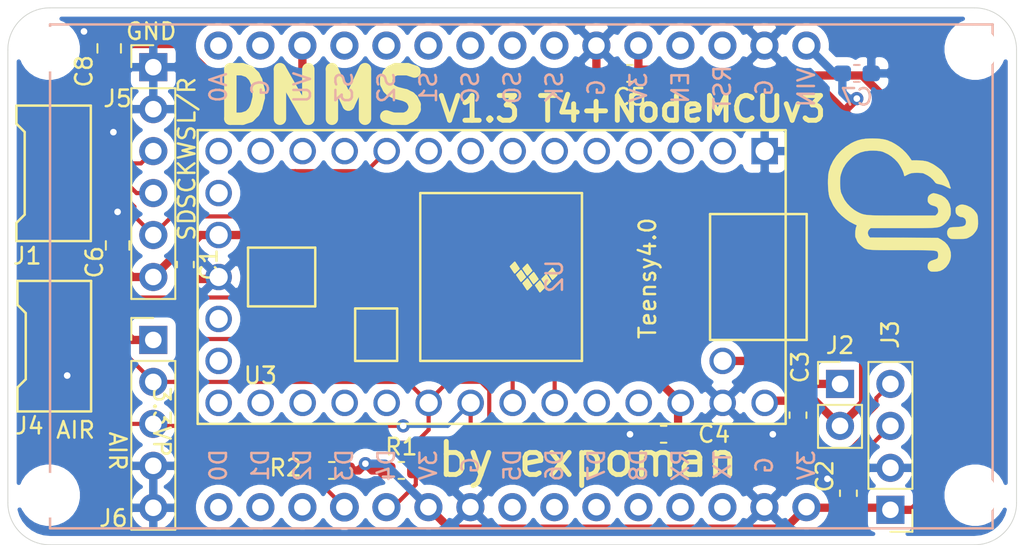
<source format=kicad_pcb>
(kicad_pcb (version 20171130) (host pcbnew 5.1.5+dfsg1-2)

  (general
    (thickness 1.6)
    (drawings 19)
    (tracks 186)
    (zones 0)
    (modules 23)
    (nets 52)
  )

  (page A4)
  (title_block
    (title "DNMS - Digital Noise Maesurement Sensor")
    (date 2019-06-09)
    (rev 0.9.0)
  )

  (layers
    (0 F.Cu signal)
    (31 B.Cu signal hide)
    (32 B.Adhes user hide)
    (33 F.Adhes user hide)
    (34 B.Paste user hide)
    (35 F.Paste user hide)
    (36 B.SilkS user hide)
    (37 F.SilkS user)
    (38 B.Mask user hide)
    (39 F.Mask user hide)
    (40 Dwgs.User user hide)
    (41 Cmts.User user hide)
    (42 Eco1.User user hide)
    (43 Eco2.User user hide)
    (44 Edge.Cuts user)
    (45 Margin user hide)
    (46 B.CrtYd user hide)
    (47 F.CrtYd user hide)
    (48 B.Fab user hide)
    (49 F.Fab user hide)
  )

  (setup
    (last_trace_width 0.5)
    (user_trace_width 0.5)
    (trace_clearance 0.2)
    (zone_clearance 0.508)
    (zone_45_only no)
    (trace_min 0.2)
    (via_size 0.8)
    (via_drill 0.4)
    (via_min_size 0.4)
    (via_min_drill 0.3)
    (uvia_size 0.3)
    (uvia_drill 0.1)
    (uvias_allowed no)
    (uvia_min_size 0.2)
    (uvia_min_drill 0.1)
    (edge_width 0.05)
    (segment_width 0.2)
    (pcb_text_width 0.3)
    (pcb_text_size 1.5 1.5)
    (mod_edge_width 0.12)
    (mod_text_size 1 1)
    (mod_text_width 0.15)
    (pad_size 0.6 0.85)
    (pad_drill 0)
    (pad_to_mask_clearance 0.051)
    (solder_mask_min_width 0.25)
    (aux_axis_origin 60.8584 94.1832)
    (visible_elements 7FFFFFFF)
    (pcbplotparams
      (layerselection 0x010fc_ffffffff)
      (usegerberextensions false)
      (usegerberattributes false)
      (usegerberadvancedattributes false)
      (creategerberjobfile false)
      (excludeedgelayer true)
      (linewidth 0.100000)
      (plotframeref false)
      (viasonmask false)
      (mode 1)
      (useauxorigin false)
      (hpglpennumber 1)
      (hpglpenspeed 20)
      (hpglpendiameter 15.000000)
      (psnegative false)
      (psa4output false)
      (plotreference true)
      (plotvalue true)
      (plotinvisibletext false)
      (padsonsilk false)
      (subtractmaskfromsilk false)
      (outputformat 1)
      (mirror false)
      (drillshape 0)
      (scaleselection 1)
      (outputdirectory "Gerber/"))
  )

  (net 0 "")
  (net 1 GND)
  (net 2 +3V3)
  (net 3 +5V)
  (net 4 SDA)
  (net 5 SCL)
  (net 6 SD)
  (net 7 WS)
  (net 8 SCK)
  (net 9 "Net-(U2-Pad2)")
  (net 10 +3.3VP)
  (net 11 "Net-(J2-Pad1)")
  (net 12 "Net-(U3-Pad2)")
  (net 13 "Net-(U3-Pad3)")
  (net 14 "Net-(U3-Pad4)")
  (net 15 "Net-(U3-Pad5)")
  (net 16 "Net-(U3-Pad6)")
  (net 17 "Net-(U3-Pad7)")
  (net 18 "Net-(U3-Pad8)")
  (net 19 "Net-(U3-Pad9)")
  (net 20 "Net-(U3-Pad11)")
  (net 21 "Net-(U3-Pad12)")
  (net 22 "Net-(U3-Pad13)")
  (net 23 "Net-(U3-Pad30)")
  (net 24 "Net-(U3-Pad29)")
  (net 25 "Net-(U3-Pad24)")
  (net 26 "Net-(U3-Pad23)")
  (net 27 "Net-(U3-Pad22)")
  (net 28 "Net-(U3-Pad21)")
  (net 29 "Net-(U3-Pad14)")
  (net 30 "Net-(U3-Pad15)")
  (net 31 "Net-(U3-Pad20)")
  (net 32 "Net-(U3-Pad19)")
  (net 33 "Net-(U3-Pad18)")
  (net 34 "Net-(U2-Pad30)")
  (net 35 "Net-(U2-Pad29)")
  (net 36 "Net-(U2-Pad28)")
  (net 37 "Net-(U2-Pad23)")
  (net 38 "Net-(U2-Pad22)")
  (net 39 "Net-(U2-Pad21)")
  (net 40 "Net-(U2-Pad20)")
  (net 41 "Net-(U2-Pad19)")
  (net 42 "Net-(U2-Pad18)")
  (net 43 "Net-(U2-Pad13)")
  (net 44 "Net-(U2-Pad12)")
  (net 45 "Net-(U2-Pad9)")
  (net 46 "Net-(U2-Pad8)")
  (net 47 "Net-(U2-Pad7)")
  (net 48 "Net-(U2-Pad6)")
  (net 49 "Net-(U2-Pad5)")
  (net 50 "Net-(U2-Pad4)")
  (net 51 "Net-(U2-Pad1)")

  (net_class Default "Dies ist die voreingestellte Netzklasse."
    (clearance 0.2)
    (trace_width 0.25)
    (via_dia 0.8)
    (via_drill 0.4)
    (uvia_dia 0.3)
    (uvia_drill 0.1)
    (add_net +3.3VP)
    (add_net +3V3)
    (add_net +5V)
    (add_net GND)
    (add_net "Net-(J2-Pad1)")
    (add_net "Net-(U2-Pad1)")
    (add_net "Net-(U2-Pad12)")
    (add_net "Net-(U2-Pad13)")
    (add_net "Net-(U2-Pad18)")
    (add_net "Net-(U2-Pad19)")
    (add_net "Net-(U2-Pad2)")
    (add_net "Net-(U2-Pad20)")
    (add_net "Net-(U2-Pad21)")
    (add_net "Net-(U2-Pad22)")
    (add_net "Net-(U2-Pad23)")
    (add_net "Net-(U2-Pad28)")
    (add_net "Net-(U2-Pad29)")
    (add_net "Net-(U2-Pad30)")
    (add_net "Net-(U2-Pad4)")
    (add_net "Net-(U2-Pad5)")
    (add_net "Net-(U2-Pad6)")
    (add_net "Net-(U2-Pad7)")
    (add_net "Net-(U2-Pad8)")
    (add_net "Net-(U2-Pad9)")
    (add_net "Net-(U3-Pad11)")
    (add_net "Net-(U3-Pad12)")
    (add_net "Net-(U3-Pad13)")
    (add_net "Net-(U3-Pad14)")
    (add_net "Net-(U3-Pad15)")
    (add_net "Net-(U3-Pad18)")
    (add_net "Net-(U3-Pad19)")
    (add_net "Net-(U3-Pad2)")
    (add_net "Net-(U3-Pad20)")
    (add_net "Net-(U3-Pad21)")
    (add_net "Net-(U3-Pad22)")
    (add_net "Net-(U3-Pad23)")
    (add_net "Net-(U3-Pad24)")
    (add_net "Net-(U3-Pad29)")
    (add_net "Net-(U3-Pad3)")
    (add_net "Net-(U3-Pad30)")
    (add_net "Net-(U3-Pad4)")
    (add_net "Net-(U3-Pad5)")
    (add_net "Net-(U3-Pad6)")
    (add_net "Net-(U3-Pad7)")
    (add_net "Net-(U3-Pad8)")
    (add_net "Net-(U3-Pad9)")
    (add_net SCK)
    (add_net SCL)
    (add_net SD)
    (add_net SDA)
    (add_net WS)
  )

  (module Capacitor_SMD:C_0805_2012Metric_Pad1.15x1.40mm_HandSolder (layer F.Cu) (tedit 5B36C52B) (tstamp 5E5772A0)
    (at 71.628 59.953 90)
    (descr "Capacitor SMD 0805 (2012 Metric), square (rectangular) end terminal, IPC_7351 nominal with elongated pad for handsoldering. (Body size source: https://docs.google.com/spreadsheets/d/1BsfQQcO9C6DZCsRaXUlFlo91Tg2WpOkGARC1WS5S8t0/edit?usp=sharing), generated with kicad-footprint-generator")
    (tags "capacitor handsolder")
    (path /5E578EF7)
    (attr smd)
    (fp_text reference C8 (at -1.388 -1.524 90) (layer F.SilkS)
      (effects (font (size 1 1) (thickness 0.15)))
    )
    (fp_text value 10uF (at 0 1.65 90) (layer F.Fab)
      (effects (font (size 1 1) (thickness 0.15)))
    )
    (fp_text user %R (at 0 0 90) (layer F.Fab)
      (effects (font (size 0.5 0.5) (thickness 0.08)))
    )
    (fp_line (start 1.85 0.95) (end -1.85 0.95) (layer F.CrtYd) (width 0.05))
    (fp_line (start 1.85 -0.95) (end 1.85 0.95) (layer F.CrtYd) (width 0.05))
    (fp_line (start -1.85 -0.95) (end 1.85 -0.95) (layer F.CrtYd) (width 0.05))
    (fp_line (start -1.85 0.95) (end -1.85 -0.95) (layer F.CrtYd) (width 0.05))
    (fp_line (start -0.261252 0.71) (end 0.261252 0.71) (layer F.SilkS) (width 0.12))
    (fp_line (start -0.261252 -0.71) (end 0.261252 -0.71) (layer F.SilkS) (width 0.12))
    (fp_line (start 1 0.6) (end -1 0.6) (layer F.Fab) (width 0.1))
    (fp_line (start 1 -0.6) (end 1 0.6) (layer F.Fab) (width 0.1))
    (fp_line (start -1 -0.6) (end 1 -0.6) (layer F.Fab) (width 0.1))
    (fp_line (start -1 0.6) (end -1 -0.6) (layer F.Fab) (width 0.1))
    (pad 2 smd roundrect (at 1.025 0 90) (size 1.15 1.4) (layers F.Cu F.Paste F.Mask) (roundrect_rratio 0.217391)
      (net 1 GND))
    (pad 1 smd roundrect (at -1.025 0 90) (size 1.15 1.4) (layers F.Cu F.Paste F.Mask) (roundrect_rratio 0.217391)
      (net 3 +5V))
    (model ${KISYS3DMOD}/Capacitor_SMD.3dshapes/C_0805_2012Metric.wrl
      (at (xyz 0 0 0))
      (scale (xyz 1 1 1))
      (rotate (xyz 0 0 0))
    )
  )

  (module Connector_PinHeader_2.54mm:PinHeader_1x05_P2.54mm_Vertical (layer F.Cu) (tedit 59FED5CC) (tstamp 5E57179D)
    (at 74.295 77.6015)
    (descr "Through hole straight pin header, 1x05, 2.54mm pitch, single row")
    (tags "Through hole pin header THT 1x05 2.54mm single row")
    (path /5E58E459)
    (fp_text reference J6 (at -2.413 10.7905) (layer F.SilkS)
      (effects (font (size 1 1) (thickness 0.15)))
    )
    (fp_text value Conn_01x05 (at 0 12.49) (layer F.Fab)
      (effects (font (size 1 1) (thickness 0.15)))
    )
    (fp_text user %R (at 0 5.08 90) (layer F.Fab)
      (effects (font (size 1 1) (thickness 0.15)))
    )
    (fp_line (start 1.8 -1.8) (end -1.8 -1.8) (layer F.CrtYd) (width 0.05))
    (fp_line (start 1.8 11.95) (end 1.8 -1.8) (layer F.CrtYd) (width 0.05))
    (fp_line (start -1.8 11.95) (end 1.8 11.95) (layer F.CrtYd) (width 0.05))
    (fp_line (start -1.8 -1.8) (end -1.8 11.95) (layer F.CrtYd) (width 0.05))
    (fp_line (start -1.33 -1.33) (end 0 -1.33) (layer F.SilkS) (width 0.12))
    (fp_line (start -1.33 0) (end -1.33 -1.33) (layer F.SilkS) (width 0.12))
    (fp_line (start -1.33 1.27) (end 1.33 1.27) (layer F.SilkS) (width 0.12))
    (fp_line (start 1.33 1.27) (end 1.33 11.49) (layer F.SilkS) (width 0.12))
    (fp_line (start -1.33 1.27) (end -1.33 11.49) (layer F.SilkS) (width 0.12))
    (fp_line (start -1.33 11.49) (end 1.33 11.49) (layer F.SilkS) (width 0.12))
    (fp_line (start -1.27 -0.635) (end -0.635 -1.27) (layer F.Fab) (width 0.1))
    (fp_line (start -1.27 11.43) (end -1.27 -0.635) (layer F.Fab) (width 0.1))
    (fp_line (start 1.27 11.43) (end -1.27 11.43) (layer F.Fab) (width 0.1))
    (fp_line (start 1.27 -1.27) (end 1.27 11.43) (layer F.Fab) (width 0.1))
    (fp_line (start -0.635 -1.27) (end 1.27 -1.27) (layer F.Fab) (width 0.1))
    (pad 5 thru_hole oval (at 0 10.16) (size 1.7 1.7) (drill 1) (layers *.Cu *.Mask)
      (net 1 GND))
    (pad 4 thru_hole oval (at 0 7.62) (size 1.7 1.7) (drill 1) (layers *.Cu *.Mask)
      (net 1 GND))
    (pad 3 thru_hole oval (at 0 5.08) (size 1.7 1.7) (drill 1) (layers *.Cu *.Mask)
      (net 5 SCL))
    (pad 2 thru_hole oval (at 0 2.54) (size 1.7 1.7) (drill 1) (layers *.Cu *.Mask)
      (net 4 SDA))
    (pad 1 thru_hole rect (at 0 0) (size 1.7 1.7) (drill 1) (layers *.Cu *.Mask)
      (net 3 +5V))
    (model ${KISYS3DMOD}/Connector_PinHeader_2.54mm.3dshapes/PinHeader_1x05_P2.54mm_Vertical.wrl
      (at (xyz 0 0 0))
      (scale (xyz 1 1 1))
      (rotate (xyz 0 0 0))
    )
  )

  (module Connector_PinHeader_2.54mm:PinHeader_1x06_P2.54mm_Vertical (layer F.Cu) (tedit 59FED5CC) (tstamp 5E56FE9F)
    (at 74.295 61.0915)
    (descr "Through hole straight pin header, 1x06, 2.54mm pitch, single row")
    (tags "Through hole pin header THT 1x06 2.54mm single row")
    (path /5E5759DC)
    (fp_text reference J5 (at -2.159 1.9005) (layer F.SilkS)
      (effects (font (size 1 1) (thickness 0.15)))
    )
    (fp_text value Conn_01x06 (at 0 15.03) (layer F.Fab)
      (effects (font (size 1 1) (thickness 0.15)))
    )
    (fp_text user %R (at 0 6.35 90) (layer F.Fab)
      (effects (font (size 1 1) (thickness 0.15)))
    )
    (fp_line (start 1.8 -1.8) (end -1.8 -1.8) (layer F.CrtYd) (width 0.05))
    (fp_line (start 1.8 14.5) (end 1.8 -1.8) (layer F.CrtYd) (width 0.05))
    (fp_line (start -1.8 14.5) (end 1.8 14.5) (layer F.CrtYd) (width 0.05))
    (fp_line (start -1.8 -1.8) (end -1.8 14.5) (layer F.CrtYd) (width 0.05))
    (fp_line (start -1.33 -1.33) (end 0 -1.33) (layer F.SilkS) (width 0.12))
    (fp_line (start -1.33 0) (end -1.33 -1.33) (layer F.SilkS) (width 0.12))
    (fp_line (start -1.33 1.27) (end 1.33 1.27) (layer F.SilkS) (width 0.12))
    (fp_line (start 1.33 1.27) (end 1.33 14.03) (layer F.SilkS) (width 0.12))
    (fp_line (start -1.33 1.27) (end -1.33 14.03) (layer F.SilkS) (width 0.12))
    (fp_line (start -1.33 14.03) (end 1.33 14.03) (layer F.SilkS) (width 0.12))
    (fp_line (start -1.27 -0.635) (end -0.635 -1.27) (layer F.Fab) (width 0.1))
    (fp_line (start -1.27 13.97) (end -1.27 -0.635) (layer F.Fab) (width 0.1))
    (fp_line (start 1.27 13.97) (end -1.27 13.97) (layer F.Fab) (width 0.1))
    (fp_line (start 1.27 -1.27) (end 1.27 13.97) (layer F.Fab) (width 0.1))
    (fp_line (start -0.635 -1.27) (end 1.27 -1.27) (layer F.Fab) (width 0.1))
    (pad 6 thru_hole oval (at 0 12.7) (size 1.7 1.7) (drill 1) (layers *.Cu *.Mask)
      (net 10 +3.3VP))
    (pad 5 thru_hole oval (at 0 10.16) (size 1.7 1.7) (drill 1) (layers *.Cu *.Mask)
      (net 6 SD))
    (pad 4 thru_hole oval (at 0 7.62) (size 1.7 1.7) (drill 1) (layers *.Cu *.Mask)
      (net 8 SCK))
    (pad 3 thru_hole oval (at 0 5.08) (size 1.7 1.7) (drill 1) (layers *.Cu *.Mask)
      (net 7 WS))
    (pad 2 thru_hole oval (at 0 2.54) (size 1.7 1.7) (drill 1) (layers *.Cu *.Mask)
      (net 1 GND))
    (pad 1 thru_hole rect (at 0 0) (size 1.7 1.7) (drill 1) (layers *.Cu *.Mask)
      (net 1 GND))
    (model ${KISYS3DMOD}/Connector_PinHeader_2.54mm.3dshapes/PinHeader_1x06_P2.54mm_Vertical.wrl
      (at (xyz 0 0 0))
      (scale (xyz 1 1 1))
      (rotate (xyz 0 0 0))
    )
  )

  (module Connector_Molex:Molex_Pico-EZmate_78171-0005_1x05-1MP_P1.20mm_Horizontal (layer F.Cu) (tedit 5E54C5BE) (tstamp 5E576A87)
    (at 66.583 77.978 270)
    (path /5D6BEE85)
    (fp_text reference J4 (at 4.826 -0.219) (layer F.SilkS)
      (effects (font (size 1 1) (thickness 0.15)))
    )
    (fp_text value Conn_01x05 (at 0.01524 2.16662 270) (layer F.Fab)
      (effects (font (size 1 1) (thickness 0.15)))
    )
    (fp_line (start 2.5 0.5) (end 3.95 0.5) (layer F.SilkS) (width 0.15))
    (fp_line (start 2 0) (end 2.5 0.5) (layer F.SilkS) (width 0.15))
    (fp_line (start -2 0) (end 2 0) (layer F.SilkS) (width 0.15))
    (fp_line (start -2.5 0.5) (end -2 0) (layer F.SilkS) (width 0.15))
    (fp_line (start -3.95 0.5) (end -2.5 0.5) (layer F.SilkS) (width 0.15))
    (fp_line (start 3.95 -3.95) (end 3.95 0.5) (layer F.SilkS) (width 0.15))
    (fp_line (start -3.95 -3.95) (end 3.95 -3.95) (layer F.SilkS) (width 0.15))
    (fp_line (start -3.95 0.5) (end -3.95 -3.95) (layer F.SilkS) (width 0.15))
    (pad "" smd rect (at 3.55 0 270) (size 0.7 0.8) (layers F.Cu F.Paste F.Mask))
    (pad "" smd rect (at -3.55 0 270) (size 0.7 0.8) (layers F.Cu F.Paste F.Mask))
    (pad 5 smd rect (at 2.4 -3.775 270) (size 0.6 0.85) (layers F.Cu F.Paste F.Mask)
      (net 1 GND))
    (pad 4 smd rect (at 1.2 -3.775 270) (size 0.6 0.85) (layers F.Cu F.Paste F.Mask)
      (net 1 GND))
    (pad 3 smd rect (at 0 -3.775 270) (size 0.6 0.85) (layers F.Cu F.Paste F.Mask)
      (net 5 SCL))
    (pad 1 smd rect (at -2.4 -3.775 270) (size 0.6 0.85) (layers F.Cu F.Paste F.Mask)
      (net 3 +5V))
    (pad 2 smd rect (at -1.2 -3.775 270) (size 0.6 0.85) (layers F.Cu F.Paste F.Mask)
      (net 4 SDA))
  )

  (module Connector_Molex:molex_pico-ezmate_781715006_1x06_P1.20mm_Horizontal (layer F.Cu) (tedit 5E581D8F) (tstamp 5E552A59)
    (at 66.583 67.516 270)
    (path /5E508C40)
    (fp_text reference J1 (at 5.001 -0.092 180) (layer F.SilkS)
      (effects (font (size 1 1) (thickness 0.15)))
    )
    (fp_text value Conn_01x06 (at -0.01016 1.88722 90) (layer F.Fab)
      (effects (font (size 1 1) (thickness 0.15)))
    )
    (fp_line (start 2.5 0.065) (end 3 0.565) (layer F.SilkS) (width 0.15))
    (fp_line (start -2.5 0.065) (end 2.5 0.065) (layer F.SilkS) (width 0.15))
    (fp_line (start -3 0.565) (end -2.5 0.065) (layer F.SilkS) (width 0.15))
    (fp_line (start 4.1 0.565) (end 3 0.565) (layer F.SilkS) (width 0.15))
    (fp_line (start -4.1 0.565) (end -3 0.565) (layer F.SilkS) (width 0.15))
    (fp_line (start 4.1 -3.935) (end 4.1 0.565) (layer F.SilkS) (width 0.15))
    (fp_line (start -4.1 -3.935) (end -4.1 0.565) (layer F.SilkS) (width 0.15))
    (fp_line (start -4.1 -3.935) (end 4.1 -3.935) (layer F.SilkS) (width 0.15))
    (pad "" smd rect (at 3.75 0 270) (size 0.7 0.8) (layers F.Cu F.Paste F.Mask))
    (pad "" smd rect (at -3.75 0 270) (size 0.7 0.8) (layers F.Cu F.Paste F.Mask))
    (pad 6 smd rect (at 3 -3.775 270) (size 0.6 0.85) (layers F.Cu F.Paste F.Mask)
      (net 10 +3.3VP))
    (pad 5 smd rect (at 1.8 -3.775 270) (size 0.6 0.85) (layers F.Cu F.Paste F.Mask)
      (net 6 SD))
    (pad 4 smd rect (at 0.6 -3.775 270) (size 0.6 0.85) (layers F.Cu F.Paste F.Mask)
      (net 8 SCK))
    (pad 3 smd rect (at -0.6 -3.775 270) (size 0.6 0.85) (layers F.Cu F.Paste F.Mask)
      (net 7 WS))
    (pad 2 smd rect (at -1.8 -3.775 270) (size 0.6 0.85) (layers F.Cu F.Paste F.Mask)
      (net 1 GND))
    (pad 1 smd rect (at -3 -3.775 270) (size 0.6 0.85) (layers F.Cu F.Paste F.Mask)
      (net 1 GND))
  )

  (module ESP8266:NodeMCU-LoLinV3 (layer B.Cu) (tedit 5D16365B) (tstamp 5E55342F)
    (at 98.552 73.75398 270)
    (path /5D6AFABD)
    (fp_text reference U2 (at 0 0 270) (layer B.SilkS)
      (effects (font (size 1 1) (thickness 0.15)) (justify mirror))
    )
    (fp_text value "NodeMCU V3" (at 0 29.21 270) (layer B.Fab)
      (effects (font (size 1 1) (thickness 0.15)) (justify mirror))
    )
    (fp_line (start 15.25 -26.5) (end 15.25 30.5) (layer B.SilkS) (width 0.15))
    (fp_line (start -15.25 -26.5) (end 15.25 -26.5) (layer B.SilkS) (width 0.15))
    (fp_line (start -15.25 30.5) (end -15.25 -26.5) (layer B.SilkS) (width 0.15))
    (fp_line (start -14.75 30.5) (end -15.25 30.5) (layer B.SilkS) (width 0.15))
    (fp_line (start 15.25 30.5) (end -14.75 30.5) (layer B.SilkS) (width 0.15))
    (fp_text user D0 (at 11.43 20.32 270) (layer B.SilkS)
      (effects (font (size 1 1) (thickness 0.15)) (justify mirror))
    )
    (fp_text user D1 (at 11.43 17.78 270) (layer B.SilkS)
      (effects (font (size 1 1) (thickness 0.15)) (justify mirror))
    )
    (fp_text user D2 (at 11.43 15.24 270) (layer B.SilkS)
      (effects (font (size 1 1) (thickness 0.15)) (justify mirror))
    )
    (fp_text user D3 (at 11.43 12.7 270) (layer B.SilkS)
      (effects (font (size 1 1) (thickness 0.15)) (justify mirror))
    )
    (fp_text user D4 (at 11.43 10.16 270) (layer B.SilkS)
      (effects (font (size 1 1) (thickness 0.15)) (justify mirror))
    )
    (fp_text user 3V (at 11.43 7.62 270) (layer B.SilkS)
      (effects (font (size 1 1) (thickness 0.15)) (justify mirror))
    )
    (fp_text user G (at 11.43 5.08 270) (layer B.SilkS)
      (effects (font (size 1 1) (thickness 0.15)) (justify mirror))
    )
    (fp_text user D5 (at 11.43 2.54 270) (layer B.SilkS)
      (effects (font (size 1 1) (thickness 0.15)) (justify mirror))
    )
    (fp_text user D6 (at 11.43 0 270) (layer B.SilkS)
      (effects (font (size 1 1) (thickness 0.15)) (justify mirror))
    )
    (fp_text user D7 (at 11.43 -2.54 270) (layer B.SilkS)
      (effects (font (size 1 1) (thickness 0.15)) (justify mirror))
    )
    (fp_text user D8 (at 11.43 -5.08 270) (layer B.SilkS)
      (effects (font (size 1 1) (thickness 0.15)) (justify mirror))
    )
    (fp_text user RX (at 11.43 -7.62 270) (layer B.SilkS)
      (effects (font (size 1 1) (thickness 0.15)) (justify mirror))
    )
    (fp_text user TX (at 11.43 -10.16 270) (layer B.SilkS)
      (effects (font (size 1 1) (thickness 0.15)) (justify mirror))
    )
    (fp_text user G (at 11.43 -12.7 270) (layer B.SilkS)
      (effects (font (size 1 1) (thickness 0.15)) (justify mirror))
    )
    (fp_text user 3V (at 11.43 -15.24 270) (layer B.SilkS)
      (effects (font (size 1 1) (thickness 0.15)) (justify mirror))
    )
    (fp_text user A0 (at -11.43 20.32 270) (layer B.SilkS)
      (effects (font (size 1 1) (thickness 0.15)) (justify mirror))
    )
    (fp_text user G (at -11.43 17.78 270) (layer B.SilkS)
      (effects (font (size 1 1) (thickness 0.15)) (justify mirror))
    )
    (fp_text user VU (at -11.43 15.24 270) (layer B.SilkS)
      (effects (font (size 1 1) (thickness 0.15)) (justify mirror))
    )
    (fp_text user S3 (at -11.43 12.7 270) (layer B.SilkS)
      (effects (font (size 1 1) (thickness 0.15)) (justify mirror))
    )
    (fp_text user S2 (at -11.43 10.16 270) (layer B.SilkS)
      (effects (font (size 1 1) (thickness 0.15)) (justify mirror))
    )
    (fp_text user S1 (at -11.43 7.62 270) (layer B.SilkS)
      (effects (font (size 1 1) (thickness 0.15)) (justify mirror))
    )
    (fp_text user SC (at -11.43 5.08 270) (layer B.SilkS)
      (effects (font (size 1 1) (thickness 0.15)) (justify mirror))
    )
    (fp_text user SO (at -11.43 2.54 270) (layer B.SilkS)
      (effects (font (size 1 1) (thickness 0.15)) (justify mirror))
    )
    (fp_text user SK (at -11.43 0 270) (layer B.SilkS)
      (effects (font (size 1 1) (thickness 0.15)) (justify mirror))
    )
    (fp_text user G (at -11.43 -2.54 270) (layer B.SilkS)
      (effects (font (size 1 1) (thickness 0.15)) (justify mirror))
    )
    (fp_text user 3V (at -11.43 -5.08 270) (layer B.SilkS)
      (effects (font (size 1 1) (thickness 0.15)) (justify mirror))
    )
    (fp_text user EN (at -11.43 -7.62 270) (layer B.SilkS)
      (effects (font (size 1 1) (thickness 0.15)) (justify mirror))
    )
    (fp_text user RST (at -11.43 -10.16 270) (layer B.SilkS)
      (effects (font (size 1 1) (thickness 0.15)) (justify mirror))
    )
    (fp_text user G (at -11.43 -12.7 270) (layer B.SilkS)
      (effects (font (size 1 1) (thickness 0.15)) (justify mirror))
    )
    (fp_text user VIN (at -11.43 -15.24 270) (layer B.SilkS)
      (effects (font (size 1 1) (thickness 0.15)) (justify mirror))
    )
    (pad 30 thru_hole circle (at 13.97 20.32 270) (size 1.7 1.7) (drill 1) (layers *.Cu *.Mask)
      (net 34 "Net-(U2-Pad30)"))
    (pad 29 thru_hole circle (at 13.97 17.78 270) (size 1.7 1.7) (drill 1) (layers *.Cu *.Mask)
      (net 35 "Net-(U2-Pad29)"))
    (pad 28 thru_hole circle (at 13.97 15.24 270) (size 1.7 1.7) (drill 1) (layers *.Cu *.Mask)
      (net 36 "Net-(U2-Pad28)"))
    (pad 27 thru_hole circle (at 13.97 12.7 270) (size 1.74 1.74) (drill 1) (layers *.Cu *.Mask)
      (net 4 SDA))
    (pad 26 thru_hole circle (at 13.97 10.16 270) (size 1.7 1.7) (drill 1) (layers *.Cu *.Mask)
      (net 5 SCL))
    (pad 25 thru_hole circle (at 13.97 7.62 270) (size 1.7 1.7) (drill 1) (layers *.Cu *.Mask)
      (net 2 +3V3))
    (pad 24 thru_hole circle (at 13.97 5.08 270) (size 1.7 1.7) (drill 1) (layers *.Cu *.Mask)
      (net 1 GND))
    (pad 23 thru_hole circle (at 13.97 2.54 270) (size 1.7 1.7) (drill 1) (layers *.Cu *.Mask)
      (net 37 "Net-(U2-Pad23)"))
    (pad 22 thru_hole circle (at 13.97 0 270) (size 1.7 1.7) (drill 1) (layers *.Cu *.Mask)
      (net 38 "Net-(U2-Pad22)"))
    (pad 21 thru_hole circle (at 13.97 -2.54 270) (size 1.7 1.7) (drill 1) (layers *.Cu *.Mask)
      (net 39 "Net-(U2-Pad21)"))
    (pad 20 thru_hole circle (at 13.97 -5.08 270) (size 1.7 1.7) (drill 1) (layers *.Cu *.Mask)
      (net 40 "Net-(U2-Pad20)"))
    (pad 19 thru_hole circle (at 13.97 -7.62 270) (size 1.7 1.7) (drill 1) (layers *.Cu *.Mask)
      (net 41 "Net-(U2-Pad19)"))
    (pad 18 thru_hole circle (at 13.97 -10.16 270) (size 1.7 1.7) (drill 1) (layers *.Cu *.Mask)
      (net 42 "Net-(U2-Pad18)"))
    (pad 17 thru_hole circle (at 13.97 -12.7 270) (size 1.7 1.7) (drill 1) (layers *.Cu *.Mask)
      (net 1 GND))
    (pad 16 thru_hole circle (at 13.97 -15.24 270) (size 1.7 1.7) (drill 1) (layers *.Cu *.Mask)
      (net 2 +3V3))
    (pad 15 thru_hole circle (at -13.97 -15.24 270) (size 1.7 1.7) (drill 1) (layers *.Cu *.Mask)
      (net 3 +5V))
    (pad 14 thru_hole circle (at -13.97 -12.7 270) (size 1.7 1.7) (drill 1) (layers *.Cu *.Mask)
      (net 1 GND))
    (pad 13 thru_hole circle (at -13.97 -10.16 270) (size 1.7 1.7) (drill 1) (layers *.Cu *.Mask)
      (net 43 "Net-(U2-Pad13)"))
    (pad 12 thru_hole circle (at -13.97 -7.62 270) (size 1.7 1.7) (drill 1) (layers *.Cu *.Mask)
      (net 44 "Net-(U2-Pad12)"))
    (pad 11 thru_hole circle (at -13.97 -5.08 270) (size 1.7 1.7) (drill 1) (layers *.Cu *.Mask)
      (net 2 +3V3))
    (pad 10 thru_hole circle (at -13.97 -2.54 270) (size 1.7 1.7) (drill 1) (layers *.Cu *.Mask)
      (net 1 GND))
    (pad 9 thru_hole circle (at -13.97 0 270) (size 1.7 1.7) (drill 1) (layers *.Cu *.Mask)
      (net 45 "Net-(U2-Pad9)"))
    (pad 8 thru_hole circle (at -13.97 2.54 270) (size 1.7 1.7) (drill 1) (layers *.Cu *.Mask)
      (net 46 "Net-(U2-Pad8)"))
    (pad 7 thru_hole circle (at -13.97 5.08 270) (size 1.7 1.7) (drill 1) (layers *.Cu *.Mask)
      (net 47 "Net-(U2-Pad7)"))
    (pad 6 thru_hole circle (at -13.97 7.62 270) (size 1.7 1.7) (drill 1) (layers *.Cu *.Mask)
      (net 48 "Net-(U2-Pad6)"))
    (pad 5 thru_hole circle (at -13.97 10.16 270) (size 1.7 1.7) (drill 1) (layers *.Cu *.Mask)
      (net 49 "Net-(U2-Pad5)"))
    (pad 4 thru_hole circle (at -13.97 12.7 270) (size 1.7 1.7) (drill 1) (layers *.Cu *.Mask)
      (net 50 "Net-(U2-Pad4)"))
    (pad 3 thru_hole circle (at -13.97 15.24 270) (size 1.7 1.7) (drill 1) (layers *.Cu *.Mask)
      (net 3 +5V))
    (pad 2 thru_hole circle (at -13.97 17.78 270) (size 1.7 1.7) (drill 1) (layers *.Cu *.Mask)
      (net 9 "Net-(U2-Pad2)"))
    (pad 1 thru_hole circle (at -13.97 20.32 270) (size 1.7 1.7) (drill 1) (layers *.Cu *.Mask)
      (net 51 "Net-(U2-Pad1)"))
  )

  (module Capacitor_SMD:C_0603_1608Metric_Pad1.05x0.95mm_HandSolder (layer B.Cu) (tedit 5B301BBE) (tstamp 5E4EA9FB)
    (at 116.84 61.468)
    (descr "Capacitor SMD 0603 (1608 Metric), square (rectangular) end terminal, IPC_7351 nominal with elongated pad for handsoldering. (Body size source: http://www.tortai-tech.com/upload/download/2011102023233369053.pdf), generated with kicad-footprint-generator")
    (tags "capacitor handsolder")
    (path /5E4F11FA)
    (attr smd)
    (fp_text reference C7 (at 0 1.43) (layer B.SilkS)
      (effects (font (size 1 1) (thickness 0.15)) (justify mirror))
    )
    (fp_text value 100nF (at 0 -1.43) (layer B.Fab)
      (effects (font (size 1 1) (thickness 0.15)) (justify mirror))
    )
    (fp_text user %R (at 0 0) (layer B.Fab)
      (effects (font (size 0.4 0.4) (thickness 0.06)) (justify mirror))
    )
    (fp_line (start 1.65 -0.73) (end -1.65 -0.73) (layer B.CrtYd) (width 0.05))
    (fp_line (start 1.65 0.73) (end 1.65 -0.73) (layer B.CrtYd) (width 0.05))
    (fp_line (start -1.65 0.73) (end 1.65 0.73) (layer B.CrtYd) (width 0.05))
    (fp_line (start -1.65 -0.73) (end -1.65 0.73) (layer B.CrtYd) (width 0.05))
    (fp_line (start -0.171267 -0.51) (end 0.171267 -0.51) (layer B.SilkS) (width 0.12))
    (fp_line (start -0.171267 0.51) (end 0.171267 0.51) (layer B.SilkS) (width 0.12))
    (fp_line (start 0.8 -0.4) (end -0.8 -0.4) (layer B.Fab) (width 0.1))
    (fp_line (start 0.8 0.4) (end 0.8 -0.4) (layer B.Fab) (width 0.1))
    (fp_line (start -0.8 0.4) (end 0.8 0.4) (layer B.Fab) (width 0.1))
    (fp_line (start -0.8 -0.4) (end -0.8 0.4) (layer B.Fab) (width 0.1))
    (pad 2 smd roundrect (at 0.875 0) (size 1.05 0.95) (layers B.Cu B.Paste B.Mask) (roundrect_rratio 0.25)
      (net 1 GND))
    (pad 1 smd roundrect (at -0.875 0) (size 1.05 0.95) (layers B.Cu B.Paste B.Mask) (roundrect_rratio 0.25)
      (net 3 +5V))
    (model ${KISYS3DMOD}/Capacitor_SMD.3dshapes/C_0603_1608Metric.wrl
      (at (xyz 0 0 0))
      (scale (xyz 1 1 1))
      (rotate (xyz 0 0 0))
    )
  )

  (module Capacitor_SMD:C_0805_2012Metric_Pad1.15x1.40mm_HandSolder (layer F.Cu) (tedit 5B36C52B) (tstamp 5E4E3452)
    (at 72.136 71.882 90)
    (descr "Capacitor SMD 0805 (2012 Metric), square (rectangular) end terminal, IPC_7351 nominal with elongated pad for handsoldering. (Body size source: https://docs.google.com/spreadsheets/d/1BsfQQcO9C6DZCsRaXUlFlo91Tg2WpOkGARC1WS5S8t0/edit?usp=sharing), generated with kicad-footprint-generator")
    (tags "capacitor handsolder")
    (path /5E4E4362)
    (attr smd)
    (fp_text reference C6 (at -1.016 -1.397 270) (layer F.SilkS)
      (effects (font (size 1 1) (thickness 0.15)))
    )
    (fp_text value 10uF (at 0 1.65 270) (layer F.Fab)
      (effects (font (size 1 1) (thickness 0.15)))
    )
    (fp_text user %R (at 0 0 270) (layer F.Fab)
      (effects (font (size 0.5 0.5) (thickness 0.08)))
    )
    (fp_line (start 1.85 0.95) (end -1.85 0.95) (layer F.CrtYd) (width 0.05))
    (fp_line (start 1.85 -0.95) (end 1.85 0.95) (layer F.CrtYd) (width 0.05))
    (fp_line (start -1.85 -0.95) (end 1.85 -0.95) (layer F.CrtYd) (width 0.05))
    (fp_line (start -1.85 0.95) (end -1.85 -0.95) (layer F.CrtYd) (width 0.05))
    (fp_line (start -0.261252 0.71) (end 0.261252 0.71) (layer F.SilkS) (width 0.12))
    (fp_line (start -0.261252 -0.71) (end 0.261252 -0.71) (layer F.SilkS) (width 0.12))
    (fp_line (start 1 0.6) (end -1 0.6) (layer F.Fab) (width 0.1))
    (fp_line (start 1 -0.6) (end 1 0.6) (layer F.Fab) (width 0.1))
    (fp_line (start -1 -0.6) (end 1 -0.6) (layer F.Fab) (width 0.1))
    (fp_line (start -1 0.6) (end -1 -0.6) (layer F.Fab) (width 0.1))
    (pad 2 smd roundrect (at 1.025 0 90) (size 1.15 1.4) (layers F.Cu F.Paste F.Mask) (roundrect_rratio 0.217391)
      (net 1 GND))
    (pad 1 smd roundrect (at -1.025 0 90) (size 1.15 1.4) (layers F.Cu F.Paste F.Mask) (roundrect_rratio 0.217391)
      (net 10 +3.3VP))
    (model ${KISYS3DMOD}/Capacitor_SMD.3dshapes/C_0805_2012Metric.wrl
      (at (xyz 0 0 0))
      (scale (xyz 1 1 1))
      (rotate (xyz 0 0 0))
    )
  )

  (module Capacitor_SMD:C_0603_1608Metric_Pad1.05x0.95mm_HandSolder (layer F.Cu) (tedit 5B301BBE) (tstamp 5E4D6B6D)
    (at 103.124 61.468 180)
    (descr "Capacitor SMD 0603 (1608 Metric), square (rectangular) end terminal, IPC_7351 nominal with elongated pad for handsoldering. (Body size source: http://www.tortai-tech.com/upload/download/2011102023233369053.pdf), generated with kicad-footprint-generator")
    (tags "capacitor handsolder")
    (path /5E4E2D8F)
    (attr smd)
    (fp_text reference C5 (at 0 -1.43) (layer F.SilkS)
      (effects (font (size 1 1) (thickness 0.15)))
    )
    (fp_text value 100nF (at 0 1.43) (layer F.Fab)
      (effects (font (size 1 1) (thickness 0.15)))
    )
    (fp_text user %R (at 0 0) (layer F.Fab)
      (effects (font (size 0.4 0.4) (thickness 0.06)))
    )
    (fp_line (start 1.65 0.73) (end -1.65 0.73) (layer F.CrtYd) (width 0.05))
    (fp_line (start 1.65 -0.73) (end 1.65 0.73) (layer F.CrtYd) (width 0.05))
    (fp_line (start -1.65 -0.73) (end 1.65 -0.73) (layer F.CrtYd) (width 0.05))
    (fp_line (start -1.65 0.73) (end -1.65 -0.73) (layer F.CrtYd) (width 0.05))
    (fp_line (start -0.171267 0.51) (end 0.171267 0.51) (layer F.SilkS) (width 0.12))
    (fp_line (start -0.171267 -0.51) (end 0.171267 -0.51) (layer F.SilkS) (width 0.12))
    (fp_line (start 0.8 0.4) (end -0.8 0.4) (layer F.Fab) (width 0.1))
    (fp_line (start 0.8 -0.4) (end 0.8 0.4) (layer F.Fab) (width 0.1))
    (fp_line (start -0.8 -0.4) (end 0.8 -0.4) (layer F.Fab) (width 0.1))
    (fp_line (start -0.8 0.4) (end -0.8 -0.4) (layer F.Fab) (width 0.1))
    (pad 2 smd roundrect (at 0.875 0 180) (size 1.05 0.95) (layers F.Cu F.Paste F.Mask) (roundrect_rratio 0.25)
      (net 1 GND))
    (pad 1 smd roundrect (at -0.875 0 180) (size 1.05 0.95) (layers F.Cu F.Paste F.Mask) (roundrect_rratio 0.25)
      (net 2 +3V3))
    (model ${KISYS3DMOD}/Capacitor_SMD.3dshapes/C_0603_1608Metric.wrl
      (at (xyz 0 0 0))
      (scale (xyz 1 1 1))
      (rotate (xyz 0 0 0))
    )
  )

  (module Capacitor_SMD:C_0603_1608Metric_Pad1.05x0.95mm_HandSolder (layer F.Cu) (tedit 5B301BBE) (tstamp 5E4D619F)
    (at 105.156 83.312 180)
    (descr "Capacitor SMD 0603 (1608 Metric), square (rectangular) end terminal, IPC_7351 nominal with elongated pad for handsoldering. (Body size source: http://www.tortai-tech.com/upload/download/2011102023233369053.pdf), generated with kicad-footprint-generator")
    (tags "capacitor handsolder")
    (path /5E4DAB70)
    (attr smd)
    (fp_text reference C4 (at -3.048 0) (layer F.SilkS)
      (effects (font (size 1 1) (thickness 0.15)))
    )
    (fp_text value 100nF (at 0 1.43) (layer F.Fab)
      (effects (font (size 1 1) (thickness 0.15)))
    )
    (fp_text user %R (at 0 0) (layer F.Fab)
      (effects (font (size 0.4 0.4) (thickness 0.06)))
    )
    (fp_line (start 1.65 0.73) (end -1.65 0.73) (layer F.CrtYd) (width 0.05))
    (fp_line (start 1.65 -0.73) (end 1.65 0.73) (layer F.CrtYd) (width 0.05))
    (fp_line (start -1.65 -0.73) (end 1.65 -0.73) (layer F.CrtYd) (width 0.05))
    (fp_line (start -1.65 0.73) (end -1.65 -0.73) (layer F.CrtYd) (width 0.05))
    (fp_line (start -0.171267 0.51) (end 0.171267 0.51) (layer F.SilkS) (width 0.12))
    (fp_line (start -0.171267 -0.51) (end 0.171267 -0.51) (layer F.SilkS) (width 0.12))
    (fp_line (start 0.8 0.4) (end -0.8 0.4) (layer F.Fab) (width 0.1))
    (fp_line (start 0.8 -0.4) (end 0.8 0.4) (layer F.Fab) (width 0.1))
    (fp_line (start -0.8 -0.4) (end 0.8 -0.4) (layer F.Fab) (width 0.1))
    (fp_line (start -0.8 0.4) (end -0.8 -0.4) (layer F.Fab) (width 0.1))
    (pad 2 smd roundrect (at 0.875 0 180) (size 1.05 0.95) (layers F.Cu F.Paste F.Mask) (roundrect_rratio 0.25)
      (net 1 GND))
    (pad 1 smd roundrect (at -0.875 0 180) (size 1.05 0.95) (layers F.Cu F.Paste F.Mask) (roundrect_rratio 0.25)
      (net 10 +3.3VP))
    (model ${KISYS3DMOD}/Capacitor_SMD.3dshapes/C_0603_1608Metric.wrl
      (at (xyz 0 0 0))
      (scale (xyz 1 1 1))
      (rotate (xyz 0 0 0))
    )
  )

  (module Resistor_SMD:R_0603_1608Metric_Pad1.05x0.95mm_HandSolder (layer F.Cu) (tedit 5B301BBD) (tstamp 5D6C517D)
    (at 85.09 85.5 180)
    (descr "Resistor SMD 0603 (1608 Metric), square (rectangular) end terminal, IPC_7351 nominal with elongated pad for handsoldering. (Body size source: http://www.tortai-tech.com/upload/download/2011102023233369053.pdf), generated with kicad-footprint-generator")
    (tags "resistor handsolder")
    (path /5CFDA5E9)
    (attr smd)
    (fp_text reference R2 (at 2.794 0.156) (layer F.SilkS)
      (effects (font (size 1 1) (thickness 0.15)))
    )
    (fp_text value 4k7 (at 0 1.43) (layer F.Fab)
      (effects (font (size 1 1) (thickness 0.15)))
    )
    (fp_text user %R (at 0 0) (layer F.Fab)
      (effects (font (size 0.4 0.4) (thickness 0.06)))
    )
    (fp_line (start 1.65 0.73) (end -1.65 0.73) (layer F.CrtYd) (width 0.05))
    (fp_line (start 1.65 -0.73) (end 1.65 0.73) (layer F.CrtYd) (width 0.05))
    (fp_line (start -1.65 -0.73) (end 1.65 -0.73) (layer F.CrtYd) (width 0.05))
    (fp_line (start -1.65 0.73) (end -1.65 -0.73) (layer F.CrtYd) (width 0.05))
    (fp_line (start -0.171267 0.51) (end 0.171267 0.51) (layer F.SilkS) (width 0.12))
    (fp_line (start -0.171267 -0.51) (end 0.171267 -0.51) (layer F.SilkS) (width 0.12))
    (fp_line (start 0.8 0.4) (end -0.8 0.4) (layer F.Fab) (width 0.1))
    (fp_line (start 0.8 -0.4) (end 0.8 0.4) (layer F.Fab) (width 0.1))
    (fp_line (start -0.8 -0.4) (end 0.8 -0.4) (layer F.Fab) (width 0.1))
    (fp_line (start -0.8 0.4) (end -0.8 -0.4) (layer F.Fab) (width 0.1))
    (pad 2 smd roundrect (at 0.875 0 180) (size 1.05 0.95) (layers F.Cu F.Paste F.Mask) (roundrect_rratio 0.25)
      (net 4 SDA))
    (pad 1 smd roundrect (at -0.875 0 180) (size 1.05 0.95) (layers F.Cu F.Paste F.Mask) (roundrect_rratio 0.25)
      (net 2 +3V3))
    (model ${KISYS3DMOD}/Resistor_SMD.3dshapes/R_0603_1608Metric.wrl
      (at (xyz 0 0 0))
      (scale (xyz 1 1 1))
      (rotate (xyz 0 0 0))
    )
  )

  (module Resistor_SMD:R_0603_1608Metric_Pad1.05x0.95mm_HandSolder (layer F.Cu) (tedit 5B301BBD) (tstamp 5E4443E6)
    (at 89.295 85.5)
    (descr "Resistor SMD 0603 (1608 Metric), square (rectangular) end terminal, IPC_7351 nominal with elongated pad for handsoldering. (Body size source: http://www.tortai-tech.com/upload/download/2011102023233369053.pdf), generated with kicad-footprint-generator")
    (tags "resistor handsolder")
    (path /5CFD9CEC)
    (attr smd)
    (fp_text reference R1 (at 0 -1.43) (layer F.SilkS)
      (effects (font (size 1 1) (thickness 0.15)))
    )
    (fp_text value 4k7 (at 0 1.43) (layer F.Fab)
      (effects (font (size 1 1) (thickness 0.15)))
    )
    (fp_text user %R (at 0 0) (layer F.Fab)
      (effects (font (size 0.4 0.4) (thickness 0.06)))
    )
    (fp_line (start 1.65 0.73) (end -1.65 0.73) (layer F.CrtYd) (width 0.05))
    (fp_line (start 1.65 -0.73) (end 1.65 0.73) (layer F.CrtYd) (width 0.05))
    (fp_line (start -1.65 -0.73) (end 1.65 -0.73) (layer F.CrtYd) (width 0.05))
    (fp_line (start -1.65 0.73) (end -1.65 -0.73) (layer F.CrtYd) (width 0.05))
    (fp_line (start -0.171267 0.51) (end 0.171267 0.51) (layer F.SilkS) (width 0.12))
    (fp_line (start -0.171267 -0.51) (end 0.171267 -0.51) (layer F.SilkS) (width 0.12))
    (fp_line (start 0.8 0.4) (end -0.8 0.4) (layer F.Fab) (width 0.1))
    (fp_line (start 0.8 -0.4) (end 0.8 0.4) (layer F.Fab) (width 0.1))
    (fp_line (start -0.8 -0.4) (end 0.8 -0.4) (layer F.Fab) (width 0.1))
    (fp_line (start -0.8 0.4) (end -0.8 -0.4) (layer F.Fab) (width 0.1))
    (pad 2 smd roundrect (at 0.875 0) (size 1.05 0.95) (layers F.Cu F.Paste F.Mask) (roundrect_rratio 0.25)
      (net 5 SCL))
    (pad 1 smd roundrect (at -0.875 0) (size 1.05 0.95) (layers F.Cu F.Paste F.Mask) (roundrect_rratio 0.25)
      (net 2 +3V3))
    (model ${KISYS3DMOD}/Resistor_SMD.3dshapes/R_0603_1608Metric.wrl
      (at (xyz 0 0 0))
      (scale (xyz 1 1 1))
      (rotate (xyz 0 0 0))
    )
  )

  (module Capacitor_SMD:C_0603_1608Metric_Pad1.05x0.95mm_HandSolder (layer F.Cu) (tedit 5B301BBE) (tstamp 5E44F7D9)
    (at 113.284 82.155 270)
    (descr "Capacitor SMD 0603 (1608 Metric), square (rectangular) end terminal, IPC_7351 nominal with elongated pad for handsoldering. (Body size source: http://www.tortai-tech.com/upload/download/2011102023233369053.pdf), generated with kicad-footprint-generator")
    (tags "capacitor handsolder")
    (path /5CFC928F)
    (attr smd)
    (fp_text reference C3 (at -2.907 -0.127 90) (layer F.SilkS)
      (effects (font (size 1 1) (thickness 0.15)))
    )
    (fp_text value 100nF (at 0 1.43 90) (layer F.Fab)
      (effects (font (size 1 1) (thickness 0.15)))
    )
    (fp_text user %R (at 0 0 90) (layer F.Fab)
      (effects (font (size 0.4 0.4) (thickness 0.06)))
    )
    (fp_line (start 1.65 0.73) (end -1.65 0.73) (layer F.CrtYd) (width 0.05))
    (fp_line (start 1.65 -0.73) (end 1.65 0.73) (layer F.CrtYd) (width 0.05))
    (fp_line (start -1.65 -0.73) (end 1.65 -0.73) (layer F.CrtYd) (width 0.05))
    (fp_line (start -1.65 0.73) (end -1.65 -0.73) (layer F.CrtYd) (width 0.05))
    (fp_line (start -0.171267 0.51) (end 0.171267 0.51) (layer F.SilkS) (width 0.12))
    (fp_line (start -0.171267 -0.51) (end 0.171267 -0.51) (layer F.SilkS) (width 0.12))
    (fp_line (start 0.8 0.4) (end -0.8 0.4) (layer F.Fab) (width 0.1))
    (fp_line (start 0.8 -0.4) (end 0.8 0.4) (layer F.Fab) (width 0.1))
    (fp_line (start -0.8 -0.4) (end 0.8 -0.4) (layer F.Fab) (width 0.1))
    (fp_line (start -0.8 0.4) (end -0.8 -0.4) (layer F.Fab) (width 0.1))
    (pad 2 smd roundrect (at 0.875 0 270) (size 1.05 0.95) (layers F.Cu F.Paste F.Mask) (roundrect_rratio 0.25)
      (net 1 GND))
    (pad 1 smd roundrect (at -0.875 0 270) (size 1.05 0.95) (layers F.Cu F.Paste F.Mask) (roundrect_rratio 0.25)
      (net 3 +5V))
    (model ${KISYS3DMOD}/Capacitor_SMD.3dshapes/C_0603_1608Metric.wrl
      (at (xyz 0 0 0))
      (scale (xyz 1 1 1))
      (rotate (xyz 0 0 0))
    )
  )

  (module Capacitor_SMD:C_0603_1608Metric_Pad1.05x0.95mm_HandSolder (layer F.Cu) (tedit 5B301BBE) (tstamp 5E582301)
    (at 116.332 86.882 90)
    (descr "Capacitor SMD 0603 (1608 Metric), square (rectangular) end terminal, IPC_7351 nominal with elongated pad for handsoldering. (Body size source: http://www.tortai-tech.com/upload/download/2011102023233369053.pdf), generated with kicad-footprint-generator")
    (tags "capacitor handsolder")
    (path /5D6C86C9)
    (attr smd)
    (fp_text reference C2 (at 1.03 -1.43 90) (layer F.SilkS)
      (effects (font (size 1 1) (thickness 0.15)))
    )
    (fp_text value 100nF (at 0 1.43 90) (layer F.Fab)
      (effects (font (size 1 1) (thickness 0.15)))
    )
    (fp_text user %R (at 0 0 90) (layer F.Fab)
      (effects (font (size 0.4 0.4) (thickness 0.06)))
    )
    (fp_line (start 1.65 0.73) (end -1.65 0.73) (layer F.CrtYd) (width 0.05))
    (fp_line (start 1.65 -0.73) (end 1.65 0.73) (layer F.CrtYd) (width 0.05))
    (fp_line (start -1.65 -0.73) (end 1.65 -0.73) (layer F.CrtYd) (width 0.05))
    (fp_line (start -1.65 0.73) (end -1.65 -0.73) (layer F.CrtYd) (width 0.05))
    (fp_line (start -0.171267 0.51) (end 0.171267 0.51) (layer F.SilkS) (width 0.12))
    (fp_line (start -0.171267 -0.51) (end 0.171267 -0.51) (layer F.SilkS) (width 0.12))
    (fp_line (start 0.8 0.4) (end -0.8 0.4) (layer F.Fab) (width 0.1))
    (fp_line (start 0.8 -0.4) (end 0.8 0.4) (layer F.Fab) (width 0.1))
    (fp_line (start -0.8 -0.4) (end 0.8 -0.4) (layer F.Fab) (width 0.1))
    (fp_line (start -0.8 0.4) (end -0.8 -0.4) (layer F.Fab) (width 0.1))
    (pad 2 smd roundrect (at 0.875 0 90) (size 1.05 0.95) (layers F.Cu F.Paste F.Mask) (roundrect_rratio 0.25)
      (net 1 GND))
    (pad 1 smd roundrect (at -0.875 0 90) (size 1.05 0.95) (layers F.Cu F.Paste F.Mask) (roundrect_rratio 0.25)
      (net 2 +3V3))
    (model ${KISYS3DMOD}/Capacitor_SMD.3dshapes/C_0603_1608Metric.wrl
      (at (xyz 0 0 0))
      (scale (xyz 1 1 1))
      (rotate (xyz 0 0 0))
    )
  )

  (module Capacitor_SMD:C_0603_1608Metric_Pad1.05x0.95mm_HandSolder (layer F.Cu) (tedit 5B301BBE) (tstamp 5D6C5069)
    (at 76.234 73.039 270)
    (descr "Capacitor SMD 0603 (1608 Metric), square (rectangular) end terminal, IPC_7351 nominal with elongated pad for handsoldering. (Body size source: http://www.tortai-tech.com/upload/download/2011102023233369053.pdf), generated with kicad-footprint-generator")
    (tags "capacitor handsolder")
    (path /5D6D4B7C)
    (attr smd)
    (fp_text reference C1 (at 0 -1.43 90) (layer F.SilkS)
      (effects (font (size 1 1) (thickness 0.15)))
    )
    (fp_text value 100nF (at 0 1.43 90) (layer F.Fab)
      (effects (font (size 1 1) (thickness 0.15)))
    )
    (fp_text user %R (at 0 0 90) (layer F.Fab)
      (effects (font (size 0.4 0.4) (thickness 0.06)))
    )
    (fp_line (start 1.65 0.73) (end -1.65 0.73) (layer F.CrtYd) (width 0.05))
    (fp_line (start 1.65 -0.73) (end 1.65 0.73) (layer F.CrtYd) (width 0.05))
    (fp_line (start -1.65 -0.73) (end 1.65 -0.73) (layer F.CrtYd) (width 0.05))
    (fp_line (start -1.65 0.73) (end -1.65 -0.73) (layer F.CrtYd) (width 0.05))
    (fp_line (start -0.171267 0.51) (end 0.171267 0.51) (layer F.SilkS) (width 0.12))
    (fp_line (start -0.171267 -0.51) (end 0.171267 -0.51) (layer F.SilkS) (width 0.12))
    (fp_line (start 0.8 0.4) (end -0.8 0.4) (layer F.Fab) (width 0.1))
    (fp_line (start 0.8 -0.4) (end 0.8 0.4) (layer F.Fab) (width 0.1))
    (fp_line (start -0.8 -0.4) (end 0.8 -0.4) (layer F.Fab) (width 0.1))
    (fp_line (start -0.8 0.4) (end -0.8 -0.4) (layer F.Fab) (width 0.1))
    (pad 2 smd roundrect (at 0.875 0 270) (size 1.05 0.95) (layers F.Cu F.Paste F.Mask) (roundrect_rratio 0.25)
      (net 1 GND))
    (pad 1 smd roundrect (at -0.875 0 270) (size 1.05 0.95) (layers F.Cu F.Paste F.Mask) (roundrect_rratio 0.25)
      (net 10 +3.3VP))
    (model ${KISYS3DMOD}/Capacitor_SMD.3dshapes/C_0603_1608Metric.wrl
      (at (xyz 0 0 0))
      (scale (xyz 1 1 1))
      (rotate (xyz 0 0 0))
    )
  )

  (module MountingHole:MountingHole_2.7mm_M2.5 (layer F.Cu) (tedit 56D1B4CB) (tstamp 5D6D4CC6)
    (at 124 60)
    (descr "Mounting Hole 2.7mm, no annular, M2.5")
    (tags "mounting hole 2.7mm no annular m2.5")
    (attr virtual)
    (fp_text reference REF1 (at 0 -3.7) (layer F.Fab) hide
      (effects (font (size 1 1) (thickness 0.15)))
    )
    (fp_text value MountingHole_2.7mm_M2.5 (at 0 3.7) (layer F.Fab)
      (effects (font (size 1 1) (thickness 0.15)))
    )
    (fp_text user %R (at 0.4826 0) (layer F.Fab)
      (effects (font (size 1 1) (thickness 0.15)))
    )
    (fp_circle (center 0 0) (end 2.7 0) (layer Cmts.User) (width 0.15))
    (fp_circle (center 0 0) (end 2.95 0) (layer F.CrtYd) (width 0.05))
    (pad 1 np_thru_hole circle (at 0 0) (size 2.7 2.7) (drill 2.7) (layers *.Cu *.Mask))
  )

  (module MountingHole:MountingHole_2.7mm_M2.5 (layer F.Cu) (tedit 56D1B4CB) (tstamp 5D6D4CC6)
    (at 124 87)
    (descr "Mounting Hole 2.7mm, no annular, M2.5")
    (tags "mounting hole 2.7mm no annular m2.5")
    (attr virtual)
    (fp_text reference REF1 (at 0 -3.7) (layer F.Fab) hide
      (effects (font (size 1 1) (thickness 0.15)))
    )
    (fp_text value MountingHole_2.7mm_M2.5 (at 0 3.7) (layer F.Fab)
      (effects (font (size 1 1) (thickness 0.15)))
    )
    (fp_text user %R (at 0.4826 0) (layer F.Fab)
      (effects (font (size 1 1) (thickness 0.15)))
    )
    (fp_circle (center 0 0) (end 2.7 0) (layer Cmts.User) (width 0.15))
    (fp_circle (center 0 0) (end 2.95 0) (layer F.CrtYd) (width 0.05))
    (pad 1 np_thru_hole circle (at 0 0) (size 2.7 2.7) (drill 2.7) (layers *.Cu *.Mask))
  )

  (module MountingHole:MountingHole_2.7mm_M2.5 (layer F.Cu) (tedit 56D1B4CB) (tstamp 5E538581)
    (at 68 87)
    (descr "Mounting Hole 2.7mm, no annular, M2.5")
    (tags "mounting hole 2.7mm no annular m2.5")
    (attr virtual)
    (fp_text reference REF1 (at 0 -3.7) (layer F.Fab) hide
      (effects (font (size 1 1) (thickness 0.15)))
    )
    (fp_text value MountingHole_2.7mm_M2.5 (at 0 3.7) (layer F.Fab)
      (effects (font (size 1 1) (thickness 0.15)))
    )
    (fp_text user %R (at 0.4826 0) (layer F.Fab)
      (effects (font (size 1 1) (thickness 0.15)))
    )
    (fp_circle (center 0 0) (end 2.7 0) (layer Cmts.User) (width 0.15))
    (fp_circle (center 0 0) (end 2.95 0) (layer F.CrtYd) (width 0.05))
    (pad 1 np_thru_hole circle (at 0 0) (size 2.7 2.7) (drill 2.7) (layers *.Cu *.Mask))
  )

  (module MountingHole:MountingHole_2.7mm_M2.5 (layer F.Cu) (tedit 56D1B4CB) (tstamp 5D6D4CC6)
    (at 68 60)
    (descr "Mounting Hole 2.7mm, no annular, M2.5")
    (tags "mounting hole 2.7mm no annular m2.5")
    (attr virtual)
    (fp_text reference REF1 (at 0 -3.7) (layer F.Fab) hide
      (effects (font (size 1 1) (thickness 0.15)))
    )
    (fp_text value MountingHole_2.7mm_M2.5 (at 0 3.7) (layer F.Fab)
      (effects (font (size 1 1) (thickness 0.15)))
    )
    (fp_text user %R (at 0.4826 0) (layer F.Fab)
      (effects (font (size 1 1) (thickness 0.15)))
    )
    (fp_circle (center 0 0) (end 2.7 0) (layer Cmts.User) (width 0.15))
    (fp_circle (center 0 0) (end 2.95 0) (layer F.CrtYd) (width 0.05))
    (pad 1 np_thru_hole circle (at 0 0) (size 2.7 2.7) (drill 2.7) (layers *.Cu *.Mask))
  )

  (module "logos eigene:logo luftdaten.info" (layer F.Cu) (tedit 0) (tstamp 5E4D56F9)
    (at 119.634 69.469)
    (fp_text reference G*** (at 0 0) (layer F.SilkS) hide
      (effects (font (size 1.524 1.524) (thickness 0.3)))
    )
    (fp_text value LOGO (at 0 0.127) (layer F.SilkS) hide
      (effects (font (size 1.524 1.524) (thickness 0.3)))
    )
    (fp_poly (pts (xy -1.565841 -4.056015) (xy -1.317239 -4.033177) (xy -1.102881 -3.99716) (xy -0.934086 -3.949639)
      (xy -0.867104 -3.920432) (xy -0.797179 -3.887719) (xy -0.752941 -3.873703) (xy -0.752584 -3.873696)
      (xy -0.715556 -3.858675) (xy -0.637565 -3.818604) (xy -0.532343 -3.760689) (xy -0.475401 -3.72821)
      (xy -0.253398 -3.580766) (xy -0.030355 -3.398154) (xy 0.175131 -3.197431) (xy 0.34446 -2.995651)
      (xy 0.383087 -2.940949) (xy 0.519954 -2.737653) (xy 0.823539 -2.739073) (xy 1.014446 -2.733309)
      (xy 1.20223 -2.715883) (xy 1.370061 -2.689217) (xy 1.501108 -2.655731) (xy 1.553857 -2.634019)
      (xy 1.610256 -2.606371) (xy 1.69982 -2.56433) (xy 1.757984 -2.537605) (xy 1.837339 -2.494252)
      (xy 1.940192 -2.42819) (xy 2.054325 -2.348565) (xy 2.167518 -2.264525) (xy 2.267553 -2.185219)
      (xy 2.342211 -2.119793) (xy 2.379273 -2.077397) (xy 2.38125 -2.070981) (xy 2.40089 -2.033861)
      (xy 2.448955 -1.974336) (xy 2.45675 -1.965803) (xy 2.521468 -1.880933) (xy 2.597253 -1.759371)
      (xy 2.674097 -1.62) (xy 2.741994 -1.481701) (xy 2.790935 -1.363357) (xy 2.808698 -1.30175)
      (xy 2.833377 -1.203367) (xy 2.86406 -1.120519) (xy 2.864688 -1.119236) (xy 2.886783 -1.054635)
      (xy 2.867193 -1.030406) (xy 2.802934 -1.046014) (xy 2.708902 -1.091298) (xy 2.53708 -1.178586)
      (xy 2.398713 -1.237767) (xy 2.274544 -1.27614) (xy 2.162556 -1.29836) (xy 2.041375 -1.327808)
      (xy 1.966039 -1.374101) (xy 1.94397 -1.400486) (xy 1.810212 -1.570327) (xy 1.660971 -1.709484)
      (xy 1.480606 -1.83019) (xy 1.253473 -1.944683) (xy 1.241223 -1.950189) (xy 1.17739 -1.964837)
      (xy 1.068048 -1.976347) (xy 0.931167 -1.983173) (xy 0.844348 -1.984375) (xy 0.670975 -1.980877)
      (xy 0.537741 -1.96662) (xy 0.421488 -1.935964) (xy 0.29906 -1.883267) (xy 0.185601 -1.823898)
      (xy 0.114318 -1.787958) (xy 0.079266 -1.790568) (xy 0.061894 -1.8412) (xy 0.053405 -1.891403)
      (xy 0.01843 -2.014279) (xy -0.047127 -2.167826) (xy -0.133581 -2.333613) (xy -0.231245 -2.493214)
      (xy -0.330431 -2.6282) (xy -0.339618 -2.639117) (xy -0.510617 -2.816014) (xy -0.702193 -2.975248)
      (xy -0.894285 -3.100954) (xy -0.976772 -3.142915) (xy -1.07413 -3.187951) (xy -1.153631 -3.226032)
      (xy -1.180027 -3.239382) (xy -1.280464 -3.274188) (xy -1.42871 -3.301735) (xy -1.609323 -3.320406)
      (xy -1.806865 -3.328584) (xy -1.997896 -3.325072) (xy -2.305222 -3.290357) (xy -2.576341 -3.216353)
      (xy -2.828832 -3.097527) (xy -2.940375 -3.028412) (xy -3.061828 -2.935862) (xy -3.194129 -2.815978)
      (xy -3.322256 -2.684331) (xy -3.431189 -2.556494) (xy -3.505907 -2.448037) (xy -3.513079 -2.434708)
      (xy -3.552731 -2.363105) (xy -3.582016 -2.320158) (xy -3.584541 -2.31775) (xy -3.610798 -2.275609)
      (xy -3.64871 -2.190338) (xy -3.691605 -2.079605) (xy -3.732813 -1.961079) (xy -3.765663 -1.852429)
      (xy -3.776329 -1.80975) (xy -3.795904 -1.679014) (xy -3.805599 -1.516921) (xy -3.806202 -1.338013)
      (xy -3.798498 -1.156836) (xy -3.783273 -0.987934) (xy -3.761314 -0.845849) (xy -3.733405 -0.745126)
      (xy -3.717138 -0.714375) (xy -3.690876 -0.665198) (xy -3.656907 -0.585669) (xy -3.651436 -0.5715)
      (xy -3.540224 -0.350186) (xy -3.380036 -0.129409) (xy -3.183927 0.076703) (xy -2.964951 0.254024)
      (xy -2.788576 0.36226) (xy -2.700445 0.408342) (xy -2.620261 0.44814) (xy -2.542816 0.482114)
      (xy -2.462902 0.510726) (xy -2.375312 0.534436) (xy -2.27484 0.553704) (xy -2.156276 0.568992)
      (xy -2.014414 0.580759) (xy -1.844047 0.589466) (xy -1.639966 0.595575) (xy -1.396965 0.599545)
      (xy -1.109836 0.601837) (xy -0.773371 0.602912) (xy -0.382364 0.60323) (xy -0.064116 0.60325)
      (xy 1.959227 0.60325) (xy 2.043238 0.525391) (xy 2.101492 0.453931) (xy 2.124914 0.366812)
      (xy 2.12725 0.308675) (xy 2.104708 0.17746) (xy 2.034799 0.08526) (xy 1.914092 0.028537)
      (xy 1.841143 0.013471) (xy 1.683199 -0.04006) (xy 1.595437 -0.10547) (xy 1.531721 -0.174535)
      (xy 1.501541 -0.241854) (xy 1.493322 -0.336666) (xy 1.493306 -0.363416) (xy 1.510159 -0.504076)
      (xy 1.565616 -0.6062) (xy 1.67029 -0.686096) (xy 1.719859 -0.711514) (xy 1.781224 -0.737778)
      (xy 1.835582 -0.748651) (xy 1.902144 -0.743714) (xy 2.00012 -0.722548) (xy 2.074565 -0.703785)
      (xy 2.333759 -0.610198) (xy 2.545053 -0.475379) (xy 2.707162 -0.300966) (xy 2.818799 -0.088597)
      (xy 2.878679 0.160088) (xy 2.88925 0.334133) (xy 2.885967 0.457824) (xy 2.877226 0.555527)
      (xy 2.864688 0.611179) (xy 2.859942 0.617615) (xy 2.83227 0.659272) (xy 2.811117 0.724594)
      (xy 2.771092 0.81351) (xy 2.692742 0.922665) (xy 2.590162 1.03646) (xy 2.477445 1.139293)
      (xy 2.368687 1.215565) (xy 2.366352 1.216878) (xy 2.311647 1.246207) (xy 2.256877 1.271398)
      (xy 2.196981 1.292768) (xy 2.126896 1.310628) (xy 2.041559 1.325293) (xy 1.935909 1.337076)
      (xy 1.804881 1.346291) (xy 1.643414 1.353251) (xy 1.446444 1.358271) (xy 1.208911 1.361663)
      (xy 0.92575 1.363742) (xy 0.591899 1.36482) (xy 0.202297 1.365213) (xy -0.028677 1.36525)
      (xy -1.959228 1.36525) (xy -2.043239 1.443108) (xy -2.109953 1.544723) (xy -2.128818 1.668151)
      (xy -2.098854 1.792361) (xy -2.062309 1.851995) (xy -1.997368 1.934555) (xy 0.057003 1.94359)
      (xy 2.111375 1.952625) (xy 2.309076 2.059087) (xy 2.526516 2.207762) (xy 2.695536 2.388592)
      (xy 2.81486 2.593483) (xy 2.883212 2.81434) (xy 2.899316 3.043068) (xy 2.861895 3.271571)
      (xy 2.769673 3.491756) (xy 2.621373 3.695527) (xy 2.574675 3.74365) (xy 2.416079 3.871883)
      (xy 2.245211 3.9531) (xy 2.045842 3.993382) (xy 1.889409 4.0005) (xy 1.767311 3.998186)
      (xy 1.688915 3.987488) (xy 1.634481 3.962769) (xy 1.58427 3.918391) (xy 1.577565 3.91145)
      (xy 1.522319 3.839521) (xy 1.497264 3.75818) (xy 1.49225 3.66339) (xy 1.511236 3.528784)
      (xy 1.572601 3.426203) (xy 1.682949 3.348851) (xy 1.848886 3.289931) (xy 1.857375 3.287706)
      (xy 1.965206 3.253029) (xy 2.050309 3.213518) (xy 2.087562 3.184724) (xy 2.115913 3.109006)
      (xy 2.12617 3.002284) (xy 2.11761 2.894634) (xy 2.09617 2.827002) (xy 2.079926 2.801369)
      (xy 2.057568 2.779392) (xy 2.024417 2.76079) (xy 1.975794 2.745282) (xy 1.90702 2.73259)
      (xy 1.813416 2.722432) (xy 1.690303 2.714528) (xy 1.533001 2.708598) (xy 1.336833 2.704363)
      (xy 1.097118 2.701541) (xy 0.809179 2.699853) (xy 0.468335 2.699019) (xy 0.069908 2.698758)
      (xy -0.045693 2.69875) (xy -0.469082 2.698649) (xy -0.83396 2.698054) (xy -1.145318 2.696521)
      (xy -1.408144 2.693608) (xy -1.627428 2.688871) (xy -1.80816 2.681868) (xy -1.95533 2.672157)
      (xy -2.073925 2.659294) (xy -2.168937 2.642837) (xy -2.245355 2.622343) (xy -2.308168 2.59737)
      (xy -2.362366 2.567475) (xy -2.412938 2.532215) (xy -2.464874 2.491148) (xy -2.474579 2.483246)
      (xy -2.614241 2.361804) (xy -2.709305 2.258787) (xy -2.770444 2.161354) (xy -2.796862 2.0955)
      (xy -2.828424 2.013607) (xy -2.857924 1.958363) (xy -2.861336 1.954212) (xy -2.879525 1.901053)
      (xy -2.888546 1.803403) (xy -2.889017 1.679513) (xy -2.881557 1.547632) (xy -2.866785 1.426013)
      (xy -2.84532 1.332905) (xy -2.839766 1.31807) (xy -2.811001 1.242515) (xy -2.799149 1.19737)
      (xy -2.800078 1.192684) (xy -2.832012 1.176786) (xy -2.903897 1.143195) (xy -2.968625 1.113552)
      (xy -3.223259 0.977037) (xy -3.477749 0.802989) (xy -3.716669 0.604248) (xy -3.924595 0.393653)
      (xy -4.086103 0.184045) (xy -4.087065 0.182563) (xy -4.140394 0.102043) (xy -4.179727 0.045836)
      (xy -4.191025 0.03175) (xy -4.212073 -0.003151) (xy -4.251075 -0.078989) (xy -4.297335 -0.174625)
      (xy -4.348713 -0.282521) (xy -4.39312 -0.373902) (xy -4.418163 -0.423598) (xy -4.45749 -0.53336)
      (xy -4.489841 -0.693235) (xy -4.514613 -0.890157) (xy -4.531199 -1.111059) (xy -4.538996 -1.342876)
      (xy -4.537398 -1.57254) (xy -4.5258 -1.786987) (xy -4.503598 -1.973148) (xy -4.492623 -2.03201)
      (xy -4.388724 -2.376927) (xy -4.227775 -2.709983) (xy -4.016081 -3.023636) (xy -3.759947 -3.31034)
      (xy -3.465675 -3.562553) (xy -3.139572 -3.77273) (xy -2.964491 -3.86064) (xy -2.746098 -3.947217)
      (xy -2.521146 -4.007765) (xy -2.27381 -4.045139) (xy -1.988269 -4.062193) (xy -1.837369 -4.064001)
      (xy -1.565841 -4.056015)) (layer F.SilkS) (width 0.01))
    (fp_poly (pts (xy 3.755629 -0.03606) (xy 3.871683 0.002212) (xy 4.097614 0.110327) (xy 4.27774 0.249729)
      (xy 4.426716 0.4323) (xy 4.453253 0.473728) (xy 4.487682 0.540871) (xy 4.51058 0.619788)
      (xy 4.525016 0.726784) (xy 4.53406 0.878168) (xy 4.535286 0.909596) (xy 4.537266 1.113001)
      (xy 4.523232 1.270547) (xy 4.488965 1.398772) (xy 4.430247 1.514211) (xy 4.354285 1.61925)
      (xy 4.273477 1.716965) (xy 4.206338 1.784904) (xy 4.131735 1.840592) (xy 4.028534 1.901555)
      (xy 3.984625 1.925804) (xy 3.916944 1.960762) (xy 3.854035 1.985235) (xy 3.782166 2.001411)
      (xy 3.687606 2.011476) (xy 3.556626 2.017619) (xy 3.381375 2.021907) (xy 3.214459 2.023229)
      (xy 3.065978 2.020556) (xy 2.949677 2.014413) (xy 2.879303 2.005325) (xy 2.869822 2.002375)
      (xy 2.766293 1.926587) (xy 2.696847 1.812856) (xy 2.665267 1.679046) (xy 2.675339 1.54302)
      (xy 2.730848 1.422644) (xy 2.743613 1.406707) (xy 2.779182 1.368688) (xy 2.817056 1.342664)
      (xy 2.870169 1.325585) (xy 2.951458 1.314403) (xy 3.073859 1.306066) (xy 3.196051 1.300052)
      (xy 3.411253 1.285932) (xy 3.570859 1.263741) (xy 3.682656 1.229282) (xy 3.754431 1.178355)
      (xy 3.793968 1.106763) (xy 3.809054 1.010307) (xy 3.81 0.969019) (xy 3.783001 0.849033)
      (xy 3.711114 0.755944) (xy 3.608001 0.704322) (xy 3.556326 0.6985) (xy 3.456787 0.680598)
      (xy 3.37232 0.64295) (xy 3.261692 0.556816) (xy 3.20078 0.464004) (xy 3.177515 0.343179)
      (xy 3.176056 0.295999) (xy 3.179689 0.19416) (xy 3.200443 0.128176) (xy 3.250616 0.070586)
      (xy 3.293359 0.034061) (xy 3.424075 -0.040845) (xy 3.575947 -0.064097) (xy 3.755629 -0.03606)) (layer F.SilkS) (width 0.01))
  )

  (module Teensy:Teensy40 (layer F.Cu) (tedit 5D521536) (tstamp 5E441623)
    (at 94.75724 73.7915 180)
    (path /5D6BB5CC)
    (fp_text reference U3 (at 13.98524 -5.9645) (layer F.SilkS)
      (effects (font (size 1 1) (thickness 0.15)))
    )
    (fp_text value Teensy4.0 (at -9.42848 -0.07932 90) (layer F.SilkS)
      (effects (font (size 1 1) (thickness 0.15)))
    )
    (fp_text user DVL6A (at 1.778 0 90) (layer F.SilkS) hide
      (effects (font (size 0.7 0.7) (thickness 0.15)))
    )
    (fp_poly (pts (xy -3.937 0.127) (xy -3.683 -0.127) (xy -3.429 0.254) (xy -3.683 0.508)) (layer F.SilkS) (width 0.1))
    (fp_poly (pts (xy -3.556 -0.254) (xy -3.302 -0.508) (xy -3.048 -0.127) (xy -3.302 0.127)) (layer F.SilkS) (width 0.1))
    (fp_poly (pts (xy -1.651 0.508) (xy -1.397 0.254) (xy -1.143 0.635) (xy -1.397 0.889)) (layer F.SilkS) (width 0.1))
    (fp_poly (pts (xy -2.032 0) (xy -1.778 -0.254) (xy -1.524 0.127) (xy -1.778 0.381)) (layer F.SilkS) (width 0.1))
    (fp_poly (pts (xy -2.413 -0.508) (xy -2.159 -0.762) (xy -1.905 -0.381) (xy -2.159 -0.127)) (layer F.SilkS) (width 0.1))
    (fp_poly (pts (xy -2.413 0.381) (xy -2.159 0.127) (xy -1.905 0.508) (xy -2.159 0.762)) (layer F.SilkS) (width 0.1))
    (fp_poly (pts (xy -2.794 -0.127) (xy -2.54 -0.381) (xy -2.286 0) (xy -2.54 0.254)) (layer F.SilkS) (width 0.1))
    (fp_poly (pts (xy -3.175 -0.635) (xy -2.921 -0.889) (xy -2.667 -0.508) (xy -2.921 -0.254)) (layer F.SilkS) (width 0.1))
    (fp_text user MIMXRT1062 (at 0.254 0 90) (layer F.SilkS) hide
      (effects (font (size 0.7 0.7) (thickness 0.15)))
    )
    (fp_line (start 5.715 -1.905) (end 5.715 -5.08) (layer F.SilkS) (width 0.15))
    (fp_line (start 8.255 -1.905) (end 5.715 -1.905) (layer F.SilkS) (width 0.15))
    (fp_line (start 8.255 -5.08) (end 8.255 -1.905) (layer F.SilkS) (width 0.15))
    (fp_line (start 5.715 -5.08) (end 8.255 -5.08) (layer F.SilkS) (width 0.15))
    (fp_line (start -17.78 8.89) (end -17.78 -8.89) (layer F.SilkS) (width 0.15))
    (fp_line (start 17.78 8.89) (end -17.78 8.89) (layer F.SilkS) (width 0.15))
    (fp_line (start 17.78 -8.89) (end 17.78 8.89) (layer F.SilkS) (width 0.15))
    (fp_line (start -17.78 -8.89) (end 17.78 -8.89) (layer F.SilkS) (width 0.15))
    (fp_line (start 4.318 5.08) (end -5.461 5.08) (layer F.SilkS) (width 0.15))
    (fp_line (start 4.318 -5.08) (end -5.461 -5.08) (layer F.SilkS) (width 0.15))
    (fp_line (start -5.461 -5.08) (end -5.461 5.08) (layer F.SilkS) (width 0.15))
    (fp_line (start 4.318 5.08) (end 4.318 -5.08) (layer F.SilkS) (width 0.15))
    (fp_line (start 10.668 -1.778) (end 14.732 -1.778) (layer F.SilkS) (width 0.15))
    (fp_line (start 10.668 1.778) (end 10.668 -1.778) (layer F.SilkS) (width 0.15))
    (fp_line (start 14.732 1.778) (end 10.668 1.778) (layer F.SilkS) (width 0.15))
    (fp_line (start 14.732 -1.778) (end 14.732 1.778) (layer F.SilkS) (width 0.15))
    (fp_line (start -13.208 3.81) (end -17.78 3.81) (layer F.SilkS) (width 0.15))
    (fp_line (start -13.208 -3.81) (end -17.78 -3.81) (layer F.SilkS) (width 0.15))
    (fp_line (start -13.208 3.81) (end -13.208 -3.81) (layer F.SilkS) (width 0.15))
    (fp_line (start -19.05 -3.81) (end -17.78 -3.81) (layer F.SilkS) (width 0.15))
    (fp_line (start -19.05 3.81) (end -19.05 -3.81) (layer F.SilkS) (width 0.15))
    (fp_line (start -17.78 3.81) (end -19.05 3.81) (layer F.SilkS) (width 0.15))
    (pad 1 thru_hole rect (at -16.51 7.62 180) (size 1.6 1.6) (drill 1.1) (layers *.Cu *.Mask)
      (net 1 GND))
    (pad 2 thru_hole circle (at -13.97 7.62 180) (size 1.6 1.6) (drill 1.1) (layers *.Cu *.Mask)
      (net 12 "Net-(U3-Pad2)"))
    (pad 3 thru_hole circle (at -11.43 7.62 180) (size 1.6 1.6) (drill 1.1) (layers *.Cu *.Mask)
      (net 13 "Net-(U3-Pad3)"))
    (pad 4 thru_hole circle (at -8.89 7.62 180) (size 1.6 1.6) (drill 1.1) (layers *.Cu *.Mask)
      (net 14 "Net-(U3-Pad4)"))
    (pad 5 thru_hole circle (at -6.35 7.62 180) (size 1.6 1.6) (drill 1.1) (layers *.Cu *.Mask)
      (net 15 "Net-(U3-Pad5)"))
    (pad 6 thru_hole circle (at -3.81 7.62 180) (size 1.6 1.6) (drill 1.1) (layers *.Cu *.Mask)
      (net 16 "Net-(U3-Pad6)"))
    (pad 7 thru_hole circle (at -1.27 7.62 180) (size 1.6 1.6) (drill 1.1) (layers *.Cu *.Mask)
      (net 17 "Net-(U3-Pad7)"))
    (pad 8 thru_hole circle (at 1.27 7.62 180) (size 1.6 1.6) (drill 1.1) (layers *.Cu *.Mask)
      (net 18 "Net-(U3-Pad8)"))
    (pad 9 thru_hole circle (at 3.81 7.62 180) (size 1.6 1.6) (drill 1.1) (layers *.Cu *.Mask)
      (net 19 "Net-(U3-Pad9)"))
    (pad 10 thru_hole circle (at 6.35 7.62 180) (size 1.6 1.6) (drill 1.1) (layers *.Cu *.Mask)
      (net 6 SD))
    (pad 11 thru_hole circle (at 8.89 7.62 180) (size 1.6 1.6) (drill 1.1) (layers *.Cu *.Mask)
      (net 20 "Net-(U3-Pad11)"))
    (pad 12 thru_hole circle (at 11.43 7.62 180) (size 1.6 1.6) (drill 1.1) (layers *.Cu *.Mask)
      (net 21 "Net-(U3-Pad12)"))
    (pad 13 thru_hole circle (at 13.97 7.62 180) (size 1.6 1.6) (drill 1.1) (layers *.Cu *.Mask)
      (net 22 "Net-(U3-Pad13)"))
    (pad 34 thru_hole circle (at -13.97 -5.08 180) (size 1.6 1.6) (drill 1.1) (layers *.Cu *.Mask)
      (net 11 "Net-(J2-Pad1)"))
    (pad 33 thru_hole circle (at -16.51 -7.62 180) (size 1.6 1.6) (drill 1.1) (layers *.Cu *.Mask)
      (net 3 +5V))
    (pad 32 thru_hole circle (at -13.97 -7.62 180) (size 1.6 1.6) (drill 1.1) (layers *.Cu *.Mask)
      (net 1 GND))
    (pad 31 thru_hole circle (at -11.43 -7.62 180) (size 1.6 1.6) (drill 1.1) (layers *.Cu *.Mask)
      (net 10 +3.3VP))
    (pad 30 thru_hole circle (at -8.89 -7.62 180) (size 1.6 1.6) (drill 1.1) (layers *.Cu *.Mask)
      (net 23 "Net-(U3-Pad30)"))
    (pad 29 thru_hole circle (at -6.35 -7.62 180) (size 1.6 1.6) (drill 1.1) (layers *.Cu *.Mask)
      (net 24 "Net-(U3-Pad29)"))
    (pad 28 thru_hole circle (at -3.81 -7.62 180) (size 1.6 1.6) (drill 1.1) (layers *.Cu *.Mask)
      (net 8 SCK))
    (pad 27 thru_hole circle (at -1.27 -7.62 180) (size 1.6 1.6) (drill 1.1) (layers *.Cu *.Mask)
      (net 7 WS))
    (pad 26 thru_hole circle (at 1.27 -7.62 180) (size 1.6 1.6) (drill 1.1) (layers *.Cu *.Mask)
      (net 5 SCL))
    (pad 25 thru_hole circle (at 3.81 -7.62 180) (size 1.6 1.6) (drill 1.1) (layers *.Cu *.Mask)
      (net 4 SDA))
    (pad 24 thru_hole circle (at 6.35 -7.62 180) (size 1.6 1.6) (drill 1.1) (layers *.Cu *.Mask)
      (net 25 "Net-(U3-Pad24)"))
    (pad 23 thru_hole circle (at 8.89 -7.62 180) (size 1.6 1.6) (drill 1.1) (layers *.Cu *.Mask)
      (net 26 "Net-(U3-Pad23)"))
    (pad 22 thru_hole circle (at 11.43 -7.62 180) (size 1.6 1.6) (drill 1.1) (layers *.Cu *.Mask)
      (net 27 "Net-(U3-Pad22)"))
    (pad 21 thru_hole circle (at 13.97 -7.62 180) (size 1.6 1.6) (drill 1.1) (layers *.Cu *.Mask)
      (net 28 "Net-(U3-Pad21)"))
    (pad 14 thru_hole circle (at 16.51 7.62 180) (size 1.6 1.6) (drill 1.1) (layers *.Cu *.Mask)
      (net 29 "Net-(U3-Pad14)"))
    (pad 15 thru_hole circle (at 16.51 5.08 180) (size 1.6 1.6) (drill 1.1) (layers *.Cu *.Mask)
      (net 30 "Net-(U3-Pad15)"))
    (pad 16 thru_hole circle (at 16.51 2.54 180) (size 1.6 1.6) (drill 1.1) (layers *.Cu *.Mask)
      (net 10 +3.3VP))
    (pad 20 thru_hole circle (at 16.51 -7.62 180) (size 1.6 1.6) (drill 1.1) (layers *.Cu *.Mask)
      (net 31 "Net-(U3-Pad20)"))
    (pad 19 thru_hole circle (at 16.51 -5.08 180) (size 1.6 1.6) (drill 1.1) (layers *.Cu *.Mask)
      (net 32 "Net-(U3-Pad19)"))
    (pad 18 thru_hole circle (at 16.51 -2.54 180) (size 1.6 1.6) (drill 1.1) (layers *.Cu *.Mask)
      (net 33 "Net-(U3-Pad18)"))
    (pad 17 thru_hole circle (at 16.51 0 180) (size 1.6 1.6) (drill 1.1) (layers *.Cu *.Mask)
      (net 1 GND))
    (model ${KISYS3DMOD}/Module.3dshapes/teensy_v4.step
      (offset (xyz 17.8 9 0))
      (scale (xyz 1 1 1))
      (rotate (xyz 0 0 180))
    )
  )

  (module Connector_PinHeader_2.54mm:PinHeader_1x04_P2.54mm_Vertical (layer F.Cu) (tedit 59FED5CC) (tstamp 5E4FE579)
    (at 118.872 87.884 180)
    (descr "Through hole straight pin header, 1x04, 2.54mm pitch, single row")
    (tags "Through hole pin header THT 1x04 2.54mm single row")
    (path /5CFB9C02)
    (fp_text reference J3 (at 0.00762 10.60958 90) (layer F.SilkS)
      (effects (font (size 1 1) (thickness 0.15)))
    )
    (fp_text value Conn_01x04 (at 0 9.95) (layer F.Fab)
      (effects (font (size 1 1) (thickness 0.15)))
    )
    (fp_text user %R (at 0 3.81 90) (layer F.Fab)
      (effects (font (size 1 1) (thickness 0.15)))
    )
    (fp_line (start 1.8 -1.8) (end -1.8 -1.8) (layer F.CrtYd) (width 0.05))
    (fp_line (start 1.8 9.4) (end 1.8 -1.8) (layer F.CrtYd) (width 0.05))
    (fp_line (start -1.8 9.4) (end 1.8 9.4) (layer F.CrtYd) (width 0.05))
    (fp_line (start -1.8 -1.8) (end -1.8 9.4) (layer F.CrtYd) (width 0.05))
    (fp_line (start -1.33 -1.33) (end 0 -1.33) (layer F.SilkS) (width 0.12))
    (fp_line (start -1.33 0) (end -1.33 -1.33) (layer F.SilkS) (width 0.12))
    (fp_line (start -1.33 1.27) (end 1.33 1.27) (layer F.SilkS) (width 0.12))
    (fp_line (start 1.33 1.27) (end 1.33 8.95) (layer F.SilkS) (width 0.12))
    (fp_line (start -1.33 1.27) (end -1.33 8.95) (layer F.SilkS) (width 0.12))
    (fp_line (start -1.33 8.95) (end 1.33 8.95) (layer F.SilkS) (width 0.12))
    (fp_line (start -1.27 -0.635) (end -0.635 -1.27) (layer F.Fab) (width 0.1))
    (fp_line (start -1.27 8.89) (end -1.27 -0.635) (layer F.Fab) (width 0.1))
    (fp_line (start 1.27 8.89) (end -1.27 8.89) (layer F.Fab) (width 0.1))
    (fp_line (start 1.27 -1.27) (end 1.27 8.89) (layer F.Fab) (width 0.1))
    (fp_line (start -0.635 -1.27) (end 1.27 -1.27) (layer F.Fab) (width 0.1))
    (pad 4 thru_hole oval (at 0 7.62 180) (size 1.7 1.7) (drill 1) (layers *.Cu *.Mask)
      (net 4 SDA))
    (pad 3 thru_hole oval (at 0 5.08 180) (size 1.7 1.7) (drill 1) (layers *.Cu *.Mask)
      (net 5 SCL))
    (pad 2 thru_hole oval (at 0 2.54 180) (size 1.7 1.7) (drill 1) (layers *.Cu *.Mask)
      (net 1 GND))
    (pad 1 thru_hole rect (at 0 0 180) (size 1.7 1.7) (drill 1) (layers *.Cu *.Mask)
      (net 2 +3V3))
    (model ${KISYS3DMOD}/Connector_PinHeader_2.54mm.3dshapes/PinHeader_1x04_P2.54mm_Vertical.wrl
      (at (xyz 0 0 0))
      (scale (xyz 1 1 1))
      (rotate (xyz 0 0 0))
    )
  )

  (module Connector_PinHeader_2.54mm:PinHeader_1x02_P2.54mm_Vertical (layer F.Cu) (tedit 59FED5CC) (tstamp 5D6C5106)
    (at 115.824 80.264)
    (descr "Through hole straight pin header, 1x02, 2.54mm pitch, single row")
    (tags "Through hole pin header THT 1x02 2.54mm single row")
    (path /5CFAEAE7)
    (fp_text reference J2 (at 0 -2.33) (layer F.SilkS)
      (effects (font (size 1 1) (thickness 0.15)))
    )
    (fp_text value Conn_01x02 (at 0 4.87) (layer F.Fab)
      (effects (font (size 1 1) (thickness 0.15)))
    )
    (fp_text user %R (at 0 1.27 90) (layer F.Fab)
      (effects (font (size 1 1) (thickness 0.15)))
    )
    (fp_line (start 1.8 -1.8) (end -1.8 -1.8) (layer F.CrtYd) (width 0.05))
    (fp_line (start 1.8 4.35) (end 1.8 -1.8) (layer F.CrtYd) (width 0.05))
    (fp_line (start -1.8 4.35) (end 1.8 4.35) (layer F.CrtYd) (width 0.05))
    (fp_line (start -1.8 -1.8) (end -1.8 4.35) (layer F.CrtYd) (width 0.05))
    (fp_line (start -1.33 -1.33) (end 0 -1.33) (layer F.SilkS) (width 0.12))
    (fp_line (start -1.33 0) (end -1.33 -1.33) (layer F.SilkS) (width 0.12))
    (fp_line (start -1.33 1.27) (end 1.33 1.27) (layer F.SilkS) (width 0.12))
    (fp_line (start 1.33 1.27) (end 1.33 3.87) (layer F.SilkS) (width 0.12))
    (fp_line (start -1.33 1.27) (end -1.33 3.87) (layer F.SilkS) (width 0.12))
    (fp_line (start -1.33 3.87) (end 1.33 3.87) (layer F.SilkS) (width 0.12))
    (fp_line (start -1.27 -0.635) (end -0.635 -1.27) (layer F.Fab) (width 0.1))
    (fp_line (start -1.27 3.81) (end -1.27 -0.635) (layer F.Fab) (width 0.1))
    (fp_line (start 1.27 3.81) (end -1.27 3.81) (layer F.Fab) (width 0.1))
    (fp_line (start 1.27 -1.27) (end 1.27 3.81) (layer F.Fab) (width 0.1))
    (fp_line (start -0.635 -1.27) (end 1.27 -1.27) (layer F.Fab) (width 0.1))
    (pad 2 thru_hole oval (at 0 2.54) (size 1.7 1.7) (drill 1) (layers *.Cu *.Mask)
      (net 3 +5V))
    (pad 1 thru_hole rect (at 0 0) (size 1.7 1.7) (drill 1) (layers *.Cu *.Mask)
      (net 11 "Net-(J2-Pad1)"))
    (model ${KISYS3DMOD}/Connector_PinHeader_2.54mm.3dshapes/PinHeader_1x02_P2.54mm_Vertical.wrl
      (at (xyz 0 0 0))
      (scale (xyz 1 1 1))
      (rotate (xyz 0 0 0))
    )
  )

  (gr_text AIR (at 72.136 84.328 270) (layer F.SilkS) (tstamp 5E5782F4)
    (effects (font (size 1 1) (thickness 0.15)))
  )
  (gr_text AIR (at 69.596 83.058) (layer F.SilkS)
    (effects (font (size 1 1) (thickness 0.15)))
  )
  (gr_text "by expoman" (at 100.584 84.836) (layer F.SilkS)
    (effects (font (size 2 2) (thickness 0.3)))
  )
  (gr_line (start 65.5 60.04) (end 65.5 87.46) (layer Edge.Cuts) (width 0.05) (tstamp 5D6D679F))
  (gr_line (start 126.5 60.04) (end 126.5 87.46) (layer Edge.Cuts) (width 0.05) (tstamp 5D6D679E))
  (gr_line (start 123.96 90) (end 68.04 90) (layer Edge.Cuts) (width 0.05) (tstamp 5E440F3F))
  (gr_line (start 68.04 57.5) (end 123.96 57.5) (layer Edge.Cuts) (width 0.05) (tstamp 5D6D5E0E))
  (gr_arc (start 68.04 60.04) (end 68.04 57.5) (angle -90) (layer Edge.Cuts) (width 0.05))
  (gr_arc (start 68.04 87.46) (end 65.5 87.46) (angle -90) (layer Edge.Cuts) (width 0.05))
  (gr_arc (start 123.96 87.46) (end 123.96 90) (angle -90) (layer Edge.Cuts) (width 0.05))
  (gr_arc (start 123.96 60.04) (end 126.5 60.04) (angle -90) (layer Edge.Cuts) (width 0.05) (tstamp 5E444E66))
  (gr_text "V1.3 T4+NodeMCUv3" (at 103.251 63.627) (layer F.SilkS)
    (effects (font (size 1.5 1.5) (thickness 0.3)))
  )
  (gr_text DNMS (at 84.455 62.865) (layer F.SilkS)
    (effects (font (size 3 3) (thickness 0.75)))
  )
  (gr_text SD (at 76.327 70.612 90) (layer F.SilkS) (tstamp 5E44FC02)
    (effects (font (size 1 1) (thickness 0.15)))
  )
  (gr_text "WS\n" (at 76.327 65.659 90) (layer F.SilkS) (tstamp 5E44FBFF)
    (effects (font (size 1 1) (thickness 0.15)))
  )
  (gr_text 3.3VP (at 74.803 82.55 270) (layer F.SilkS) (tstamp 5D6D2336)
    (effects (font (size 1 1) (thickness 0.15)))
  )
  (gr_text SCK (at 76.327 68.199 90) (layer F.SilkS) (tstamp 5E578322)
    (effects (font (size 1 1) (thickness 0.15)))
  )
  (gr_text L/R (at 76.327 63.119 90) (layer F.SilkS) (tstamp 5D6D232D)
    (effects (font (size 1 1) (thickness 0.15)))
  )
  (gr_text GND (at 74.168 58.928) (layer F.SilkS)
    (effects (font (size 1 1) (thickness 0.15)))
  )

  (segment (start 110.744 85.471) (end 106.172 85.471) (width 0.5) (layer B.Cu) (net 1))
  (via (at 111.76 83.312) (size 0.8) (drill 0.4) (layers F.Cu B.Cu) (net 1))
  (segment (start 113.284 83.03) (end 112.042 83.03) (width 0.5) (layer F.Cu) (net 1))
  (segment (start 112.042 83.03) (end 111.76 83.312) (width 0.5) (layer F.Cu) (net 1))
  (segment (start 104.281 83.312) (end 103.124 83.312) (width 0.5) (layer F.Cu) (net 1))
  (via (at 103.124 83.312) (size 0.8) (drill 0.4) (layers F.Cu B.Cu) (net 1))
  (via (at 69.088 79.756) (size 0.8) (drill 0.4) (layers F.Cu B.Cu) (net 1))
  (via (at 71.882 65.024) (size 0.8) (drill 0.4) (layers F.Cu B.Cu) (net 1))
  (via (at 72.136 69.85) (size 0.8) (drill 0.4) (layers F.Cu B.Cu) (net 1))
  (segment (start 78.12474 73.914) (end 78.24724 73.7915) (width 0.5) (layer F.Cu) (net 1))
  (segment (start 76.234 73.914) (end 78.12474 73.914) (width 0.5) (layer F.Cu) (net 1))
  (segment (start 72.136 70.857) (end 72.136 69.85) (width 0.5) (layer F.Cu) (net 1))
  (via (at 70.104 58.928) (size 0.8) (drill 0.4) (layers F.Cu B.Cu) (net 1))
  (segment (start 71.628 58.928) (end 70.104 58.928) (width 0.5) (layer F.Cu) (net 1))
  (segment (start 101.092 61.214) (end 101.092 59.78398) (width 0.5) (layer F.Cu) (net 1))
  (segment (start 102.249 61.468) (end 101.346 61.468) (width 0.5) (layer F.Cu) (net 1))
  (segment (start 101.346 61.468) (end 101.092 61.214) (width 0.5) (layer F.Cu) (net 1))
  (via (at 115.062 86.007) (size 0.8) (drill 0.4) (layers F.Cu B.Cu) (net 1))
  (segment (start 115.2678 86.007) (end 115.062 86.007) (width 0.5) (layer F.Cu) (net 1))
  (segment (start 116.332 86.007) (end 115.2678 86.007) (width 0.5) (layer F.Cu) (net 1))
  (segment (start 85.852 85.584) (end 85.965 85.471) (width 0.25) (layer F.Cu) (net 2))
  (segment (start 88.392 85.499) (end 88.42 85.471) (width 0.25) (layer F.Cu) (net 2))
  (via (at 87.122 85.09) (size 0.8) (drill 0.4) (layers F.Cu B.Cu) (net 2))
  (segment (start 85.965 85.5) (end 86.712 85.5) (width 0.5) (layer F.Cu) (net 2))
  (segment (start 86.712 85.5) (end 87.122 85.09) (width 0.5) (layer F.Cu) (net 2))
  (segment (start 87.532 85.5) (end 87.122 85.09) (width 0.5) (layer F.Cu) (net 2))
  (segment (start 88.42 85.5) (end 87.532 85.5) (width 0.5) (layer F.Cu) (net 2))
  (segment (start 88.29802 85.09) (end 87.122 85.09) (width 0.5) (layer B.Cu) (net 2))
  (segment (start 90.932 87.72398) (end 88.29802 85.09) (width 0.5) (layer B.Cu) (net 2))
  (segment (start 103.632 61.101) (end 103.999 61.468) (width 0.5) (layer F.Cu) (net 2))
  (segment (start 103.632 59.78398) (end 103.632 61.101) (width 0.5) (layer F.Cu) (net 2))
  (segment (start 91.781999 88.573979) (end 90.932 87.72398) (width 0.5) (layer F.Cu) (net 2))
  (segment (start 92.232001 89.023981) (end 91.781999 88.573979) (width 0.5) (layer F.Cu) (net 2))
  (segment (start 112.491999 89.023981) (end 92.232001 89.023981) (width 0.5) (layer F.Cu) (net 2))
  (segment (start 113.792 87.72398) (end 112.491999 89.023981) (width 0.5) (layer F.Cu) (net 2))
  (segment (start 113.82502 87.757) (end 113.792 87.72398) (width 0.5) (layer F.Cu) (net 2))
  (segment (start 116.332 87.757) (end 113.82502 87.757) (width 0.5) (layer F.Cu) (net 2))
  (segment (start 118.745 87.757) (end 118.872 87.884) (width 0.5) (layer F.Cu) (net 2))
  (segment (start 116.332 87.757) (end 118.745 87.757) (width 0.5) (layer F.Cu) (net 2))
  (segment (start 119.0244 87.7316) (end 118.872 87.884) (width 0.5) (layer F.Cu) (net 2))
  (segment (start 121.92 86.186) (end 121.92 85.09) (width 0.5) (layer F.Cu) (net 2))
  (segment (start 120.222 87.884) (end 121.92 86.186) (width 0.5) (layer F.Cu) (net 2))
  (segment (start 118.872 87.884) (end 120.222 87.884) (width 0.5) (layer F.Cu) (net 2))
  (segment (start 121.92 86.106) (end 121.92 85.09) (width 0.5) (layer F.Cu) (net 2))
  (segment (start 117.1702 61.595) (end 104.240939 61.595) (width 0.5) (layer F.Cu) (net 2))
  (segment (start 104.113939 61.468) (end 103.999 61.468) (width 0.5) (layer F.Cu) (net 2))
  (segment (start 121.92 85.09) (end 121.92 66.3448) (width 0.5) (layer F.Cu) (net 2))
  (segment (start 104.240939 61.595) (end 104.113939 61.468) (width 0.5) (layer F.Cu) (net 2))
  (segment (start 121.92 66.3448) (end 117.1702 61.595) (width 0.5) (layer F.Cu) (net 2))
  (segment (start 83.312 59.78398) (end 83.312 61.468) (width 0.5) (layer F.Cu) (net 3))
  (segment (start 117.221 81.407) (end 117.221 64.897) (width 0.5) (layer F.Cu) (net 3))
  (segment (start 115.824 82.804) (end 117.221 81.407) (width 0.5) (layer F.Cu) (net 3))
  (segment (start 83.312 61.468) (end 83.312 62.484) (width 0.5) (layer F.Cu) (net 3))
  (segment (start 114.808 62.484) (end 83.312 62.484) (width 0.5) (layer F.Cu) (net 3))
  (segment (start 111.252 81.42674) (end 111.26724 81.4115) (width 0.5) (layer F.Cu) (net 3))
  (segment (start 114.3 81.28) (end 113.284 81.28) (width 0.5) (layer F.Cu) (net 3))
  (segment (start 115.824 82.804) (end 114.3 81.28) (width 0.5) (layer F.Cu) (net 3))
  (segment (start 111.39874 81.28) (end 111.26724 81.4115) (width 0.5) (layer F.Cu) (net 3))
  (segment (start 113.284 81.28) (end 111.39874 81.28) (width 0.5) (layer F.Cu) (net 3))
  (segment (start 115.824 61.609) (end 115.965 61.468) (width 0.5) (layer B.Cu) (net 3))
  (segment (start 115.47602 61.468) (end 113.792 59.78398) (width 0.5) (layer B.Cu) (net 3))
  (segment (start 115.965 61.468) (end 115.47602 61.468) (width 0.5) (layer B.Cu) (net 3))
  (segment (start 78.722751 62.484) (end 83.312 62.484) (width 0.5) (layer F.Cu) (net 3))
  (segment (start 75.928751 59.69) (end 78.722751 62.484) (width 0.5) (layer F.Cu) (net 3))
  (segment (start 71.628 60.978) (end 72.916 59.69) (width 0.5) (layer F.Cu) (net 3))
  (segment (start 72.916 59.69) (end 75.928751 59.69) (width 0.5) (layer F.Cu) (net 3))
  (segment (start 67.8434 73.9884) (end 69.433 75.578) (width 0.5) (layer F.Cu) (net 3))
  (segment (start 69.433 75.578) (end 70.358 75.578) (width 0.5) (layer F.Cu) (net 3))
  (segment (start 67.8434 63.7286) (end 67.8434 73.9884) (width 0.5) (layer F.Cu) (net 3))
  (segment (start 71.628 60.978) (end 70.594 60.978) (width 0.5) (layer F.Cu) (net 3))
  (segment (start 70.594 60.978) (end 67.8434 63.7286) (width 0.5) (layer F.Cu) (net 3))
  (segment (start 73.0295 77.6015) (end 74.295 77.6015) (width 0.5) (layer F.Cu) (net 3))
  (segment (start 70.358 75.578) (end 71.006 75.578) (width 0.5) (layer F.Cu) (net 3))
  (segment (start 71.006 75.578) (end 73.0295 77.6015) (width 0.5) (layer F.Cu) (net 3))
  (segment (start 116.078 63.754) (end 116.84 62.992) (width 0.5) (layer F.Cu) (net 3))
  (segment (start 116.078 63.754) (end 114.808 62.484) (width 0.5) (layer F.Cu) (net 3))
  (segment (start 117.221 64.897) (end 116.078 63.754) (width 0.5) (layer F.Cu) (net 3))
  (via (at 116.84 62.992) (size 0.8) (drill 0.4) (layers F.Cu B.Cu) (net 3))
  (segment (start 116.84 62.992) (end 116.332 62.992) (width 0.5) (layer B.Cu) (net 3))
  (segment (start 115.965 62.625) (end 115.965 61.468) (width 0.5) (layer B.Cu) (net 3))
  (segment (start 116.332 62.992) (end 115.965 62.625) (width 0.5) (layer B.Cu) (net 3))
  (segment (start 84.215 86.08698) (end 84.215 85.5) (width 0.25) (layer F.Cu) (net 4))
  (segment (start 85.852 87.72398) (end 84.215 86.08698) (width 0.25) (layer F.Cu) (net 4))
  (segment (start 74.295 80.1415) (end 70.9315 76.778) (width 0.25) (layer F.Cu) (net 4))
  (segment (start 70.9315 76.778) (end 70.358 76.778) (width 0.25) (layer F.Cu) (net 4))
  (segment (start 90.17 83.82) (end 90.94724 83.04276) (width 0.25) (layer F.Cu) (net 4))
  (segment (start 90.94724 83.04276) (end 90.94724 81.4115) (width 0.25) (layer F.Cu) (net 4))
  (segment (start 85.09 83.82) (end 90.17 83.82) (width 0.25) (layer F.Cu) (net 4))
  (segment (start 84.215 85.5) (end 84.215 84.695) (width 0.25) (layer F.Cu) (net 4))
  (segment (start 84.215 84.695) (end 85.09 83.82) (width 0.25) (layer F.Cu) (net 4))
  (segment (start 75.533502 80.1415) (end 74.295 80.1415) (width 0.25) (layer F.Cu) (net 4))
  (segment (start 90.94724 81.4115) (end 89.67724 80.1415) (width 0.25) (layer F.Cu) (net 4))
  (segment (start 89.67724 80.1415) (end 75.533502 80.1415) (width 0.25) (layer F.Cu) (net 4))
  (segment (start 90.94724 81.30276) (end 90.94724 81.4115) (width 0.25) (layer F.Cu) (net 4))
  (segment (start 117.348 82.296) (end 117.348 83.312) (width 0.25) (layer F.Cu) (net 4))
  (segment (start 118.022001 81.113999) (end 118.022001 81.621999) (width 0.25) (layer F.Cu) (net 4))
  (segment (start 118.022001 81.621999) (end 117.348 82.296) (width 0.25) (layer F.Cu) (net 4))
  (segment (start 94.612241 83.182241) (end 94.612241 80.642241) (width 0.25) (layer F.Cu) (net 4))
  (segment (start 118.872 80.264) (end 118.022001 81.113999) (width 0.25) (layer F.Cu) (net 4))
  (segment (start 95.92301 84.49301) (end 94.612241 83.182241) (width 0.25) (layer F.Cu) (net 4))
  (segment (start 117.348 83.312) (end 116.16699 84.49301) (width 0.25) (layer F.Cu) (net 4))
  (segment (start 116.16699 84.49301) (end 95.92301 84.49301) (width 0.25) (layer F.Cu) (net 4))
  (segment (start 94.612241 80.642241) (end 94.107 80.137) (width 0.25) (layer F.Cu) (net 4))
  (segment (start 92.113 80.137) (end 90.94724 81.30276) (width 0.25) (layer F.Cu) (net 4))
  (segment (start 94.107 80.137) (end 92.113 80.137) (width 0.25) (layer F.Cu) (net 4))
  (segment (start 93.98 83.82) (end 95.123 84.963) (width 0.25) (layer F.Cu) (net 5))
  (segment (start 93.599 83.82) (end 93.98 83.82) (width 0.25) (layer F.Cu) (net 5))
  (segment (start 93.48724 83.80476) (end 93.472 83.82) (width 0.25) (layer F.Cu) (net 5))
  (segment (start 93.48724 81.4115) (end 93.48724 83.80476) (width 0.25) (layer F.Cu) (net 5))
  (segment (start 93.472 83.82) (end 93.599 83.82) (width 0.25) (layer F.Cu) (net 5))
  (segment (start 93.48724 81.4115) (end 93.48724 81.04124) (width 0.25) (layer B.Cu) (net 5))
  (via (at 89.408 82.804) (size 0.8) (drill 0.4) (layers F.Cu B.Cu) (net 5))
  (segment (start 93.48724 81.4115) (end 92.09474 82.804) (width 0.25) (layer B.Cu) (net 5))
  (segment (start 92.09474 82.804) (end 89.408 82.804) (width 0.25) (layer B.Cu) (net 5))
  (segment (start 118.872 82.804) (end 116.549001 85.126999) (width 0.25) (layer F.Cu) (net 5))
  (segment (start 95.286999 85.126999) (end 93.98 83.82) (width 0.25) (layer F.Cu) (net 5))
  (segment (start 116.549001 85.126999) (end 95.286999 85.126999) (width 0.25) (layer F.Cu) (net 5))
  (segment (start 74.4175 82.804) (end 74.295 82.6815) (width 0.25) (layer F.Cu) (net 5))
  (segment (start 89.408 82.804) (end 74.4175 82.804) (width 0.25) (layer F.Cu) (net 5))
  (segment (start 71.374 77.978) (end 70.358 77.978) (width 0.25) (layer F.Cu) (net 5))
  (segment (start 71.882 78.486) (end 71.374 77.978) (width 0.25) (layer F.Cu) (net 5))
  (segment (start 71.882 82.042) (end 71.882 78.486) (width 0.25) (layer F.Cu) (net 5))
  (segment (start 74.295 82.6815) (end 72.5215 82.6815) (width 0.25) (layer F.Cu) (net 5))
  (segment (start 72.5215 82.6815) (end 71.882 82.042) (width 0.25) (layer F.Cu) (net 5))
  (segment (start 88.392 87.72398) (end 88.80602 87.72398) (width 0.25) (layer F.Cu) (net 5))
  (segment (start 90.17 86.36) (end 90.17 85.5) (width 0.25) (layer F.Cu) (net 5))
  (segment (start 88.80602 87.72398) (end 90.17 86.36) (width 0.25) (layer F.Cu) (net 5))
  (segment (start 92.964 83.82) (end 93.472 83.82) (width 0.25) (layer F.Cu) (net 5))
  (segment (start 90.17 85.5) (end 91.284 85.5) (width 0.25) (layer F.Cu) (net 5))
  (segment (start 91.284 85.5) (end 92.964 83.82) (width 0.25) (layer F.Cu) (net 5))
  (segment (start 88.40724 66.1715) (end 87.19254 67.3862) (width 0.25) (layer F.Cu) (net 6))
  (segment (start 82.8802 67.3862) (end 81.9658 67.3862) (width 0.25) (layer F.Cu) (net 6))
  (segment (start 87.19254 67.3862) (end 82.8802 67.3862) (width 0.25) (layer F.Cu) (net 6))
  (segment (start 79.225501 70.126499) (end 75.420001 70.126499) (width 0.25) (layer F.Cu) (net 6))
  (segment (start 75.144999 70.401501) (end 74.295 71.2515) (width 0.25) (layer F.Cu) (net 6))
  (segment (start 75.420001 70.126499) (end 75.144999 70.401501) (width 0.25) (layer F.Cu) (net 6))
  (segment (start 81.9658 67.3862) (end 79.225501 70.126499) (width 0.25) (layer F.Cu) (net 6))
  (segment (start 71.033 69.316) (end 70.358 69.316) (width 0.25) (layer F.Cu) (net 6))
  (segment (start 73.152 70.1085) (end 73.152 69.538998) (width 0.25) (layer F.Cu) (net 6))
  (segment (start 73.152 69.538998) (end 72.701002 69.088) (width 0.25) (layer F.Cu) (net 6))
  (segment (start 74.295 71.2515) (end 73.152 70.1085) (width 0.25) (layer F.Cu) (net 6))
  (segment (start 72.701002 69.088) (end 71.261 69.088) (width 0.25) (layer F.Cu) (net 6))
  (segment (start 71.261 69.088) (end 71.033 69.316) (width 0.25) (layer F.Cu) (net 6))
  (segment (start 73.5505 66.916) (end 74.295 66.1715) (width 0.25) (layer F.Cu) (net 7))
  (segment (start 70.358 66.916) (end 73.5505 66.916) (width 0.25) (layer F.Cu) (net 7))
  (segment (start 69.228 66.916) (end 70.358 66.916) (width 0.25) (layer F.Cu) (net 7))
  (segment (start 68.834 67.31) (end 69.228 66.916) (width 0.25) (layer F.Cu) (net 7))
  (segment (start 68.834 72.39) (end 68.834 67.31) (width 0.25) (layer F.Cu) (net 7))
  (segment (start 71.92561 75.48161) (end 68.834 72.39) (width 0.25) (layer F.Cu) (net 7))
  (segment (start 77.2922 77.5462) (end 75.22761 75.48161) (width 0.25) (layer F.Cu) (net 7))
  (segment (start 75.22761 75.48161) (end 71.92561 75.48161) (width 0.25) (layer F.Cu) (net 7))
  (segment (start 96.02724 78.75524) (end 94.8182 77.5462) (width 0.25) (layer F.Cu) (net 7))
  (segment (start 96.02724 81.4115) (end 96.02724 78.75524) (width 0.25) (layer F.Cu) (net 7))
  (segment (start 94.8182 77.5462) (end 77.2922 77.5462) (width 0.25) (layer F.Cu) (net 7))
  (segment (start 70.402 68.072) (end 70.358 68.116) (width 0.25) (layer F.Cu) (net 8))
  (segment (start 72.644 68.072) (end 70.402 68.072) (width 0.25) (layer F.Cu) (net 8))
  (segment (start 74.295 68.7115) (end 73.2835 68.7115) (width 0.25) (layer F.Cu) (net 8))
  (segment (start 73.2835 68.7115) (end 72.644 68.072) (width 0.25) (layer F.Cu) (net 8))
  (segment (start 69.552 68.116) (end 70.358 68.116) (width 0.25) (layer F.Cu) (net 8))
  (segment (start 69.342 68.326) (end 69.552 68.116) (width 0.25) (layer F.Cu) (net 8))
  (segment (start 98.56724 78.50124) (end 95.0976 75.0316) (width 0.25) (layer F.Cu) (net 8))
  (segment (start 98.56724 81.4115) (end 98.56724 78.50124) (width 0.25) (layer F.Cu) (net 8))
  (segment (start 95.0976 75.0316) (end 72.2376 75.0316) (width 0.25) (layer F.Cu) (net 8))
  (segment (start 72.2376 75.0316) (end 69.342 72.136) (width 0.25) (layer F.Cu) (net 8))
  (segment (start 69.342 72.136) (end 69.342 68.326) (width 0.25) (layer F.Cu) (net 8))
  (segment (start 106.172 81.42674) (end 106.18724 81.4115) (width 0.5) (layer F.Cu) (net 10))
  (segment (start 78.24274 71.247) (end 78.24724 71.2515) (width 0.5) (layer F.Cu) (net 10))
  (segment (start 79.37861 71.2515) (end 79.38311 71.247) (width 0.5) (layer F.Cu) (net 10))
  (segment (start 78.24724 71.2515) (end 79.37861 71.2515) (width 0.5) (layer F.Cu) (net 10))
  (segment (start 96.02274 71.247) (end 106.18724 81.4115) (width 0.5) (layer F.Cu) (net 10))
  (segment (start 79.38311 71.247) (end 96.02274 71.247) (width 0.5) (layer F.Cu) (net 10))
  (segment (start 106.031 81.56774) (end 106.18724 81.4115) (width 0.5) (layer F.Cu) (net 10))
  (segment (start 106.031 83.312) (end 106.031 81.56774) (width 0.5) (layer F.Cu) (net 10))
  (segment (start 77.1465 71.2515) (end 76.234 72.164) (width 0.5) (layer F.Cu) (net 10))
  (segment (start 78.24724 71.2515) (end 77.1465 71.2515) (width 0.5) (layer F.Cu) (net 10))
  (segment (start 75.9225 72.164) (end 74.295 73.7915) (width 0.5) (layer F.Cu) (net 10))
  (segment (start 76.234 72.164) (end 75.9225 72.164) (width 0.5) (layer F.Cu) (net 10))
  (segment (start 73.0205 73.7915) (end 72.136 72.907) (width 0.5) (layer F.Cu) (net 10))
  (segment (start 74.295 73.7915) (end 73.0205 73.7915) (width 0.5) (layer F.Cu) (net 10))
  (segment (start 70.358 71.129) (end 70.358 70.516) (width 0.5) (layer F.Cu) (net 10))
  (segment (start 72.136 72.907) (end 70.358 71.129) (width 0.5) (layer F.Cu) (net 10))
  (segment (start 108.73174 78.867) (end 108.72724 78.8715) (width 0.5) (layer F.Cu) (net 11))
  (segment (start 113.0815 78.8715) (end 109.85861 78.8715) (width 0.5) (layer F.Cu) (net 11))
  (segment (start 114.474 80.264) (end 113.0815 78.8715) (width 0.5) (layer F.Cu) (net 11))
  (segment (start 109.85861 78.8715) (end 108.72724 78.8715) (width 0.5) (layer F.Cu) (net 11))
  (segment (start 115.824 80.264) (end 114.474 80.264) (width 0.5) (layer F.Cu) (net 11))

  (zone (net 1) (net_name GND) (layer B.Cu) (tstamp 0) (hatch edge 0.508)
    (connect_pads (clearance 0.508))
    (min_thickness 0.254)
    (fill yes (arc_segments 32) (thermal_gap 0.508) (thermal_bridge_width 0.508))
    (polygon
      (pts
        (xy 126.492 90.043) (xy 65.559666 90.027073) (xy 65.532 57.531) (xy 126.238 57.531)
      )
    )
    (filled_polygon
      (pts
        (xy 123.05975 58.240915) (xy 122.734636 58.458149) (xy 122.458149 58.734636) (xy 122.240915 59.05975) (xy 122.091282 59.420997)
        (xy 122.015 59.804495) (xy 122.015 60.195505) (xy 122.091282 60.579003) (xy 122.240915 60.94025) (xy 122.458149 61.265364)
        (xy 122.734636 61.541851) (xy 123.05975 61.759085) (xy 123.420997 61.908718) (xy 123.804495 61.985) (xy 124.195505 61.985)
        (xy 124.579003 61.908718) (xy 124.94025 61.759085) (xy 125.265364 61.541851) (xy 125.541851 61.265364) (xy 125.759085 60.94025)
        (xy 125.84 60.744903) (xy 125.840001 86.255099) (xy 125.759085 86.05975) (xy 125.541851 85.734636) (xy 125.265364 85.458149)
        (xy 124.94025 85.240915) (xy 124.579003 85.091282) (xy 124.195505 85.015) (xy 123.804495 85.015) (xy 123.420997 85.091282)
        (xy 123.05975 85.240915) (xy 122.734636 85.458149) (xy 122.458149 85.734636) (xy 122.240915 86.05975) (xy 122.091282 86.420997)
        (xy 122.015 86.804495) (xy 122.015 87.195505) (xy 122.091282 87.579003) (xy 122.240915 87.94025) (xy 122.458149 88.265364)
        (xy 122.734636 88.541851) (xy 123.05975 88.759085) (xy 123.420997 88.908718) (xy 123.804495 88.985) (xy 124.195505 88.985)
        (xy 124.579003 88.908718) (xy 124.94025 88.759085) (xy 125.265364 88.541851) (xy 125.541851 88.265364) (xy 125.759085 87.94025)
        (xy 125.785173 87.877268) (xy 125.69522 88.175206) (xy 125.523257 88.498623) (xy 125.291748 88.782482) (xy 125.009514 89.015965)
        (xy 124.687304 89.190184) (xy 124.337385 89.298502) (xy 123.942557 89.34) (xy 119.911793 89.34) (xy 119.96618 89.323502)
        (xy 120.076494 89.264537) (xy 120.173185 89.185185) (xy 120.252537 89.088494) (xy 120.311502 88.97818) (xy 120.347812 88.858482)
        (xy 120.360072 88.734) (xy 120.360072 87.034) (xy 120.347812 86.909518) (xy 120.311502 86.78982) (xy 120.252537 86.679506)
        (xy 120.173185 86.582815) (xy 120.076494 86.503463) (xy 119.96618 86.444498) (xy 119.885534 86.420034) (xy 119.969588 86.344269)
        (xy 120.143641 86.11092) (xy 120.268825 85.848099) (xy 120.313476 85.70089) (xy 120.192155 85.471) (xy 118.999 85.471)
        (xy 118.999 85.491) (xy 118.745 85.491) (xy 118.745 85.471) (xy 117.551845 85.471) (xy 117.430524 85.70089)
        (xy 117.475175 85.848099) (xy 117.600359 86.11092) (xy 117.774412 86.344269) (xy 117.858466 86.420034) (xy 117.77782 86.444498)
        (xy 117.667506 86.503463) (xy 117.570815 86.582815) (xy 117.491463 86.679506) (xy 117.432498 86.78982) (xy 117.396188 86.909518)
        (xy 117.383928 87.034) (xy 117.383928 88.734) (xy 117.396188 88.858482) (xy 117.432498 88.97818) (xy 117.491463 89.088494)
        (xy 117.570815 89.185185) (xy 117.667506 89.264537) (xy 117.77782 89.323502) (xy 117.832207 89.34) (xy 68.072279 89.34)
        (xy 67.675455 89.301091) (xy 67.324794 89.19522) (xy 67.001377 89.023257) (xy 66.717518 88.791748) (xy 66.484035 88.509514)
        (xy 66.309816 88.187304) (xy 66.210935 87.867873) (xy 66.240915 87.94025) (xy 66.458149 88.265364) (xy 66.734636 88.541851)
        (xy 67.05975 88.759085) (xy 67.420997 88.908718) (xy 67.804495 88.985) (xy 68.195505 88.985) (xy 68.579003 88.908718)
        (xy 68.94025 88.759085) (xy 69.265364 88.541851) (xy 69.541851 88.265364) (xy 69.640055 88.11839) (xy 72.853524 88.11839)
        (xy 72.898175 88.265599) (xy 73.023359 88.52842) (xy 73.197412 88.761769) (xy 73.413645 88.956678) (xy 73.663748 89.105657)
        (xy 73.938109 89.202981) (xy 74.168 89.082314) (xy 74.168 87.8885) (xy 74.422 87.8885) (xy 74.422 89.082314)
        (xy 74.651891 89.202981) (xy 74.926252 89.105657) (xy 75.176355 88.956678) (xy 75.392588 88.761769) (xy 75.566641 88.52842)
        (xy 75.691825 88.265599) (xy 75.736476 88.11839) (xy 75.615155 87.8885) (xy 74.422 87.8885) (xy 74.168 87.8885)
        (xy 72.974845 87.8885) (xy 72.853524 88.11839) (xy 69.640055 88.11839) (xy 69.759085 87.94025) (xy 69.908718 87.579003)
        (xy 69.985 87.195505) (xy 69.985 86.804495) (xy 69.908718 86.420997) (xy 69.759085 86.05975) (xy 69.541851 85.734636)
        (xy 69.385605 85.57839) (xy 72.853524 85.57839) (xy 72.898175 85.725599) (xy 73.023359 85.98842) (xy 73.197412 86.221769)
        (xy 73.413645 86.416678) (xy 73.539255 86.4915) (xy 73.413645 86.566322) (xy 73.197412 86.761231) (xy 73.023359 86.99458)
        (xy 72.898175 87.257401) (xy 72.853524 87.40461) (xy 72.974845 87.6345) (xy 74.168 87.6345) (xy 74.168 85.3485)
        (xy 74.422 85.3485) (xy 74.422 87.6345) (xy 75.615155 87.6345) (xy 75.645119 87.57772) (xy 76.747 87.57772)
        (xy 76.747 87.87024) (xy 76.804068 88.157138) (xy 76.91601 88.427391) (xy 77.078525 88.670612) (xy 77.285368 88.877455)
        (xy 77.528589 89.03997) (xy 77.798842 89.151912) (xy 78.08574 89.20898) (xy 78.37826 89.20898) (xy 78.665158 89.151912)
        (xy 78.935411 89.03997) (xy 79.178632 88.877455) (xy 79.385475 88.670612) (xy 79.502 88.49622) (xy 79.618525 88.670612)
        (xy 79.825368 88.877455) (xy 80.068589 89.03997) (xy 80.338842 89.151912) (xy 80.62574 89.20898) (xy 80.91826 89.20898)
        (xy 81.205158 89.151912) (xy 81.475411 89.03997) (xy 81.718632 88.877455) (xy 81.925475 88.670612) (xy 82.042 88.49622)
        (xy 82.158525 88.670612) (xy 82.365368 88.877455) (xy 82.608589 89.03997) (xy 82.878842 89.151912) (xy 83.16574 89.20898)
        (xy 83.45826 89.20898) (xy 83.745158 89.151912) (xy 84.015411 89.03997) (xy 84.258632 88.877455) (xy 84.465475 88.670612)
        (xy 84.569973 88.51422) (xy 84.68299 88.683362) (xy 84.892618 88.89299) (xy 85.139115 89.057694) (xy 85.413008 89.171144)
        (xy 85.70377 89.22898) (xy 86.00023 89.22898) (xy 86.290992 89.171144) (xy 86.564885 89.057694) (xy 86.811382 88.89299)
        (xy 87.02101 88.683362) (xy 87.134027 88.51422) (xy 87.238525 88.670612) (xy 87.445368 88.877455) (xy 87.688589 89.03997)
        (xy 87.958842 89.151912) (xy 88.24574 89.20898) (xy 88.53826 89.20898) (xy 88.825158 89.151912) (xy 89.095411 89.03997)
        (xy 89.338632 88.877455) (xy 89.545475 88.670612) (xy 89.662 88.49622) (xy 89.778525 88.670612) (xy 89.985368 88.877455)
        (xy 90.228589 89.03997) (xy 90.498842 89.151912) (xy 90.78574 89.20898) (xy 91.07826 89.20898) (xy 91.365158 89.151912)
        (xy 91.635411 89.03997) (xy 91.878632 88.877455) (xy 92.00371 88.752377) (xy 92.623208 88.752377) (xy 92.700843 89.001452)
        (xy 92.964883 89.127351) (xy 93.248411 89.199319) (xy 93.540531 89.214591) (xy 93.830019 89.172579) (xy 94.105747 89.074899)
        (xy 94.243157 89.001452) (xy 94.320792 88.752377) (xy 93.472 87.903585) (xy 92.623208 88.752377) (xy 92.00371 88.752377)
        (xy 92.085475 88.670612) (xy 92.201311 88.497251) (xy 92.443603 88.572772) (xy 93.292395 87.72398) (xy 93.651605 87.72398)
        (xy 94.500397 88.572772) (xy 94.742689 88.497251) (xy 94.858525 88.670612) (xy 95.065368 88.877455) (xy 95.308589 89.03997)
        (xy 95.578842 89.151912) (xy 95.86574 89.20898) (xy 96.15826 89.20898) (xy 96.445158 89.151912) (xy 96.715411 89.03997)
        (xy 96.958632 88.877455) (xy 97.165475 88.670612) (xy 97.282 88.49622) (xy 97.398525 88.670612) (xy 97.605368 88.877455)
        (xy 97.848589 89.03997) (xy 98.118842 89.151912) (xy 98.40574 89.20898) (xy 98.69826 89.20898) (xy 98.985158 89.151912)
        (xy 99.255411 89.03997) (xy 99.498632 88.877455) (xy 99.705475 88.670612) (xy 99.822 88.49622) (xy 99.938525 88.670612)
        (xy 100.145368 88.877455) (xy 100.388589 89.03997) (xy 100.658842 89.151912) (xy 100.94574 89.20898) (xy 101.23826 89.20898)
        (xy 101.525158 89.151912) (xy 101.795411 89.03997) (xy 102.038632 88.877455) (xy 102.245475 88.670612) (xy 102.362 88.49622)
        (xy 102.478525 88.670612) (xy 102.685368 88.877455) (xy 102.928589 89.03997) (xy 103.198842 89.151912) (xy 103.48574 89.20898)
        (xy 103.77826 89.20898) (xy 104.065158 89.151912) (xy 104.335411 89.03997) (xy 104.578632 88.877455) (xy 104.785475 88.670612)
        (xy 104.902 88.49622) (xy 105.018525 88.670612) (xy 105.225368 88.877455) (xy 105.468589 89.03997) (xy 105.738842 89.151912)
        (xy 106.02574 89.20898) (xy 106.31826 89.20898) (xy 106.605158 89.151912) (xy 106.875411 89.03997) (xy 107.118632 88.877455)
        (xy 107.325475 88.670612) (xy 107.442 88.49622) (xy 107.558525 88.670612) (xy 107.765368 88.877455) (xy 108.008589 89.03997)
        (xy 108.278842 89.151912) (xy 108.56574 89.20898) (xy 108.85826 89.20898) (xy 109.145158 89.151912) (xy 109.415411 89.03997)
        (xy 109.658632 88.877455) (xy 109.78371 88.752377) (xy 110.403208 88.752377) (xy 110.480843 89.001452) (xy 110.744883 89.127351)
        (xy 111.028411 89.199319) (xy 111.320531 89.214591) (xy 111.610019 89.172579) (xy 111.885747 89.074899) (xy 112.023157 89.001452)
        (xy 112.100792 88.752377) (xy 111.252 87.903585) (xy 110.403208 88.752377) (xy 109.78371 88.752377) (xy 109.865475 88.670612)
        (xy 109.981311 88.497251) (xy 110.223603 88.572772) (xy 111.072395 87.72398) (xy 111.431605 87.72398) (xy 112.280397 88.572772)
        (xy 112.522689 88.497251) (xy 112.638525 88.670612) (xy 112.845368 88.877455) (xy 113.088589 89.03997) (xy 113.358842 89.151912)
        (xy 113.64574 89.20898) (xy 113.93826 89.20898) (xy 114.225158 89.151912) (xy 114.495411 89.03997) (xy 114.738632 88.877455)
        (xy 114.945475 88.670612) (xy 115.10799 88.427391) (xy 115.219932 88.157138) (xy 115.277 87.87024) (xy 115.277 87.57772)
        (xy 115.219932 87.290822) (xy 115.10799 87.020569) (xy 114.945475 86.777348) (xy 114.738632 86.570505) (xy 114.495411 86.40799)
        (xy 114.225158 86.296048) (xy 113.93826 86.23898) (xy 113.64574 86.23898) (xy 113.358842 86.296048) (xy 113.088589 86.40799)
        (xy 112.845368 86.570505) (xy 112.638525 86.777348) (xy 112.522689 86.950709) (xy 112.280397 86.875188) (xy 111.431605 87.72398)
        (xy 111.072395 87.72398) (xy 110.223603 86.875188) (xy 109.981311 86.950709) (xy 109.865475 86.777348) (xy 109.78371 86.695583)
        (xy 110.403208 86.695583) (xy 111.252 87.544375) (xy 112.100792 86.695583) (xy 112.023157 86.446508) (xy 111.759117 86.320609)
        (xy 111.475589 86.248641) (xy 111.183469 86.233369) (xy 110.893981 86.275381) (xy 110.618253 86.373061) (xy 110.480843 86.446508)
        (xy 110.403208 86.695583) (xy 109.78371 86.695583) (xy 109.658632 86.570505) (xy 109.415411 86.40799) (xy 109.145158 86.296048)
        (xy 108.85826 86.23898) (xy 108.56574 86.23898) (xy 108.278842 86.296048) (xy 108.008589 86.40799) (xy 107.765368 86.570505)
        (xy 107.558525 86.777348) (xy 107.442 86.95174) (xy 107.325475 86.777348) (xy 107.118632 86.570505) (xy 106.875411 86.40799)
        (xy 106.605158 86.296048) (xy 106.31826 86.23898) (xy 106.02574 86.23898) (xy 105.738842 86.296048) (xy 105.468589 86.40799)
        (xy 105.225368 86.570505) (xy 105.018525 86.777348) (xy 104.902 86.95174) (xy 104.785475 86.777348) (xy 104.578632 86.570505)
        (xy 104.335411 86.40799) (xy 104.065158 86.296048) (xy 103.77826 86.23898) (xy 103.48574 86.23898) (xy 103.198842 86.296048)
        (xy 102.928589 86.40799) (xy 102.685368 86.570505) (xy 102.478525 86.777348) (xy 102.362 86.95174) (xy 102.245475 86.777348)
        (xy 102.038632 86.570505) (xy 101.795411 86.40799) (xy 101.525158 86.296048) (xy 101.23826 86.23898) (xy 100.94574 86.23898)
        (xy 100.658842 86.296048) (xy 100.388589 86.40799) (xy 100.145368 86.570505) (xy 99.938525 86.777348) (xy 99.822 86.95174)
        (xy 99.705475 86.777348) (xy 99.498632 86.570505) (xy 99.255411 86.40799) (xy 98.985158 86.296048) (xy 98.69826 86.23898)
        (xy 98.40574 86.23898) (xy 98.118842 86.296048) (xy 97.848589 86.40799) (xy 97.605368 86.570505) (xy 97.398525 86.777348)
        (xy 97.282 86.95174) (xy 97.165475 86.777348) (xy 96.958632 86.570505) (xy 96.715411 86.40799) (xy 96.445158 86.296048)
        (xy 96.15826 86.23898) (xy 95.86574 86.23898) (xy 95.578842 86.296048) (xy 95.308589 86.40799) (xy 95.065368 86.570505)
        (xy 94.858525 86.777348) (xy 94.742689 86.950709) (xy 94.500397 86.875188) (xy 93.651605 87.72398) (xy 93.292395 87.72398)
        (xy 92.443603 86.875188) (xy 92.201311 86.950709) (xy 92.085475 86.777348) (xy 92.00371 86.695583) (xy 92.623208 86.695583)
        (xy 93.472 87.544375) (xy 94.320792 86.695583) (xy 94.243157 86.446508) (xy 93.979117 86.320609) (xy 93.695589 86.248641)
        (xy 93.403469 86.233369) (xy 93.113981 86.275381) (xy 92.838253 86.373061) (xy 92.700843 86.446508) (xy 92.623208 86.695583)
        (xy 92.00371 86.695583) (xy 91.878632 86.570505) (xy 91.635411 86.40799) (xy 91.365158 86.296048) (xy 91.07826 86.23898)
        (xy 90.78574 86.23898) (xy 90.71304 86.253441) (xy 88.954554 84.494956) (xy 88.926837 84.461183) (xy 88.792079 84.350589)
        (xy 88.638333 84.268411) (xy 88.47151 84.217805) (xy 88.341497 84.205) (xy 88.341489 84.205) (xy 88.29802 84.200719)
        (xy 88.254551 84.205) (xy 87.660454 84.205) (xy 87.612256 84.172795) (xy 87.423898 84.094774) (xy 87.223939 84.055)
        (xy 87.020061 84.055) (xy 86.820102 84.094774) (xy 86.631744 84.172795) (xy 86.462226 84.286063) (xy 86.318063 84.430226)
        (xy 86.204795 84.599744) (xy 86.126774 84.788102) (xy 86.087 84.988061) (xy 86.087 85.191939) (xy 86.126774 85.391898)
        (xy 86.204795 85.580256) (xy 86.318063 85.749774) (xy 86.462226 85.893937) (xy 86.631744 86.007205) (xy 86.820102 86.085226)
        (xy 87.020061 86.125) (xy 87.223939 86.125) (xy 87.423898 86.085226) (xy 87.612256 86.007205) (xy 87.660454 85.975)
        (xy 87.931442 85.975) (xy 88.20377 86.247328) (xy 87.958842 86.296048) (xy 87.688589 86.40799) (xy 87.445368 86.570505)
        (xy 87.238525 86.777348) (xy 87.134027 86.93374) (xy 87.02101 86.764598) (xy 86.811382 86.55497) (xy 86.564885 86.390266)
        (xy 86.290992 86.276816) (xy 86.00023 86.21898) (xy 85.70377 86.21898) (xy 85.413008 86.276816) (xy 85.139115 86.390266)
        (xy 84.892618 86.55497) (xy 84.68299 86.764598) (xy 84.569973 86.93374) (xy 84.465475 86.777348) (xy 84.258632 86.570505)
        (xy 84.015411 86.40799) (xy 83.745158 86.296048) (xy 83.45826 86.23898) (xy 83.16574 86.23898) (xy 82.878842 86.296048)
        (xy 82.608589 86.40799) (xy 82.365368 86.570505) (xy 82.158525 86.777348) (xy 82.042 86.95174) (xy 81.925475 86.777348)
        (xy 81.718632 86.570505) (xy 81.475411 86.40799) (xy 81.205158 86.296048) (xy 80.91826 86.23898) (xy 80.62574 86.23898)
        (xy 80.338842 86.296048) (xy 80.068589 86.40799) (xy 79.825368 86.570505) (xy 79.618525 86.777348) (xy 79.502 86.95174)
        (xy 79.385475 86.777348) (xy 79.178632 86.570505) (xy 78.935411 86.40799) (xy 78.665158 86.296048) (xy 78.37826 86.23898)
        (xy 78.08574 86.23898) (xy 77.798842 86.296048) (xy 77.528589 86.40799) (xy 77.285368 86.570505) (xy 77.078525 86.777348)
        (xy 76.91601 87.020569) (xy 76.804068 87.290822) (xy 76.747 87.57772) (xy 75.645119 87.57772) (xy 75.736476 87.40461)
        (xy 75.691825 87.257401) (xy 75.566641 86.99458) (xy 75.392588 86.761231) (xy 75.176355 86.566322) (xy 75.050745 86.4915)
        (xy 75.176355 86.416678) (xy 75.392588 86.221769) (xy 75.566641 85.98842) (xy 75.691825 85.725599) (xy 75.736476 85.57839)
        (xy 75.615155 85.3485) (xy 74.422 85.3485) (xy 74.168 85.3485) (xy 72.974845 85.3485) (xy 72.853524 85.57839)
        (xy 69.385605 85.57839) (xy 69.265364 85.458149) (xy 68.94025 85.240915) (xy 68.579003 85.091282) (xy 68.195505 85.015)
        (xy 67.804495 85.015) (xy 67.420997 85.091282) (xy 67.05975 85.240915) (xy 66.734636 85.458149) (xy 66.458149 85.734636)
        (xy 66.240915 86.05975) (xy 66.16 86.255097) (xy 66.16 76.7515) (xy 72.806928 76.7515) (xy 72.806928 78.4515)
        (xy 72.819188 78.575982) (xy 72.855498 78.69568) (xy 72.914463 78.805994) (xy 72.993815 78.902685) (xy 73.090506 78.982037)
        (xy 73.20082 79.041002) (xy 73.27338 79.063013) (xy 73.141525 79.194868) (xy 72.97901 79.438089) (xy 72.867068 79.708342)
        (xy 72.81 79.99524) (xy 72.81 80.28776) (xy 72.867068 80.574658) (xy 72.97901 80.844911) (xy 73.141525 81.088132)
        (xy 73.348368 81.294975) (xy 73.52276 81.4115) (xy 73.348368 81.528025) (xy 73.141525 81.734868) (xy 72.97901 81.978089)
        (xy 72.867068 82.248342) (xy 72.81 82.53524) (xy 72.81 82.82776) (xy 72.867068 83.114658) (xy 72.97901 83.384911)
        (xy 73.141525 83.628132) (xy 73.348368 83.834975) (xy 73.530534 83.956695) (xy 73.413645 84.026322) (xy 73.197412 84.221231)
        (xy 73.023359 84.45458) (xy 72.898175 84.717401) (xy 72.853524 84.86461) (xy 72.974845 85.0945) (xy 74.168 85.0945)
        (xy 74.168 85.0745) (xy 74.422 85.0745) (xy 74.422 85.0945) (xy 75.615155 85.0945) (xy 75.736476 84.86461)
        (xy 75.691825 84.717401) (xy 75.566641 84.45458) (xy 75.392588 84.221231) (xy 75.176355 84.026322) (xy 75.059466 83.956695)
        (xy 75.241632 83.834975) (xy 75.448475 83.628132) (xy 75.61099 83.384911) (xy 75.722932 83.114658) (xy 75.78 82.82776)
        (xy 75.78 82.53524) (xy 75.722932 82.248342) (xy 75.61099 81.978089) (xy 75.448475 81.734868) (xy 75.241632 81.528025)
        (xy 75.06724 81.4115) (xy 75.241632 81.294975) (xy 75.448475 81.088132) (xy 75.61099 80.844911) (xy 75.722932 80.574658)
        (xy 75.78 80.28776) (xy 75.78 79.99524) (xy 75.722932 79.708342) (xy 75.61099 79.438089) (xy 75.448475 79.194868)
        (xy 75.31662 79.063013) (xy 75.38918 79.041002) (xy 75.499494 78.982037) (xy 75.596185 78.902685) (xy 75.675537 78.805994)
        (xy 75.734502 78.69568) (xy 75.770812 78.575982) (xy 75.783072 78.4515) (xy 75.783072 76.7515) (xy 75.770812 76.627018)
        (xy 75.734502 76.50732) (xy 75.675537 76.397006) (xy 75.596185 76.300315) (xy 75.499494 76.220963) (xy 75.441876 76.190165)
        (xy 76.81224 76.190165) (xy 76.81224 76.472835) (xy 76.867387 76.750074) (xy 76.97556 77.011227) (xy 77.132603 77.246259)
        (xy 77.332481 77.446137) (xy 77.564999 77.6015) (xy 77.332481 77.756863) (xy 77.132603 77.956741) (xy 76.97556 78.191773)
        (xy 76.867387 78.452926) (xy 76.81224 78.730165) (xy 76.81224 79.012835) (xy 76.867387 79.290074) (xy 76.97556 79.551227)
        (xy 77.132603 79.786259) (xy 77.332481 79.986137) (xy 77.564999 80.1415) (xy 77.332481 80.296863) (xy 77.132603 80.496741)
        (xy 76.97556 80.731773) (xy 76.867387 80.992926) (xy 76.81224 81.270165) (xy 76.81224 81.552835) (xy 76.867387 81.830074)
        (xy 76.97556 82.091227) (xy 77.132603 82.326259) (xy 77.332481 82.526137) (xy 77.567513 82.68318) (xy 77.828666 82.791353)
        (xy 78.105905 82.8465) (xy 78.388575 82.8465) (xy 78.665814 82.791353) (xy 78.926967 82.68318) (xy 79.161999 82.526137)
        (xy 79.361877 82.326259) (xy 79.51724 82.093741) (xy 79.672603 82.326259) (xy 79.872481 82.526137) (xy 80.107513 82.68318)
        (xy 80.368666 82.791353) (xy 80.645905 82.8465) (xy 80.928575 82.8465) (xy 81.205814 82.791353) (xy 81.466967 82.68318)
        (xy 81.701999 82.526137) (xy 81.901877 82.326259) (xy 82.05724 82.093741) (xy 82.212603 82.326259) (xy 82.412481 82.526137)
        (xy 82.647513 82.68318) (xy 82.908666 82.791353) (xy 83.185905 82.8465) (xy 83.468575 82.8465) (xy 83.745814 82.791353)
        (xy 84.006967 82.68318) (xy 84.241999 82.526137) (xy 84.441877 82.326259) (xy 84.59724 82.093741) (xy 84.752603 82.326259)
        (xy 84.952481 82.526137) (xy 85.187513 82.68318) (xy 85.448666 82.791353) (xy 85.725905 82.8465) (xy 86.008575 82.8465)
        (xy 86.285814 82.791353) (xy 86.546967 82.68318) (xy 86.781999 82.526137) (xy 86.981877 82.326259) (xy 87.13724 82.093741)
        (xy 87.292603 82.326259) (xy 87.492481 82.526137) (xy 87.727513 82.68318) (xy 87.988666 82.791353) (xy 88.265905 82.8465)
        (xy 88.373 82.8465) (xy 88.373 82.905939) (xy 88.412774 83.105898) (xy 88.490795 83.294256) (xy 88.604063 83.463774)
        (xy 88.748226 83.607937) (xy 88.917744 83.721205) (xy 89.106102 83.799226) (xy 89.306061 83.839) (xy 89.509939 83.839)
        (xy 89.709898 83.799226) (xy 89.898256 83.721205) (xy 90.067774 83.607937) (xy 90.111711 83.564) (xy 92.057418 83.564)
        (xy 92.09474 83.567676) (xy 92.132062 83.564) (xy 92.132073 83.564) (xy 92.243726 83.553003) (xy 92.386987 83.509546)
        (xy 92.519016 83.438974) (xy 92.634741 83.344001) (xy 92.658543 83.314998) (xy 93.163354 82.810188) (xy 93.345905 82.8465)
        (xy 93.628575 82.8465) (xy 93.905814 82.791353) (xy 94.166967 82.68318) (xy 94.401999 82.526137) (xy 94.601877 82.326259)
        (xy 94.75724 82.093741) (xy 94.912603 82.326259) (xy 95.112481 82.526137) (xy 95.347513 82.68318) (xy 95.608666 82.791353)
        (xy 95.885905 82.8465) (xy 96.168575 82.8465) (xy 96.445814 82.791353) (xy 96.706967 82.68318) (xy 96.941999 82.526137)
        (xy 97.141877 82.326259) (xy 97.29724 82.093741) (xy 97.452603 82.326259) (xy 97.652481 82.526137) (xy 97.887513 82.68318)
        (xy 98.148666 82.791353) (xy 98.425905 82.8465) (xy 98.708575 82.8465) (xy 98.985814 82.791353) (xy 99.246967 82.68318)
        (xy 99.481999 82.526137) (xy 99.681877 82.326259) (xy 99.83724 82.093741) (xy 99.992603 82.326259) (xy 100.192481 82.526137)
        (xy 100.427513 82.68318) (xy 100.688666 82.791353) (xy 100.965905 82.8465) (xy 101.248575 82.8465) (xy 101.525814 82.791353)
        (xy 101.786967 82.68318) (xy 102.021999 82.526137) (xy 102.221877 82.326259) (xy 102.37724 82.093741) (xy 102.532603 82.326259)
        (xy 102.732481 82.526137) (xy 102.967513 82.68318) (xy 103.228666 82.791353) (xy 103.505905 82.8465) (xy 103.788575 82.8465)
        (xy 104.065814 82.791353) (xy 104.326967 82.68318) (xy 104.561999 82.526137) (xy 104.761877 82.326259) (xy 104.91724 82.093741)
        (xy 105.072603 82.326259) (xy 105.272481 82.526137) (xy 105.507513 82.68318) (xy 105.768666 82.791353) (xy 106.045905 82.8465)
        (xy 106.328575 82.8465) (xy 106.605814 82.791353) (xy 106.866967 82.68318) (xy 107.101999 82.526137) (xy 107.223934 82.404202)
        (xy 107.914143 82.404202) (xy 107.985726 82.648171) (xy 108.241236 82.769071) (xy 108.515424 82.8378) (xy 108.797752 82.851717)
        (xy 109.07737 82.810287) (xy 109.343532 82.715103) (xy 109.468754 82.648171) (xy 109.540337 82.404202) (xy 108.72724 81.591105)
        (xy 107.914143 82.404202) (xy 107.223934 82.404202) (xy 107.301877 82.326259) (xy 107.458155 82.092372) (xy 107.490569 82.153014)
        (xy 107.734538 82.224597) (xy 108.547635 81.4115) (xy 108.906845 81.4115) (xy 109.719942 82.224597) (xy 109.963911 82.153014)
        (xy 109.994434 82.088508) (xy 109.99556 82.091227) (xy 110.152603 82.326259) (xy 110.352481 82.526137) (xy 110.587513 82.68318)
        (xy 110.848666 82.791353) (xy 111.125905 82.8465) (xy 111.408575 82.8465) (xy 111.685814 82.791353) (xy 111.946967 82.68318)
        (xy 112.181999 82.526137) (xy 112.381877 82.326259) (xy 112.53892 82.091227) (xy 112.647093 81.830074) (xy 112.70224 81.552835)
        (xy 112.70224 81.270165) (xy 112.647093 80.992926) (xy 112.53892 80.731773) (xy 112.381877 80.496741) (xy 112.181999 80.296863)
        (xy 111.946967 80.13982) (xy 111.685814 80.031647) (xy 111.408575 79.9765) (xy 111.125905 79.9765) (xy 110.848666 80.031647)
        (xy 110.587513 80.13982) (xy 110.352481 80.296863) (xy 110.152603 80.496741) (xy 109.996325 80.730628) (xy 109.963911 80.669986)
        (xy 109.719942 80.598403) (xy 108.906845 81.4115) (xy 108.547635 81.4115) (xy 107.734538 80.598403) (xy 107.490569 80.669986)
        (xy 107.460046 80.734492) (xy 107.45892 80.731773) (xy 107.301877 80.496741) (xy 107.101999 80.296863) (xy 106.866967 80.13982)
        (xy 106.605814 80.031647) (xy 106.328575 79.9765) (xy 106.045905 79.9765) (xy 105.768666 80.031647) (xy 105.507513 80.13982)
        (xy 105.272481 80.296863) (xy 105.072603 80.496741) (xy 104.91724 80.729259) (xy 104.761877 80.496741) (xy 104.561999 80.296863)
        (xy 104.326967 80.13982) (xy 104.065814 80.031647) (xy 103.788575 79.9765) (xy 103.505905 79.9765) (xy 103.228666 80.031647)
        (xy 102.967513 80.13982) (xy 102.732481 80.296863) (xy 102.532603 80.496741) (xy 102.37724 80.729259) (xy 102.221877 80.496741)
        (xy 102.021999 80.296863) (xy 101.786967 80.13982) (xy 101.525814 80.031647) (xy 101.248575 79.9765) (xy 100.965905 79.9765)
        (xy 100.688666 80.031647) (xy 100.427513 80.13982) (xy 100.192481 80.296863) (xy 99.992603 80.496741) (xy 99.83724 80.729259)
        (xy 99.681877 80.496741) (xy 99.481999 80.296863) (xy 99.246967 80.13982) (xy 98.985814 80.031647) (xy 98.708575 79.9765)
        (xy 98.425905 79.9765) (xy 98.148666 80.031647) (xy 97.887513 80.13982) (xy 97.652481 80.296863) (xy 97.452603 80.496741)
        (xy 97.29724 80.729259) (xy 97.141877 80.496741) (xy 96.941999 80.296863) (xy 96.706967 80.13982) (xy 96.445814 80.031647)
        (xy 96.168575 79.9765) (xy 95.885905 79.9765) (xy 95.608666 80.031647) (xy 95.347513 80.13982) (xy 95.112481 80.296863)
        (xy 94.912603 80.496741) (xy 94.75724 80.729259) (xy 94.601877 80.496741) (xy 94.401999 80.296863) (xy 94.166967 80.13982)
        (xy 93.905814 80.031647) (xy 93.628575 79.9765) (xy 93.345905 79.9765) (xy 93.068666 80.031647) (xy 92.807513 80.13982)
        (xy 92.572481 80.296863) (xy 92.372603 80.496741) (xy 92.21724 80.729259) (xy 92.061877 80.496741) (xy 91.861999 80.296863)
        (xy 91.626967 80.13982) (xy 91.365814 80.031647) (xy 91.088575 79.9765) (xy 90.805905 79.9765) (xy 90.528666 80.031647)
        (xy 90.267513 80.13982) (xy 90.032481 80.296863) (xy 89.832603 80.496741) (xy 89.67724 80.729259) (xy 89.521877 80.496741)
        (xy 89.321999 80.296863) (xy 89.086967 80.13982) (xy 88.825814 80.031647) (xy 88.548575 79.9765) (xy 88.265905 79.9765)
        (xy 87.988666 80.031647) (xy 87.727513 80.13982) (xy 87.492481 80.296863) (xy 87.292603 80.496741) (xy 87.13724 80.729259)
        (xy 86.981877 80.496741) (xy 86.781999 80.296863) (xy 86.546967 80.13982) (xy 86.285814 80.031647) (xy 86.008575 79.9765)
        (xy 85.725905 79.9765) (xy 85.448666 80.031647) (xy 85.187513 80.13982) (xy 84.952481 80.296863) (xy 84.752603 80.496741)
        (xy 84.59724 80.729259) (xy 84.441877 80.496741) (xy 84.241999 80.296863) (xy 84.006967 80.13982) (xy 83.745814 80.031647)
        (xy 83.468575 79.9765) (xy 83.185905 79.9765) (xy 82.908666 80.031647) (xy 82.647513 80.13982) (xy 82.412481 80.296863)
        (xy 82.212603 80.496741) (xy 82.05724 80.729259) (xy 81.901877 80.496741) (xy 81.701999 80.296863) (xy 81.466967 80.13982)
        (xy 81.205814 80.031647) (xy 80.928575 79.9765) (xy 80.645905 79.9765) (xy 80.368666 80.031647) (xy 80.107513 80.13982)
        (xy 79.872481 80.296863) (xy 79.672603 80.496741) (xy 79.51724 80.729259) (xy 79.361877 80.496741) (xy 79.161999 80.296863)
        (xy 78.929481 80.1415) (xy 79.161999 79.986137) (xy 79.361877 79.786259) (xy 79.51892 79.551227) (xy 79.627093 79.290074)
        (xy 79.68224 79.012835) (xy 79.68224 78.730165) (xy 107.29224 78.730165) (xy 107.29224 79.012835) (xy 107.347387 79.290074)
        (xy 107.45556 79.551227) (xy 107.612603 79.786259) (xy 107.812481 79.986137) (xy 108.046368 80.142415) (xy 107.985726 80.174829)
        (xy 107.914143 80.418798) (xy 108.72724 81.231895) (xy 109.540337 80.418798) (xy 109.468754 80.174829) (xy 109.404248 80.144306)
        (xy 109.406967 80.14318) (xy 109.641999 79.986137) (xy 109.841877 79.786259) (xy 109.99892 79.551227) (xy 110.055761 79.414)
        (xy 114.335928 79.414) (xy 114.335928 81.114) (xy 114.348188 81.238482) (xy 114.384498 81.35818) (xy 114.443463 81.468494)
        (xy 114.522815 81.565185) (xy 114.619506 81.644537) (xy 114.72982 81.703502) (xy 114.80238 81.725513) (xy 114.670525 81.857368)
        (xy 114.50801 82.100589) (xy 114.396068 82.370842) (xy 114.339 82.65774) (xy 114.339 82.95026) (xy 114.396068 83.237158)
        (xy 114.50801 83.507411) (xy 114.670525 83.750632) (xy 114.877368 83.957475) (xy 115.120589 84.11999) (xy 115.390842 84.231932)
        (xy 115.67774 84.289) (xy 115.97026 84.289) (xy 116.257158 84.231932) (xy 116.527411 84.11999) (xy 116.770632 83.957475)
        (xy 116.977475 83.750632) (xy 117.13999 83.507411) (xy 117.251932 83.237158) (xy 117.309 82.95026) (xy 117.309 82.65774)
        (xy 117.251932 82.370842) (xy 117.13999 82.100589) (xy 116.977475 81.857368) (xy 116.84562 81.725513) (xy 116.91818 81.703502)
        (xy 117.028494 81.644537) (xy 117.125185 81.565185) (xy 117.204537 81.468494) (xy 117.263502 81.35818) (xy 117.299812 81.238482)
        (xy 117.312072 81.114) (xy 117.312072 80.11774) (xy 117.387 80.11774) (xy 117.387 80.41026) (xy 117.444068 80.697158)
        (xy 117.55601 80.967411) (xy 117.718525 81.210632) (xy 117.925368 81.417475) (xy 118.09976 81.534) (xy 117.925368 81.650525)
        (xy 117.718525 81.857368) (xy 117.55601 82.100589) (xy 117.444068 82.370842) (xy 117.387 82.65774) (xy 117.387 82.95026)
        (xy 117.444068 83.237158) (xy 117.55601 83.507411) (xy 117.718525 83.750632) (xy 117.925368 83.957475) (xy 118.107534 84.079195)
        (xy 117.990645 84.148822) (xy 117.774412 84.343731) (xy 117.600359 84.57708) (xy 117.475175 84.839901) (xy 117.430524 84.98711)
        (xy 117.551845 85.217) (xy 118.745 85.217) (xy 118.745 85.197) (xy 118.999 85.197) (xy 118.999 85.217)
        (xy 120.192155 85.217) (xy 120.313476 84.98711) (xy 120.268825 84.839901) (xy 120.143641 84.57708) (xy 119.969588 84.343731)
        (xy 119.753355 84.148822) (xy 119.636466 84.079195) (xy 119.818632 83.957475) (xy 120.025475 83.750632) (xy 120.18799 83.507411)
        (xy 120.299932 83.237158) (xy 120.357 82.95026) (xy 120.357 82.65774) (xy 120.299932 82.370842) (xy 120.18799 82.100589)
        (xy 120.025475 81.857368) (xy 119.818632 81.650525) (xy 119.64424 81.534) (xy 119.818632 81.417475) (xy 120.025475 81.210632)
        (xy 120.18799 80.967411) (xy 120.299932 80.697158) (xy 120.357 80.41026) (xy 120.357 80.11774) (xy 120.299932 79.830842)
        (xy 120.18799 79.560589) (xy 120.025475 79.317368) (xy 119.818632 79.110525) (xy 119.575411 78.94801) (xy 119.305158 78.836068)
        (xy 119.01826 78.779) (xy 118.72574 78.779) (xy 118.438842 78.836068) (xy 118.168589 78.94801) (xy 117.925368 79.110525)
        (xy 117.718525 79.317368) (xy 117.55601 79.560589) (xy 117.444068 79.830842) (xy 117.387 80.11774) (xy 117.312072 80.11774)
        (xy 117.312072 79.414) (xy 117.299812 79.289518) (xy 117.263502 79.16982) (xy 117.204537 79.059506) (xy 117.125185 78.962815)
        (xy 117.028494 78.883463) (xy 116.91818 78.824498) (xy 116.798482 78.788188) (xy 116.674 78.775928) (xy 114.974 78.775928)
        (xy 114.849518 78.788188) (xy 114.72982 78.824498) (xy 114.619506 78.883463) (xy 114.522815 78.962815) (xy 114.443463 79.059506)
        (xy 114.384498 79.16982) (xy 114.348188 79.289518) (xy 114.335928 79.414) (xy 110.055761 79.414) (xy 110.107093 79.290074)
        (xy 110.16224 79.012835) (xy 110.16224 78.730165) (xy 110.107093 78.452926) (xy 109.99892 78.191773) (xy 109.841877 77.956741)
        (xy 109.641999 77.756863) (xy 109.406967 77.59982) (xy 109.145814 77.491647) (xy 108.868575 77.4365) (xy 108.585905 77.4365)
        (xy 108.308666 77.491647) (xy 108.047513 77.59982) (xy 107.812481 77.756863) (xy 107.612603 77.956741) (xy 107.45556 78.191773)
        (xy 107.347387 78.452926) (xy 107.29224 78.730165) (xy 79.68224 78.730165) (xy 79.627093 78.452926) (xy 79.51892 78.191773)
        (xy 79.361877 77.956741) (xy 79.161999 77.756863) (xy 78.929481 77.6015) (xy 79.161999 77.446137) (xy 79.361877 77.246259)
        (xy 79.51892 77.011227) (xy 79.627093 76.750074) (xy 79.68224 76.472835) (xy 79.68224 76.190165) (xy 79.627093 75.912926)
        (xy 79.51892 75.651773) (xy 79.361877 75.416741) (xy 79.161999 75.216863) (xy 78.928112 75.060585) (xy 78.988754 75.028171)
        (xy 79.060337 74.784202) (xy 78.24724 73.971105) (xy 77.434143 74.784202) (xy 77.505726 75.028171) (xy 77.570232 75.058694)
        (xy 77.567513 75.05982) (xy 77.332481 75.216863) (xy 77.132603 75.416741) (xy 76.97556 75.651773) (xy 76.867387 75.912926)
        (xy 76.81224 76.190165) (xy 75.441876 76.190165) (xy 75.38918 76.161998) (xy 75.269482 76.125688) (xy 75.145 76.113428)
        (xy 73.445 76.113428) (xy 73.320518 76.125688) (xy 73.20082 76.161998) (xy 73.090506 76.220963) (xy 72.993815 76.300315)
        (xy 72.914463 76.397006) (xy 72.855498 76.50732) (xy 72.819188 76.627018) (xy 72.806928 76.7515) (xy 66.16 76.7515)
        (xy 66.16 66.02524) (xy 72.81 66.02524) (xy 72.81 66.31776) (xy 72.867068 66.604658) (xy 72.97901 66.874911)
        (xy 73.141525 67.118132) (xy 73.348368 67.324975) (xy 73.52276 67.4415) (xy 73.348368 67.558025) (xy 73.141525 67.764868)
        (xy 72.97901 68.008089) (xy 72.867068 68.278342) (xy 72.81 68.56524) (xy 72.81 68.85776) (xy 72.867068 69.144658)
        (xy 72.97901 69.414911) (xy 73.141525 69.658132) (xy 73.348368 69.864975) (xy 73.52276 69.9815) (xy 73.348368 70.098025)
        (xy 73.141525 70.304868) (xy 72.97901 70.548089) (xy 72.867068 70.818342) (xy 72.81 71.10524) (xy 72.81 71.39776)
        (xy 72.867068 71.684658) (xy 72.97901 71.954911) (xy 73.141525 72.198132) (xy 73.348368 72.404975) (xy 73.52276 72.5215)
        (xy 73.348368 72.638025) (xy 73.141525 72.844868) (xy 72.97901 73.088089) (xy 72.867068 73.358342) (xy 72.81 73.64524)
        (xy 72.81 73.93776) (xy 72.867068 74.224658) (xy 72.97901 74.494911) (xy 73.141525 74.738132) (xy 73.348368 74.944975)
        (xy 73.591589 75.10749) (xy 73.861842 75.219432) (xy 74.14874 75.2765) (xy 74.44126 75.2765) (xy 74.728158 75.219432)
        (xy 74.998411 75.10749) (xy 75.241632 74.944975) (xy 75.448475 74.738132) (xy 75.61099 74.494911) (xy 75.722932 74.224658)
        (xy 75.78 73.93776) (xy 75.78 73.862012) (xy 76.807023 73.862012) (xy 76.848453 74.14163) (xy 76.943637 74.407792)
        (xy 77.010569 74.533014) (xy 77.254538 74.604597) (xy 78.067635 73.7915) (xy 78.426845 73.7915) (xy 79.239942 74.604597)
        (xy 79.483911 74.533014) (xy 79.604811 74.277504) (xy 79.67354 74.003316) (xy 79.687457 73.720988) (xy 79.646027 73.44137)
        (xy 79.550843 73.175208) (xy 79.483911 73.049986) (xy 79.239942 72.978403) (xy 78.426845 73.7915) (xy 78.067635 73.7915)
        (xy 77.254538 72.978403) (xy 77.010569 73.049986) (xy 76.889669 73.305496) (xy 76.82094 73.579684) (xy 76.807023 73.862012)
        (xy 75.78 73.862012) (xy 75.78 73.64524) (xy 75.722932 73.358342) (xy 75.61099 73.088089) (xy 75.448475 72.844868)
        (xy 75.241632 72.638025) (xy 75.06724 72.5215) (xy 75.241632 72.404975) (xy 75.448475 72.198132) (xy 75.61099 71.954911)
        (xy 75.722932 71.684658) (xy 75.78 71.39776) (xy 75.78 71.10524) (xy 75.722932 70.818342) (xy 75.61099 70.548089)
        (xy 75.448475 70.304868) (xy 75.241632 70.098025) (xy 75.06724 69.9815) (xy 75.241632 69.864975) (xy 75.448475 69.658132)
        (xy 75.61099 69.414911) (xy 75.722932 69.144658) (xy 75.78 68.85776) (xy 75.78 68.56524) (xy 75.722932 68.278342)
        (xy 75.61099 68.008089) (xy 75.448475 67.764868) (xy 75.241632 67.558025) (xy 75.06724 67.4415) (xy 75.241632 67.324975)
        (xy 75.448475 67.118132) (xy 75.61099 66.874911) (xy 75.722932 66.604658) (xy 75.78 66.31776) (xy 75.78 66.030165)
        (xy 76.81224 66.030165) (xy 76.81224 66.312835) (xy 76.867387 66.590074) (xy 76.97556 66.851227) (xy 77.132603 67.086259)
        (xy 77.332481 67.286137) (xy 77.564999 67.4415) (xy 77.332481 67.596863) (xy 77.132603 67.796741) (xy 76.97556 68.031773)
        (xy 76.867387 68.292926) (xy 76.81224 68.570165) (xy 76.81224 68.852835) (xy 76.867387 69.130074) (xy 76.97556 69.391227)
        (xy 77.132603 69.626259) (xy 77.332481 69.826137) (xy 77.564999 69.9815) (xy 77.332481 70.136863) (xy 77.132603 70.336741)
        (xy 76.97556 70.571773) (xy 76.867387 70.832926) (xy 76.81224 71.110165) (xy 76.81224 71.392835) (xy 76.867387 71.670074)
        (xy 76.97556 71.931227) (xy 77.132603 72.166259) (xy 77.332481 72.366137) (xy 77.566368 72.522415) (xy 77.505726 72.554829)
        (xy 77.434143 72.798798) (xy 78.24724 73.611895) (xy 79.060337 72.798798) (xy 78.988754 72.554829) (xy 78.924248 72.524306)
        (xy 78.926967 72.52318) (xy 79.161999 72.366137) (xy 79.361877 72.166259) (xy 79.51892 71.931227) (xy 79.627093 71.670074)
        (xy 79.68224 71.392835) (xy 79.68224 71.110165) (xy 79.627093 70.832926) (xy 79.51892 70.571773) (xy 79.361877 70.336741)
        (xy 79.161999 70.136863) (xy 78.929481 69.9815) (xy 79.161999 69.826137) (xy 79.361877 69.626259) (xy 79.51892 69.391227)
        (xy 79.627093 69.130074) (xy 79.68224 68.852835) (xy 79.68224 68.570165) (xy 79.627093 68.292926) (xy 79.51892 68.031773)
        (xy 79.361877 67.796741) (xy 79.161999 67.596863) (xy 78.929481 67.4415) (xy 79.161999 67.286137) (xy 79.361877 67.086259)
        (xy 79.51724 66.853741) (xy 79.672603 67.086259) (xy 79.872481 67.286137) (xy 80.107513 67.44318) (xy 80.368666 67.551353)
        (xy 80.645905 67.6065) (xy 80.928575 67.6065) (xy 81.205814 67.551353) (xy 81.466967 67.44318) (xy 81.701999 67.286137)
        (xy 81.901877 67.086259) (xy 82.05724 66.853741) (xy 82.212603 67.086259) (xy 82.412481 67.286137) (xy 82.647513 67.44318)
        (xy 82.908666 67.551353) (xy 83.185905 67.6065) (xy 83.468575 67.6065) (xy 83.745814 67.551353) (xy 84.006967 67.44318)
        (xy 84.241999 67.286137) (xy 84.441877 67.086259) (xy 84.59724 66.853741) (xy 84.752603 67.086259) (xy 84.952481 67.286137)
        (xy 85.187513 67.44318) (xy 85.448666 67.551353) (xy 85.725905 67.6065) (xy 86.008575 67.6065) (xy 86.285814 67.551353)
        (xy 86.546967 67.44318) (xy 86.781999 67.286137) (xy 86.981877 67.086259) (xy 87.13724 66.853741) (xy 87.292603 67.086259)
        (xy 87.492481 67.286137) (xy 87.727513 67.44318) (xy 87.988666 67.551353) (xy 88.265905 67.6065) (xy 88.548575 67.6065)
        (xy 88.825814 67.551353) (xy 89.086967 67.44318) (xy 89.321999 67.286137) (xy 89.521877 67.086259) (xy 89.67724 66.853741)
        (xy 89.832603 67.086259) (xy 90.032481 67.286137) (xy 90.267513 67.44318) (xy 90.528666 67.551353) (xy 90.805905 67.6065)
        (xy 91.088575 67.6065) (xy 91.365814 67.551353) (xy 91.626967 67.44318) (xy 91.861999 67.286137) (xy 92.061877 67.086259)
        (xy 92.21724 66.853741) (xy 92.372603 67.086259) (xy 92.572481 67.286137) (xy 92.807513 67.44318) (xy 93.068666 67.551353)
        (xy 93.345905 67.6065) (xy 93.628575 67.6065) (xy 93.905814 67.551353) (xy 94.166967 67.44318) (xy 94.401999 67.286137)
        (xy 94.601877 67.086259) (xy 94.75724 66.853741) (xy 94.912603 67.086259) (xy 95.112481 67.286137) (xy 95.347513 67.44318)
        (xy 95.608666 67.551353) (xy 95.885905 67.6065) (xy 96.168575 67.6065) (xy 96.445814 67.551353) (xy 96.706967 67.44318)
        (xy 96.941999 67.286137) (xy 97.141877 67.086259) (xy 97.29724 66.853741) (xy 97.452603 67.086259) (xy 97.652481 67.286137)
        (xy 97.887513 67.44318) (xy 98.148666 67.551353) (xy 98.425905 67.6065) (xy 98.708575 67.6065) (xy 98.985814 67.551353)
        (xy 99.246967 67.44318) (xy 99.481999 67.286137) (xy 99.681877 67.086259) (xy 99.83724 66.853741) (xy 99.992603 67.086259)
        (xy 100.192481 67.286137) (xy 100.427513 67.44318) (xy 100.688666 67.551353) (xy 100.965905 67.6065) (xy 101.248575 67.6065)
        (xy 101.525814 67.551353) (xy 101.786967 67.44318) (xy 102.021999 67.286137) (xy 102.221877 67.086259) (xy 102.37724 66.853741)
        (xy 102.532603 67.086259) (xy 102.732481 67.286137) (xy 102.967513 67.44318) (xy 103.228666 67.551353) (xy 103.505905 67.6065)
        (xy 103.788575 67.6065) (xy 104.065814 67.551353) (xy 104.326967 67.44318) (xy 104.561999 67.286137) (xy 104.761877 67.086259)
        (xy 104.91724 66.853741) (xy 105.072603 67.086259) (xy 105.272481 67.286137) (xy 105.507513 67.44318) (xy 105.768666 67.551353)
        (xy 106.045905 67.6065) (xy 106.328575 67.6065) (xy 106.605814 67.551353) (xy 106.866967 67.44318) (xy 107.101999 67.286137)
        (xy 107.301877 67.086259) (xy 107.45724 66.853741) (xy 107.612603 67.086259) (xy 107.812481 67.286137) (xy 108.047513 67.44318)
        (xy 108.308666 67.551353) (xy 108.585905 67.6065) (xy 108.868575 67.6065) (xy 109.145814 67.551353) (xy 109.406967 67.44318)
        (xy 109.641999 67.286137) (xy 109.840597 67.087539) (xy 109.841428 67.095982) (xy 109.877738 67.21568) (xy 109.936703 67.325994)
        (xy 110.016055 67.422685) (xy 110.112746 67.502037) (xy 110.22306 67.561002) (xy 110.342758 67.597312) (xy 110.46724 67.609572)
        (xy 110.98149 67.6065) (xy 111.14024 67.44775) (xy 111.14024 66.2985) (xy 111.39424 66.2985) (xy 111.39424 67.44775)
        (xy 111.55299 67.6065) (xy 112.06724 67.609572) (xy 112.191722 67.597312) (xy 112.31142 67.561002) (xy 112.421734 67.502037)
        (xy 112.518425 67.422685) (xy 112.597777 67.325994) (xy 112.656742 67.21568) (xy 112.693052 67.095982) (xy 112.705312 66.9715)
        (xy 112.70224 66.45725) (xy 112.54349 66.2985) (xy 111.39424 66.2985) (xy 111.14024 66.2985) (xy 111.12024 66.2985)
        (xy 111.12024 66.0445) (xy 111.14024 66.0445) (xy 111.14024 64.89525) (xy 111.39424 64.89525) (xy 111.39424 66.0445)
        (xy 112.54349 66.0445) (xy 112.70224 65.88575) (xy 112.705312 65.3715) (xy 112.693052 65.247018) (xy 112.656742 65.12732)
        (xy 112.597777 65.017006) (xy 112.518425 64.920315) (xy 112.421734 64.840963) (xy 112.31142 64.781998) (xy 112.191722 64.745688)
        (xy 112.06724 64.733428) (xy 111.55299 64.7365) (xy 111.39424 64.89525) (xy 111.14024 64.89525) (xy 110.98149 64.7365)
        (xy 110.46724 64.733428) (xy 110.342758 64.745688) (xy 110.22306 64.781998) (xy 110.112746 64.840963) (xy 110.016055 64.920315)
        (xy 109.936703 65.017006) (xy 109.877738 65.12732) (xy 109.841428 65.247018) (xy 109.840597 65.255461) (xy 109.641999 65.056863)
        (xy 109.406967 64.89982) (xy 109.145814 64.791647) (xy 108.868575 64.7365) (xy 108.585905 64.7365) (xy 108.308666 64.791647)
        (xy 108.047513 64.89982) (xy 107.812481 65.056863) (xy 107.612603 65.256741) (xy 107.45724 65.489259) (xy 107.301877 65.256741)
        (xy 107.101999 65.056863) (xy 106.866967 64.89982) (xy 106.605814 64.791647) (xy 106.328575 64.7365) (xy 106.045905 64.7365)
        (xy 105.768666 64.791647) (xy 105.507513 64.89982) (xy 105.272481 65.056863) (xy 105.072603 65.256741) (xy 104.91724 65.489259)
        (xy 104.761877 65.256741) (xy 104.561999 65.056863) (xy 104.326967 64.89982) (xy 104.065814 64.791647) (xy 103.788575 64.7365)
        (xy 103.505905 64.7365) (xy 103.228666 64.791647) (xy 102.967513 64.89982) (xy 102.732481 65.056863) (xy 102.532603 65.256741)
        (xy 102.37724 65.489259) (xy 102.221877 65.256741) (xy 102.021999 65.056863) (xy 101.786967 64.89982) (xy 101.525814 64.791647)
        (xy 101.248575 64.7365) (xy 100.965905 64.7365) (xy 100.688666 64.791647) (xy 100.427513 64.89982) (xy 100.192481 65.056863)
        (xy 99.992603 65.256741) (xy 99.83724 65.489259) (xy 99.681877 65.256741) (xy 99.481999 65.056863) (xy 99.246967 64.89982)
        (xy 98.985814 64.791647) (xy 98.708575 64.7365) (xy 98.425905 64.7365) (xy 98.148666 64.791647) (xy 97.887513 64.89982)
        (xy 97.652481 65.056863) (xy 97.452603 65.256741) (xy 97.29724 65.489259) (xy 97.141877 65.256741) (xy 96.941999 65.056863)
        (xy 96.706967 64.89982) (xy 96.445814 64.791647) (xy 96.168575 64.7365) (xy 95.885905 64.7365) (xy 95.608666 64.791647)
        (xy 95.347513 64.89982) (xy 95.112481 65.056863) (xy 94.912603 65.256741) (xy 94.75724 65.489259) (xy 94.601877 65.256741)
        (xy 94.401999 65.056863) (xy 94.166967 64.89982) (xy 93.905814 64.791647) (xy 93.628575 64.7365) (xy 93.345905 64.7365)
        (xy 93.068666 64.791647) (xy 92.807513 64.89982) (xy 92.572481 65.056863) (xy 92.372603 65.256741) (xy 92.21724 65.489259)
        (xy 92.061877 65.256741) (xy 91.861999 65.056863) (xy 91.626967 64.89982) (xy 91.365814 64.791647) (xy 91.088575 64.7365)
        (xy 90.805905 64.7365) (xy 90.528666 64.791647) (xy 90.267513 64.89982) (xy 90.032481 65.056863) (xy 89.832603 65.256741)
        (xy 89.67724 65.489259) (xy 89.521877 65.256741) (xy 89.321999 65.056863) (xy 89.086967 64.89982) (xy 88.825814 64.791647)
        (xy 88.548575 64.7365) (xy 88.265905 64.7365) (xy 87.988666 64.791647) (xy 87.727513 64.89982) (xy 87.492481 65.056863)
        (xy 87.292603 65.256741) (xy 87.13724 65.489259) (xy 86.981877 65.256741) (xy 86.781999 65.056863) (xy 86.546967 64.89982)
        (xy 86.285814 64.791647) (xy 86.008575 64.7365) (xy 85.725905 64.7365) (xy 85.448666 64.791647) (xy 85.187513 64.89982)
        (xy 84.952481 65.056863) (xy 84.752603 65.256741) (xy 84.59724 65.489259) (xy 84.441877 65.256741) (xy 84.241999 65.056863)
        (xy 84.006967 64.89982) (xy 83.745814 64.791647) (xy 83.468575 64.7365) (xy 83.185905 64.7365) (xy 82.908666 64.791647)
        (xy 82.647513 64.89982) (xy 82.412481 65.056863) (xy 82.212603 65.256741) (xy 82.05724 65.489259) (xy 81.901877 65.256741)
        (xy 81.701999 65.056863) (xy 81.466967 64.89982) (xy 81.205814 64.791647) (xy 80.928575 64.7365) (xy 80.645905 64.7365)
        (xy 80.368666 64.791647) (xy 80.107513 64.89982) (xy 79.872481 65.056863) (xy 79.672603 65.256741) (xy 79.51724 65.489259)
        (xy 79.361877 65.256741) (xy 79.161999 65.056863) (xy 78.926967 64.89982) (xy 78.665814 64.791647) (xy 78.388575 64.7365)
        (xy 78.105905 64.7365) (xy 77.828666 64.791647) (xy 77.567513 64.89982) (xy 77.332481 65.056863) (xy 77.132603 65.256741)
        (xy 76.97556 65.491773) (xy 76.867387 65.752926) (xy 76.81224 66.030165) (xy 75.78 66.030165) (xy 75.78 66.02524)
        (xy 75.722932 65.738342) (xy 75.61099 65.468089) (xy 75.448475 65.224868) (xy 75.241632 65.018025) (xy 75.059466 64.896305)
        (xy 75.176355 64.826678) (xy 75.392588 64.631769) (xy 75.566641 64.39842) (xy 75.691825 64.135599) (xy 75.736476 63.98839)
        (xy 75.615155 63.7585) (xy 74.422 63.7585) (xy 74.422 63.7785) (xy 74.168 63.7785) (xy 74.168 63.7585)
        (xy 72.974845 63.7585) (xy 72.853524 63.98839) (xy 72.898175 64.135599) (xy 73.023359 64.39842) (xy 73.197412 64.631769)
        (xy 73.413645 64.826678) (xy 73.530534 64.896305) (xy 73.348368 65.018025) (xy 73.141525 65.224868) (xy 72.97901 65.468089)
        (xy 72.867068 65.738342) (xy 72.81 66.02524) (xy 66.16 66.02524) (xy 66.16 60.744903) (xy 66.240915 60.94025)
        (xy 66.458149 61.265364) (xy 66.734636 61.541851) (xy 67.05975 61.759085) (xy 67.420997 61.908718) (xy 67.804495 61.985)
        (xy 68.195505 61.985) (xy 68.414195 61.9415) (xy 72.806928 61.9415) (xy 72.819188 62.065982) (xy 72.855498 62.18568)
        (xy 72.914463 62.295994) (xy 72.993815 62.392685) (xy 73.090506 62.472037) (xy 73.20082 62.531002) (xy 73.281466 62.555466)
        (xy 73.197412 62.631231) (xy 73.023359 62.86458) (xy 72.898175 63.127401) (xy 72.853524 63.27461) (xy 72.974845 63.5045)
        (xy 74.168 63.5045) (xy 74.168 61.2185) (xy 74.422 61.2185) (xy 74.422 63.5045) (xy 75.615155 63.5045)
        (xy 75.736476 63.27461) (xy 75.691825 63.127401) (xy 75.566641 62.86458) (xy 75.392588 62.631231) (xy 75.308534 62.555466)
        (xy 75.38918 62.531002) (xy 75.499494 62.472037) (xy 75.596185 62.392685) (xy 75.675537 62.295994) (xy 75.734502 62.18568)
        (xy 75.770812 62.065982) (xy 75.783072 61.9415) (xy 75.78 61.37725) (xy 75.62125 61.2185) (xy 74.422 61.2185)
        (xy 74.168 61.2185) (xy 72.96875 61.2185) (xy 72.81 61.37725) (xy 72.806928 61.9415) (xy 68.414195 61.9415)
        (xy 68.579003 61.908718) (xy 68.94025 61.759085) (xy 69.265364 61.541851) (xy 69.541851 61.265364) (xy 69.759085 60.94025)
        (xy 69.908718 60.579003) (xy 69.975851 60.2415) (xy 72.806928 60.2415) (xy 72.81 60.80575) (xy 72.96875 60.9645)
        (xy 74.168 60.9645) (xy 74.168 59.76525) (xy 74.422 59.76525) (xy 74.422 60.9645) (xy 75.62125 60.9645)
        (xy 75.78 60.80575) (xy 75.783072 60.2415) (xy 75.770812 60.117018) (xy 75.734502 59.99732) (xy 75.675537 59.887006)
        (xy 75.596185 59.790315) (xy 75.499494 59.710963) (xy 75.38918 59.651998) (xy 75.342112 59.63772) (xy 76.747 59.63772)
        (xy 76.747 59.93024) (xy 76.804068 60.217138) (xy 76.91601 60.487391) (xy 77.078525 60.730612) (xy 77.285368 60.937455)
        (xy 77.528589 61.09997) (xy 77.798842 61.211912) (xy 78.08574 61.26898) (xy 78.37826 61.26898) (xy 78.665158 61.211912)
        (xy 78.935411 61.09997) (xy 79.178632 60.937455) (xy 79.385475 60.730612) (xy 79.502 60.55622) (xy 79.618525 60.730612)
        (xy 79.825368 60.937455) (xy 80.068589 61.09997) (xy 80.338842 61.211912) (xy 80.62574 61.26898) (xy 80.91826 61.26898)
        (xy 81.205158 61.211912) (xy 81.475411 61.09997) (xy 81.718632 60.937455) (xy 81.925475 60.730612) (xy 82.042 60.55622)
        (xy 82.158525 60.730612) (xy 82.365368 60.937455) (xy 82.608589 61.09997) (xy 82.878842 61.211912) (xy 83.16574 61.26898)
        (xy 83.45826 61.26898) (xy 83.745158 61.211912) (xy 84.015411 61.09997) (xy 84.258632 60.937455) (xy 84.465475 60.730612)
        (xy 84.582 60.55622) (xy 84.698525 60.730612) (xy 84.905368 60.937455) (xy 85.148589 61.09997) (xy 85.418842 61.211912)
        (xy 85.70574 61.26898) (xy 85.99826 61.26898) (xy 86.285158 61.211912) (xy 86.555411 61.09997) (xy 86.798632 60.937455)
        (xy 87.005475 60.730612) (xy 87.122 60.55622) (xy 87.238525 60.730612) (xy 87.445368 60.937455) (xy 87.688589 61.09997)
        (xy 87.958842 61.211912) (xy 88.24574 61.26898) (xy 88.53826 61.26898) (xy 88.825158 61.211912) (xy 89.095411 61.09997)
        (xy 89.338632 60.937455) (xy 89.545475 60.730612) (xy 89.662 60.55622) (xy 89.778525 60.730612) (xy 89.985368 60.937455)
        (xy 90.228589 61.09997) (xy 90.498842 61.211912) (xy 90.78574 61.26898) (xy 91.07826 61.26898) (xy 91.365158 61.211912)
        (xy 91.635411 61.09997) (xy 91.878632 60.937455) (xy 92.085475 60.730612) (xy 92.202 60.55622) (xy 92.318525 60.730612)
        (xy 92.525368 60.937455) (xy 92.768589 61.09997) (xy 93.038842 61.211912) (xy 93.32574 61.26898) (xy 93.61826 61.26898)
        (xy 93.905158 61.211912) (xy 94.175411 61.09997) (xy 94.418632 60.937455) (xy 94.625475 60.730612) (xy 94.742 60.55622)
        (xy 94.858525 60.730612) (xy 95.065368 60.937455) (xy 95.308589 61.09997) (xy 95.578842 61.211912) (xy 95.86574 61.26898)
        (xy 96.15826 61.26898) (xy 96.445158 61.211912) (xy 96.715411 61.09997) (xy 96.958632 60.937455) (xy 97.165475 60.730612)
        (xy 97.282 60.55622) (xy 97.398525 60.730612) (xy 97.605368 60.937455) (xy 97.848589 61.09997) (xy 98.118842 61.211912)
        (xy 98.40574 61.26898) (xy 98.69826 61.26898) (xy 98.985158 61.211912) (xy 99.255411 61.09997) (xy 99.498632 60.937455)
        (xy 99.62371 60.812377) (xy 100.243208 60.812377) (xy 100.320843 61.061452) (xy 100.584883 61.187351) (xy 100.868411 61.259319)
        (xy 101.160531 61.274591) (xy 101.450019 61.232579) (xy 101.725747 61.134899) (xy 101.863157 61.061452) (xy 101.940792 60.812377)
        (xy 101.092 59.963585) (xy 100.243208 60.812377) (xy 99.62371 60.812377) (xy 99.705475 60.730612) (xy 99.821311 60.557251)
        (xy 100.063603 60.632772) (xy 100.912395 59.78398) (xy 101.271605 59.78398) (xy 102.120397 60.632772) (xy 102.362689 60.557251)
        (xy 102.478525 60.730612) (xy 102.685368 60.937455) (xy 102.928589 61.09997) (xy 103.198842 61.211912) (xy 103.48574 61.26898)
        (xy 103.77826 61.26898) (xy 104.065158 61.211912) (xy 104.335411 61.09997) (xy 104.578632 60.937455) (xy 104.785475 60.730612)
        (xy 104.902 60.55622) (xy 105.018525 60.730612) (xy 105.225368 60.937455) (xy 105.468589 61.09997) (xy 105.738842 61.211912)
        (xy 106.02574 61.26898) (xy 106.31826 61.26898) (xy 106.605158 61.211912) (xy 106.875411 61.09997) (xy 107.118632 60.937455)
        (xy 107.325475 60.730612) (xy 107.442 60.55622) (xy 107.558525 60.730612) (xy 107.765368 60.937455) (xy 108.008589 61.09997)
        (xy 108.278842 61.211912) (xy 108.56574 61.26898) (xy 108.85826 61.26898) (xy 109.145158 61.211912) (xy 109.415411 61.09997)
        (xy 109.658632 60.937455) (xy 109.78371 60.812377) (xy 110.403208 60.812377) (xy 110.480843 61.061452) (xy 110.744883 61.187351)
        (xy 111.028411 61.259319) (xy 111.320531 61.274591) (xy 111.610019 61.232579) (xy 111.885747 61.134899) (xy 112.023157 61.061452)
        (xy 112.100792 60.812377) (xy 111.252 59.963585) (xy 110.403208 60.812377) (xy 109.78371 60.812377) (xy 109.865475 60.730612)
        (xy 109.981311 60.557251) (xy 110.223603 60.632772) (xy 111.072395 59.78398) (xy 111.431605 59.78398) (xy 112.280397 60.632772)
        (xy 112.522689 60.557251) (xy 112.638525 60.730612) (xy 112.845368 60.937455) (xy 113.088589 61.09997) (xy 113.358842 61.211912)
        (xy 113.64574 61.26898) (xy 113.93826 61.26898) (xy 114.01096 61.254519) (xy 114.81949 62.063049) (xy 114.847203 62.096817)
        (xy 114.880971 62.12453) (xy 114.880973 62.124532) (xy 114.938841 62.172024) (xy 114.949488 62.191942) (xy 115.058377 62.324623)
        (xy 115.08 62.342369) (xy 115.08 62.58153) (xy 115.075719 62.625) (xy 115.08 62.668469) (xy 115.08 62.668476)
        (xy 115.092805 62.798489) (xy 115.143411 62.965312) (xy 115.225589 63.119058) (xy 115.336183 63.253817) (xy 115.369956 63.281534)
        (xy 115.675466 63.587044) (xy 115.703183 63.620817) (xy 115.837941 63.731411) (xy 115.991687 63.813589) (xy 116.15851 63.864195)
        (xy 116.288523 63.877) (xy 116.288533 63.877) (xy 116.303795 63.878503) (xy 116.349744 63.909205) (xy 116.538102 63.987226)
        (xy 116.738061 64.027) (xy 116.941939 64.027) (xy 117.141898 63.987226) (xy 117.330256 63.909205) (xy 117.499774 63.795937)
        (xy 117.643937 63.651774) (xy 117.757205 63.482256) (xy 117.835226 63.293898) (xy 117.875 63.093939) (xy 117.875 62.890061)
        (xy 117.835226 62.690102) (xy 117.788791 62.578) (xy 117.842002 62.578) (xy 117.842002 62.419252) (xy 118.00075 62.578)
        (xy 118.24 62.581072) (xy 118.364482 62.568812) (xy 118.48418 62.532502) (xy 118.594494 62.473537) (xy 118.691185 62.394185)
        (xy 118.770537 62.297494) (xy 118.829502 62.18718) (xy 118.865812 62.067482) (xy 118.878072 61.943) (xy 118.875 61.75375)
        (xy 118.71625 61.595) (xy 117.842 61.595) (xy 117.842 61.615) (xy 117.588 61.615) (xy 117.588 61.595)
        (xy 117.568 61.595) (xy 117.568 61.341) (xy 117.588 61.341) (xy 117.588 60.51675) (xy 117.842 60.51675)
        (xy 117.842 61.341) (xy 118.71625 61.341) (xy 118.875 61.18225) (xy 118.878072 60.993) (xy 118.865812 60.868518)
        (xy 118.829502 60.74882) (xy 118.770537 60.638506) (xy 118.691185 60.541815) (xy 118.594494 60.462463) (xy 118.48418 60.403498)
        (xy 118.364482 60.367188) (xy 118.24 60.354928) (xy 118.00075 60.358) (xy 117.842 60.51675) (xy 117.588 60.51675)
        (xy 117.42925 60.358) (xy 117.19 60.354928) (xy 117.065518 60.367188) (xy 116.94582 60.403498) (xy 116.835506 60.462463)
        (xy 116.762839 60.522099) (xy 116.738942 60.502488) (xy 116.587567 60.421577) (xy 116.423316 60.371752) (xy 116.2525 60.354928)
        (xy 115.6775 60.354928) (xy 115.620173 60.360574) (xy 115.262539 60.00294) (xy 115.277 59.93024) (xy 115.277 59.63772)
        (xy 115.219932 59.350822) (xy 115.10799 59.080569) (xy 114.945475 58.837348) (xy 114.738632 58.630505) (xy 114.495411 58.46799)
        (xy 114.225158 58.356048) (xy 113.93826 58.29898) (xy 113.64574 58.29898) (xy 113.358842 58.356048) (xy 113.088589 58.46799)
        (xy 112.845368 58.630505) (xy 112.638525 58.837348) (xy 112.522689 59.010709) (xy 112.280397 58.935188) (xy 111.431605 59.78398)
        (xy 111.072395 59.78398) (xy 110.223603 58.935188) (xy 109.981311 59.010709) (xy 109.865475 58.837348) (xy 109.78371 58.755583)
        (xy 110.403208 58.755583) (xy 111.252 59.604375) (xy 112.100792 58.755583) (xy 112.023157 58.506508) (xy 111.759117 58.380609)
        (xy 111.475589 58.308641) (xy 111.183469 58.293369) (xy 110.893981 58.335381) (xy 110.618253 58.433061) (xy 110.480843 58.506508)
        (xy 110.403208 58.755583) (xy 109.78371 58.755583) (xy 109.658632 58.630505) (xy 109.415411 58.46799) (xy 109.145158 58.356048)
        (xy 108.85826 58.29898) (xy 108.56574 58.29898) (xy 108.278842 58.356048) (xy 108.008589 58.46799) (xy 107.765368 58.630505)
        (xy 107.558525 58.837348) (xy 107.442 59.01174) (xy 107.325475 58.837348) (xy 107.118632 58.630505) (xy 106.875411 58.46799)
        (xy 106.605158 58.356048) (xy 106.31826 58.29898) (xy 106.02574 58.29898) (xy 105.738842 58.356048) (xy 105.468589 58.46799)
        (xy 105.225368 58.630505) (xy 105.018525 58.837348) (xy 104.902 59.01174) (xy 104.785475 58.837348) (xy 104.578632 58.630505)
        (xy 104.335411 58.46799) (xy 104.065158 58.356048) (xy 103.77826 58.29898) (xy 103.48574 58.29898) (xy 103.198842 58.356048)
        (xy 102.928589 58.46799) (xy 102.685368 58.630505) (xy 102.478525 58.837348) (xy 102.362689 59.010709) (xy 102.120397 58.935188)
        (xy 101.271605 59.78398) (xy 100.912395 59.78398) (xy 100.063603 58.935188) (xy 99.821311 59.010709) (xy 99.705475 58.837348)
        (xy 99.62371 58.755583) (xy 100.243208 58.755583) (xy 101.092 59.604375) (xy 101.940792 58.755583) (xy 101.863157 58.506508)
        (xy 101.599117 58.380609) (xy 101.315589 58.308641) (xy 101.023469 58.293369) (xy 100.733981 58.335381) (xy 100.458253 58.433061)
        (xy 100.320843 58.506508) (xy 100.243208 58.755583) (xy 99.62371 58.755583) (xy 99.498632 58.630505) (xy 99.255411 58.46799)
        (xy 98.985158 58.356048) (xy 98.69826 58.29898) (xy 98.40574 58.29898) (xy 98.118842 58.356048) (xy 97.848589 58.46799)
        (xy 97.605368 58.630505) (xy 97.398525 58.837348) (xy 97.282 59.01174) (xy 97.165475 58.837348) (xy 96.958632 58.630505)
        (xy 96.715411 58.46799) (xy 96.445158 58.356048) (xy 96.15826 58.29898) (xy 95.86574 58.29898) (xy 95.578842 58.356048)
        (xy 95.308589 58.46799) (xy 95.065368 58.630505) (xy 94.858525 58.837348) (xy 94.742 59.01174) (xy 94.625475 58.837348)
        (xy 94.418632 58.630505) (xy 94.175411 58.46799) (xy 93.905158 58.356048) (xy 93.61826 58.29898) (xy 93.32574 58.29898)
        (xy 93.038842 58.356048) (xy 92.768589 58.46799) (xy 92.525368 58.630505) (xy 92.318525 58.837348) (xy 92.202 59.01174)
        (xy 92.085475 58.837348) (xy 91.878632 58.630505) (xy 91.635411 58.46799) (xy 91.365158 58.356048) (xy 91.07826 58.29898)
        (xy 90.78574 58.29898) (xy 90.498842 58.356048) (xy 90.228589 58.46799) (xy 89.985368 58.630505) (xy 89.778525 58.837348)
        (xy 89.662 59.01174) (xy 89.545475 58.837348) (xy 89.338632 58.630505) (xy 89.095411 58.46799) (xy 88.825158 58.356048)
        (xy 88.53826 58.29898) (xy 88.24574 58.29898) (xy 87.958842 58.356048) (xy 87.688589 58.46799) (xy 87.445368 58.630505)
        (xy 87.238525 58.837348) (xy 87.122 59.01174) (xy 87.005475 58.837348) (xy 86.798632 58.630505) (xy 86.555411 58.46799)
        (xy 86.285158 58.356048) (xy 85.99826 58.29898) (xy 85.70574 58.29898) (xy 85.418842 58.356048) (xy 85.148589 58.46799)
        (xy 84.905368 58.630505) (xy 84.698525 58.837348) (xy 84.582 59.01174) (xy 84.465475 58.837348) (xy 84.258632 58.630505)
        (xy 84.015411 58.46799) (xy 83.745158 58.356048) (xy 83.45826 58.29898) (xy 83.16574 58.29898) (xy 82.878842 58.356048)
        (xy 82.608589 58.46799) (xy 82.365368 58.630505) (xy 82.158525 58.837348) (xy 82.042 59.01174) (xy 81.925475 58.837348)
        (xy 81.718632 58.630505) (xy 81.475411 58.46799) (xy 81.205158 58.356048) (xy 80.91826 58.29898) (xy 80.62574 58.29898)
        (xy 80.338842 58.356048) (xy 80.068589 58.46799) (xy 79.825368 58.630505) (xy 79.618525 58.837348) (xy 79.502 59.01174)
        (xy 79.385475 58.837348) (xy 79.178632 58.630505) (xy 78.935411 58.46799) (xy 78.665158 58.356048) (xy 78.37826 58.29898)
        (xy 78.08574 58.29898) (xy 77.798842 58.356048) (xy 77.528589 58.46799) (xy 77.285368 58.630505) (xy 77.078525 58.837348)
        (xy 76.91601 59.080569) (xy 76.804068 59.350822) (xy 76.747 59.63772) (xy 75.342112 59.63772) (xy 75.269482 59.615688)
        (xy 75.145 59.603428) (xy 74.58075 59.6065) (xy 74.422 59.76525) (xy 74.168 59.76525) (xy 74.00925 59.6065)
        (xy 73.445 59.603428) (xy 73.320518 59.615688) (xy 73.20082 59.651998) (xy 73.090506 59.710963) (xy 72.993815 59.790315)
        (xy 72.914463 59.887006) (xy 72.855498 59.99732) (xy 72.819188 60.117018) (xy 72.806928 60.2415) (xy 69.975851 60.2415)
        (xy 69.985 60.195505) (xy 69.985 59.804495) (xy 69.908718 59.420997) (xy 69.759085 59.05975) (xy 69.541851 58.734636)
        (xy 69.265364 58.458149) (xy 68.94025 58.240915) (xy 68.744903 58.16) (xy 123.255097 58.16)
      )
    )
  )
  (zone (net 1) (net_name GND) (layer F.Cu) (tstamp 0) (hatch edge 0.508)
    (connect_pads (clearance 0.508))
    (min_thickness 0.254)
    (fill yes (arc_segments 32) (thermal_gap 0.508) (thermal_bridge_width 0.508))
    (polygon
      (pts
        (xy 71.374 81.534) (xy 68.58 81.534) (xy 68.58 78.74) (xy 71.374 78.74)
      )
    )
    (filled_polygon
      (pts
        (xy 69.294928 78.878) (xy 69.298 78.89225) (xy 69.45675 79.051) (xy 70.231 79.051) (xy 70.231 79.031)
        (xy 70.485 79.031) (xy 70.485 79.051) (xy 70.505 79.051) (xy 70.505 79.305) (xy 70.485 79.305)
        (xy 70.485 80.251) (xy 70.505 80.251) (xy 70.505 80.505) (xy 70.485 80.505) (xy 70.485 81.15425)
        (xy 70.64375 81.313) (xy 70.783 81.316072) (xy 70.907482 81.303812) (xy 71.02718 81.267502) (xy 71.122 81.216819)
        (xy 71.122 81.407) (xy 68.707 81.407) (xy 68.707 80.678) (xy 69.294928 80.678) (xy 69.307188 80.802482)
        (xy 69.343498 80.92218) (xy 69.402463 81.032494) (xy 69.481815 81.129185) (xy 69.578506 81.208537) (xy 69.68882 81.267502)
        (xy 69.808518 81.303812) (xy 69.933 81.316072) (xy 70.07225 81.313) (xy 70.231 81.15425) (xy 70.231 80.505)
        (xy 69.45675 80.505) (xy 69.298 80.66375) (xy 69.294928 80.678) (xy 68.707 80.678) (xy 68.707 79.478)
        (xy 69.294928 79.478) (xy 69.307188 79.602482) (xy 69.343498 79.72218) (xy 69.373335 79.778) (xy 69.343498 79.83382)
        (xy 69.307188 79.953518) (xy 69.294928 80.078) (xy 69.298 80.09225) (xy 69.45675 80.251) (xy 70.231 80.251)
        (xy 70.231 79.305) (xy 69.45675 79.305) (xy 69.298 79.46375) (xy 69.294928 79.478) (xy 68.707 79.478)
        (xy 68.707 78.867) (xy 69.296011 78.867)
      )
    )
  )
  (zone (net 1) (net_name GND) (layer F.Cu) (tstamp 0) (hatch edge 0.508)
    (connect_pads (clearance 0.508))
    (min_thickness 0.254)
    (fill yes (arc_segments 32) (thermal_gap 0.508) (thermal_bridge_width 0.508))
    (polygon
      (pts
        (xy 72.644 64.5) (xy 72.644 65.75) (xy 72.25 66.294) (xy 69 66.294) (xy 68.75 66)
        (xy 68.75 64.25) (xy 69 64) (xy 72.136 64.008)
      )
    )
    (filled_polygon
      (pts
        (xy 69.303617 64.127776) (xy 69.294928 64.216) (xy 69.298 64.23025) (xy 69.45675 64.389) (xy 70.231 64.389)
        (xy 70.231 64.369) (xy 70.485 64.369) (xy 70.485 64.389) (xy 71.25925 64.389) (xy 71.418 64.23025)
        (xy 71.421072 64.216) (xy 71.412913 64.133156) (xy 72.084446 64.134869) (xy 72.517 64.553799) (xy 72.517 65.708841)
        (xy 72.193139 66.156) (xy 71.404105 66.156) (xy 71.408812 66.140482) (xy 71.421072 66.016) (xy 71.418 66.00175)
        (xy 71.25925 65.843) (xy 70.485 65.843) (xy 70.485 65.863) (xy 70.231 65.863) (xy 70.231 65.843)
        (xy 69.45675 65.843) (xy 69.298 66.00175) (xy 69.294928 66.016) (xy 69.307188 66.140482) (xy 69.311895 66.156)
        (xy 69.265322 66.156) (xy 69.227999 66.152324) (xy 69.190676 66.156) (xy 69.190667 66.156) (xy 69.079014 66.166997)
        (xy 69.079004 66.167) (xy 69.058714 66.167) (xy 68.877 65.953304) (xy 68.877 64.816) (xy 69.294928 64.816)
        (xy 69.307188 64.940482) (xy 69.343498 65.06018) (xy 69.373335 65.116) (xy 69.343498 65.17182) (xy 69.307188 65.291518)
        (xy 69.294928 65.416) (xy 69.298 65.43025) (xy 69.45675 65.589) (xy 70.231 65.589) (xy 70.231 64.643)
        (xy 70.485 64.643) (xy 70.485 65.589) (xy 71.25925 65.589) (xy 71.418 65.43025) (xy 71.421072 65.416)
        (xy 71.408812 65.291518) (xy 71.372502 65.17182) (xy 71.342665 65.116) (xy 71.372502 65.06018) (xy 71.408812 64.940482)
        (xy 71.421072 64.816) (xy 71.418 64.80175) (xy 71.25925 64.643) (xy 70.485 64.643) (xy 70.231 64.643)
        (xy 69.45675 64.643) (xy 69.298 64.80175) (xy 69.294928 64.816) (xy 68.877 64.816) (xy 68.877 64.302606)
        (xy 69.052471 64.127135)
      )
    )
  )
)

</source>
